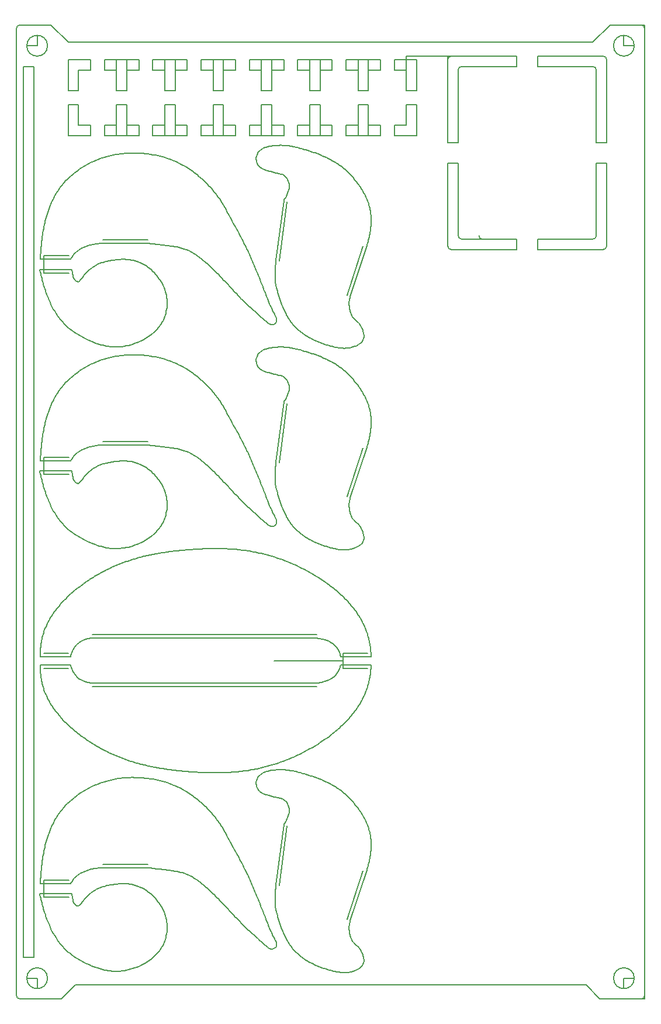
<source format=gbr>
%TF.GenerationSoftware,KiCad,Pcbnew,(5.1.12)-1*%
%TF.CreationDate,2021-12-19T22:08:53+09:00*%
%TF.ProjectId,2022_NYG_Card,32303232-5f4e-4594-975f-436172642e6b,rev?*%
%TF.SameCoordinates,Original*%
%TF.FileFunction,Profile,NP*%
%FSLAX46Y46*%
G04 Gerber Fmt 4.6, Leading zero omitted, Abs format (unit mm)*
G04 Created by KiCad (PCBNEW (5.1.12)-1) date 2021-12-19 22:08:53*
%MOMM*%
%LPD*%
G01*
G04 APERTURE LIST*
%TA.AperFunction,Profile*%
%ADD10C,0.200000*%
%TD*%
G04 APERTURE END LIST*
D10*
X74941000Y-164578500D02*
X74941000Y-35578500D01*
X73441000Y-164578500D02*
X74941000Y-164578500D01*
X73441000Y-35578500D02*
X73441000Y-164578500D01*
X74941000Y-35578500D02*
X73441000Y-35578500D01*
X86941000Y-36078500D02*
X86941000Y-39078500D01*
X85191000Y-36078500D02*
X86941000Y-36078500D01*
X85191000Y-34578500D02*
X85191000Y-36078500D01*
X88441000Y-34578500D02*
X85191000Y-34578500D01*
X88441000Y-39078500D02*
X88441000Y-34578500D01*
X86941000Y-39078500D02*
X88441000Y-39078500D01*
X88441000Y-45578500D02*
X85191000Y-45578500D01*
X88441000Y-41078500D02*
X88441000Y-45578500D01*
X86941000Y-41078500D02*
X88441000Y-41078500D01*
X86941000Y-44078500D02*
X86941000Y-41078500D01*
X85191000Y-44078500D02*
X86941000Y-44078500D01*
X85191000Y-45578500D02*
X85191000Y-44078500D01*
X79941000Y-45578500D02*
X79941000Y-41078500D01*
X83191000Y-45578500D02*
X79941000Y-45578500D01*
X83191000Y-44078500D02*
X83191000Y-45578500D01*
X81441000Y-44078500D02*
X83191000Y-44078500D01*
X81441000Y-41078500D02*
X81441000Y-44078500D01*
X79941000Y-41078500D02*
X81441000Y-41078500D01*
X81441000Y-39078500D02*
X79941000Y-39078500D01*
X81441000Y-36078500D02*
X81441000Y-39078500D01*
X83191000Y-36078500D02*
X81441000Y-36078500D01*
X83191000Y-34578500D02*
X83191000Y-36078500D01*
X79941000Y-34578500D02*
X83191000Y-34578500D01*
X79941000Y-39078500D02*
X79941000Y-34578500D01*
X93941000Y-36078500D02*
X93941000Y-39078500D01*
X92191000Y-36078500D02*
X93941000Y-36078500D01*
X92191000Y-34578500D02*
X92191000Y-36078500D01*
X95441000Y-34578500D02*
X92191000Y-34578500D01*
X95441000Y-39078500D02*
X95441000Y-34578500D01*
X93941000Y-39078500D02*
X95441000Y-39078500D01*
X95441000Y-45578500D02*
X92191000Y-45578500D01*
X95441000Y-41078500D02*
X95441000Y-45578500D01*
X93941000Y-41078500D02*
X95441000Y-41078500D01*
X93941000Y-44078500D02*
X93941000Y-41078500D01*
X92191000Y-44078500D02*
X93941000Y-44078500D01*
X92191000Y-45578500D02*
X92191000Y-44078500D01*
X86941000Y-45578500D02*
X86941000Y-41078500D01*
X90191000Y-45578500D02*
X86941000Y-45578500D01*
X90191000Y-44078500D02*
X90191000Y-45578500D01*
X88441000Y-44078500D02*
X90191000Y-44078500D01*
X88441000Y-41078500D02*
X88441000Y-44078500D01*
X86941000Y-41078500D02*
X88441000Y-41078500D01*
X88441000Y-39078500D02*
X86941000Y-39078500D01*
X88441000Y-36078500D02*
X88441000Y-39078500D01*
X90191000Y-36078500D02*
X88441000Y-36078500D01*
X90191000Y-34578500D02*
X90191000Y-36078500D01*
X86941000Y-34578500D02*
X90191000Y-34578500D01*
X86941000Y-39078500D02*
X86941000Y-34578500D01*
X100941000Y-36078500D02*
X100941000Y-39078500D01*
X99191000Y-36078500D02*
X100941000Y-36078500D01*
X99191000Y-34578500D02*
X99191000Y-36078500D01*
X102441000Y-34578500D02*
X99191000Y-34578500D01*
X102441000Y-39078500D02*
X102441000Y-34578500D01*
X100941000Y-39078500D02*
X102441000Y-39078500D01*
X102441000Y-45578500D02*
X99191000Y-45578500D01*
X102441000Y-41078500D02*
X102441000Y-45578500D01*
X100941000Y-41078500D02*
X102441000Y-41078500D01*
X100941000Y-44078500D02*
X100941000Y-41078500D01*
X99191000Y-44078500D02*
X100941000Y-44078500D01*
X99191000Y-45578500D02*
X99191000Y-44078500D01*
X93941000Y-45578500D02*
X93941000Y-41078500D01*
X97191000Y-45578500D02*
X93941000Y-45578500D01*
X97191000Y-44078500D02*
X97191000Y-45578500D01*
X95441000Y-44078500D02*
X97191000Y-44078500D01*
X95441000Y-41078500D02*
X95441000Y-44078500D01*
X93941000Y-41078500D02*
X95441000Y-41078500D01*
X95441000Y-39078500D02*
X93941000Y-39078500D01*
X95441000Y-36078500D02*
X95441000Y-39078500D01*
X97191000Y-36078500D02*
X95441000Y-36078500D01*
X97191000Y-34578500D02*
X97191000Y-36078500D01*
X93941000Y-34578500D02*
X97191000Y-34578500D01*
X93941000Y-39078500D02*
X93941000Y-34578500D01*
X107941000Y-36078500D02*
X107941000Y-39078500D01*
X106191000Y-36078500D02*
X107941000Y-36078500D01*
X106191000Y-34578500D02*
X106191000Y-36078500D01*
X109441000Y-34578500D02*
X106191000Y-34578500D01*
X109441000Y-39078500D02*
X109441000Y-34578500D01*
X107941000Y-39078500D02*
X109441000Y-39078500D01*
X109441000Y-45578500D02*
X106191000Y-45578500D01*
X109441000Y-41078500D02*
X109441000Y-45578500D01*
X107941000Y-41078500D02*
X109441000Y-41078500D01*
X107941000Y-44078500D02*
X107941000Y-41078500D01*
X106191000Y-44078500D02*
X107941000Y-44078500D01*
X106191000Y-45578500D02*
X106191000Y-44078500D01*
X100941000Y-45578500D02*
X100941000Y-41078500D01*
X104191000Y-45578500D02*
X100941000Y-45578500D01*
X104191000Y-44078500D02*
X104191000Y-45578500D01*
X102441000Y-44078500D02*
X104191000Y-44078500D01*
X102441000Y-41078500D02*
X102441000Y-44078500D01*
X100941000Y-41078500D02*
X102441000Y-41078500D01*
X102441000Y-39078500D02*
X100941000Y-39078500D01*
X102441000Y-36078500D02*
X102441000Y-39078500D01*
X104191000Y-36078500D02*
X102441000Y-36078500D01*
X104191000Y-34578500D02*
X104191000Y-36078500D01*
X100941000Y-34578500D02*
X104191000Y-34578500D01*
X100941000Y-39078500D02*
X100941000Y-34578500D01*
X114941000Y-36078500D02*
X114941000Y-39078500D01*
X113191000Y-36078500D02*
X114941000Y-36078500D01*
X113191000Y-34578500D02*
X113191000Y-36078500D01*
X116441000Y-34578500D02*
X113191000Y-34578500D01*
X116441000Y-39078500D02*
X116441000Y-34578500D01*
X114941000Y-39078500D02*
X116441000Y-39078500D01*
X116441000Y-45578500D02*
X113191000Y-45578500D01*
X116441000Y-41078500D02*
X116441000Y-45578500D01*
X114941000Y-41078500D02*
X116441000Y-41078500D01*
X114941000Y-44078500D02*
X114941000Y-41078500D01*
X113191000Y-44078500D02*
X114941000Y-44078500D01*
X113191000Y-45578500D02*
X113191000Y-44078500D01*
X107941000Y-45578500D02*
X107941000Y-41078500D01*
X111191000Y-45578500D02*
X107941000Y-45578500D01*
X111191000Y-44078500D02*
X111191000Y-45578500D01*
X109441000Y-44078500D02*
X111191000Y-44078500D01*
X109441000Y-41078500D02*
X109441000Y-44078500D01*
X107941000Y-41078500D02*
X109441000Y-41078500D01*
X109441000Y-39078500D02*
X107941000Y-39078500D01*
X109441000Y-36078500D02*
X109441000Y-39078500D01*
X111191000Y-36078500D02*
X109441000Y-36078500D01*
X111191000Y-34578500D02*
X111191000Y-36078500D01*
X107941000Y-34578500D02*
X111191000Y-34578500D01*
X107941000Y-39078500D02*
X107941000Y-34578500D01*
X121941000Y-36078500D02*
X121941000Y-39078500D01*
X120191000Y-36078500D02*
X121941000Y-36078500D01*
X120191000Y-34578500D02*
X120191000Y-36078500D01*
X123441000Y-34578500D02*
X120191000Y-34578500D01*
X123441000Y-39078500D02*
X123441000Y-34578500D01*
X121941000Y-39078500D02*
X123441000Y-39078500D01*
X123441000Y-45578500D02*
X120191000Y-45578500D01*
X123441000Y-41078500D02*
X123441000Y-45578500D01*
X121941000Y-41078500D02*
X123441000Y-41078500D01*
X121941000Y-44078500D02*
X121941000Y-41078500D01*
X120191000Y-44078500D02*
X121941000Y-44078500D01*
X120191000Y-45578500D02*
X120191000Y-44078500D01*
X114941000Y-45578500D02*
X114941000Y-41078500D01*
X118191000Y-45578500D02*
X114941000Y-45578500D01*
X118191000Y-44078500D02*
X118191000Y-45578500D01*
X116441000Y-44078500D02*
X118191000Y-44078500D01*
X116441000Y-41078500D02*
X116441000Y-44078500D01*
X114941000Y-41078500D02*
X116441000Y-41078500D01*
X116441000Y-39078500D02*
X114941000Y-39078500D01*
X116441000Y-36078500D02*
X116441000Y-39078500D01*
X118191000Y-36078500D02*
X116441000Y-36078500D01*
X118191000Y-34578500D02*
X118191000Y-36078500D01*
X114941000Y-34578500D02*
X118191000Y-34578500D01*
X114941000Y-39078500D02*
X114941000Y-34578500D01*
X130441000Y-39078500D02*
X130441000Y-34578500D01*
X128941000Y-39078500D02*
X128941000Y-36078500D01*
X128941000Y-36078500D02*
X127191000Y-36078500D01*
X130441000Y-34578500D02*
X127191000Y-34578500D01*
X127191000Y-36078500D02*
X127191000Y-34578500D01*
X128941000Y-44078500D02*
X128941000Y-41078500D01*
X127191000Y-44078500D02*
X128941000Y-44078500D01*
X127191000Y-45578500D02*
X127191000Y-44078500D01*
X130441000Y-45578500D02*
X127191000Y-45578500D01*
X130441000Y-41078500D02*
X130441000Y-45578500D01*
X128941000Y-41078500D02*
X130441000Y-41078500D01*
X130441000Y-39078500D02*
X128941000Y-39078500D01*
X127191000Y-36078500D02*
X127191000Y-34578500D01*
X121941000Y-45578500D02*
X121941000Y-41078500D01*
X125191000Y-45578500D02*
X121941000Y-45578500D01*
X125191000Y-44078500D02*
X125191000Y-45578500D01*
X123441000Y-44078500D02*
X125191000Y-44078500D01*
X123441000Y-41078500D02*
X123441000Y-44078500D01*
X121941000Y-41078500D02*
X123441000Y-41078500D01*
X121941000Y-34578500D02*
X121941000Y-39078500D01*
X125191000Y-34578500D02*
X121941000Y-34578500D01*
X125191000Y-36078500D02*
X125191000Y-34578500D01*
X123441000Y-36078500D02*
X125191000Y-36078500D01*
X123441000Y-39078500D02*
X123441000Y-36078500D01*
X121941000Y-39078500D02*
X123441000Y-39078500D01*
X128941000Y-34078500D02*
X128941000Y-36078500D01*
X134941000Y-34078500D02*
X128941000Y-34078500D01*
X134941000Y-34078500D02*
X134941000Y-34578500D01*
X135441001Y-34078500D02*
X134941000Y-34078500D01*
X147941000Y-34078500D02*
X149441000Y-34078500D01*
X143441000Y-34078500D02*
X144941000Y-34078500D01*
X144941000Y-35578500D02*
X143441000Y-35578500D01*
X149441000Y-35578500D02*
X147941000Y-35578500D01*
X157941000Y-49578500D02*
X157941000Y-51078500D01*
X157941000Y-45078500D02*
X157941000Y-46578500D01*
X156441000Y-46578500D02*
X156441000Y-45078500D01*
X156441000Y-51078500D02*
X156441000Y-49578500D01*
X136441000Y-49578500D02*
X136441000Y-51078500D01*
X136441000Y-45078500D02*
X136441000Y-46578500D01*
X134941000Y-46578500D02*
X134941000Y-45078500D01*
X134941000Y-51078500D02*
X134941000Y-49578500D01*
X147941000Y-62078500D02*
X149441000Y-62078500D01*
X143441000Y-62078500D02*
X144941000Y-62078500D01*
X144941000Y-60578500D02*
X143441000Y-60578500D01*
X149441000Y-60578500D02*
X147941000Y-60578500D01*
X144941000Y-60578500D02*
X144941000Y-62078500D01*
X147941000Y-60578500D02*
X147941000Y-62078500D01*
X157941000Y-49578500D02*
X156441000Y-49578500D01*
X157941000Y-46578500D02*
X156441000Y-46578500D01*
X136441000Y-49578500D02*
X134941000Y-49578500D01*
X136441000Y-46578500D02*
X134941000Y-46578500D01*
X144941000Y-34078500D02*
X144941000Y-35578500D01*
X147941000Y-34078500D02*
X147941000Y-35578500D01*
X136941000Y-60578500D02*
X143441000Y-60578500D01*
X143441000Y-62078500D02*
X135441000Y-62078500D01*
X136441000Y-60078500D02*
X136441000Y-51078500D01*
X136941000Y-35578500D02*
X143441000Y-35578500D01*
X136441000Y-36078500D02*
G75*
G02*
X136941000Y-35578500I500000J0D01*
G01*
X134941001Y-34578500D02*
G75*
G02*
X135441001Y-34078500I500000J0D01*
G01*
X136441000Y-57078500D02*
X136441000Y-51078500D01*
X134941000Y-58578500D02*
X134941000Y-51078500D01*
X136941000Y-60578500D02*
G75*
G02*
X136441000Y-60078500I0J500000D01*
G01*
X135441001Y-34078500D02*
X143441000Y-34078500D01*
X134941000Y-45078500D02*
X134941000Y-34578500D01*
X136441000Y-45078500D02*
X136441000Y-36078500D01*
X135441000Y-62078500D02*
G75*
G02*
X134941000Y-61578500I0J500000D01*
G01*
X134941000Y-61578500D02*
X134941000Y-51078500D01*
X157941000Y-51078500D02*
X157941000Y-61578500D01*
X157941000Y-61578500D02*
G75*
G02*
X157441000Y-62078500I-500000J0D01*
G01*
X139941000Y-60578500D02*
X143441000Y-60578500D01*
X149441000Y-60578500D02*
X155941000Y-60578500D01*
X156441000Y-60078500D02*
X156441000Y-51078500D01*
X143441000Y-62078500D02*
X138441000Y-62078500D01*
X155941000Y-60578500D02*
X149441000Y-60578500D01*
X157441000Y-62078500D02*
X149441000Y-62078500D01*
X156441000Y-60078500D02*
G75*
G02*
X155941000Y-60578500I-500000J0D01*
G01*
X139941000Y-60578500D02*
G75*
G02*
X139441000Y-60078500I0J500000D01*
G01*
X156441000Y-51078500D02*
X156441000Y-60078500D01*
X149441000Y-34078500D02*
X157441000Y-34078500D01*
X138441000Y-34078500D02*
X143441000Y-34078500D01*
X149441000Y-35578500D02*
X155941000Y-35578500D01*
X139941000Y-35578500D02*
X143441000Y-35578500D01*
X156441000Y-51078500D02*
X156441000Y-57078500D01*
X156441000Y-36078500D02*
X156441000Y-45078500D01*
X157941000Y-51078500D02*
X157941000Y-58578500D01*
X157941000Y-34578500D02*
X157941000Y-45078500D01*
X157441000Y-34078500D02*
G75*
G02*
X157941000Y-34578500I0J-500000D01*
G01*
X155941000Y-35578500D02*
G75*
G02*
X156441000Y-36078500I0J-500000D01*
G01*
X120808827Y-68854950D02*
X120812853Y-68844275D01*
X120735879Y-69081679D02*
X120796138Y-68889396D01*
X120796138Y-68889396D02*
X120808827Y-68854950D01*
X120728527Y-70774315D02*
X120689655Y-70553556D01*
X120689655Y-70553556D02*
X120661678Y-70330991D01*
X120661678Y-70330991D02*
X120644832Y-70108835D01*
X120644832Y-70108835D02*
X120639355Y-69889301D01*
X120639355Y-69889301D02*
X120645484Y-69674604D01*
X120645484Y-69674604D02*
X120663456Y-69466958D01*
X120663456Y-69466958D02*
X120693508Y-69268578D01*
X120693508Y-69268578D02*
X120735879Y-69081679D01*
X121136671Y-71830988D02*
X121025298Y-71651529D01*
X121025298Y-71651529D02*
X120925780Y-71442093D01*
X120925780Y-71442093D02*
X120850371Y-71239629D01*
X120850371Y-71239629D02*
X120784493Y-71016783D01*
X120784493Y-71016783D02*
X120737150Y-70816056D01*
X120737150Y-70816056D02*
X120728527Y-70774315D01*
X121868319Y-72575964D02*
X121721443Y-72429468D01*
X121721443Y-72429468D02*
X121560916Y-72276256D01*
X121560916Y-72276256D02*
X121395540Y-72119346D01*
X121395540Y-72119346D02*
X121254029Y-71974819D01*
X121254029Y-71974819D02*
X121136671Y-71830988D01*
X122735348Y-74165558D02*
X122678462Y-73934954D01*
X122678462Y-73934954D02*
X122600402Y-73708808D01*
X122600402Y-73708808D02*
X122504399Y-73489447D01*
X122504399Y-73489447D02*
X122393683Y-73279202D01*
X122393683Y-73279202D02*
X122271486Y-73080402D01*
X122271486Y-73080402D02*
X122141039Y-72895376D01*
X122141039Y-72895376D02*
X122005572Y-72726453D01*
X122005572Y-72726453D02*
X121868319Y-72575964D01*
X122555157Y-75377229D02*
X122662940Y-75177132D01*
X122662940Y-75177132D02*
X122733460Y-74958216D01*
X122733460Y-74958216D02*
X122769516Y-74726165D01*
X122769516Y-74726165D02*
X122773908Y-74486662D01*
X122773908Y-74486662D02*
X122755400Y-74285485D01*
X122755400Y-74285485D02*
X122735348Y-74165558D01*
X121792420Y-75960107D02*
X121996002Y-75859665D01*
X121996002Y-75859665D02*
X122172140Y-75754365D01*
X122172140Y-75754365D02*
X122340307Y-75623938D01*
X122340307Y-75623938D02*
X122494671Y-75459911D01*
X122494671Y-75459911D02*
X122555157Y-75377229D01*
X120347438Y-76364739D02*
X120568922Y-76338023D01*
X120568922Y-76338023D02*
X120776865Y-76301992D01*
X120776865Y-76301992D02*
X120972200Y-76257893D01*
X120972200Y-76257893D02*
X121200061Y-76193328D01*
X121200061Y-76193328D02*
X121411503Y-76120549D01*
X121411503Y-76120549D02*
X121608348Y-76041995D01*
X121608348Y-76041995D02*
X121792420Y-75960107D01*
X117342195Y-75872723D02*
X117551303Y-75939707D01*
X117551303Y-75939707D02*
X117758734Y-76002654D01*
X117758734Y-76002654D02*
X117964238Y-76061392D01*
X117964238Y-76061392D02*
X118167568Y-76115751D01*
X118167568Y-76115751D02*
X118368475Y-76165563D01*
X118368475Y-76165563D02*
X118566710Y-76210657D01*
X118566710Y-76210657D02*
X118858510Y-76269080D01*
X118858510Y-76269080D02*
X119142900Y-76315933D01*
X119142900Y-76315933D02*
X119419042Y-76350641D01*
X119419042Y-76350641D02*
X119686097Y-76372631D01*
X119686097Y-76372631D02*
X119943225Y-76381331D01*
X119943225Y-76381331D02*
X120189589Y-76376167D01*
X120189589Y-76376167D02*
X120347438Y-76364739D01*
X113971016Y-74292192D02*
X114170676Y-74426838D01*
X114170676Y-74426838D02*
X114372982Y-74555623D01*
X114372982Y-74555623D02*
X114577681Y-74678777D01*
X114577681Y-74678777D02*
X114784522Y-74796533D01*
X114784522Y-74796533D02*
X114993254Y-74909121D01*
X114993254Y-74909121D02*
X115203625Y-75016773D01*
X115203625Y-75016773D02*
X115415384Y-75119720D01*
X115415384Y-75119720D02*
X115628280Y-75218195D01*
X115628280Y-75218195D02*
X115842061Y-75312427D01*
X115842061Y-75312427D02*
X116056475Y-75402649D01*
X116056475Y-75402649D02*
X116271272Y-75489092D01*
X116271272Y-75489092D02*
X116486200Y-75571987D01*
X116486200Y-75571987D02*
X116701008Y-75651567D01*
X116701008Y-75651567D02*
X116915444Y-75728061D01*
X116915444Y-75728061D02*
X117129256Y-75801703D01*
X117129256Y-75801703D02*
X117342195Y-75872723D01*
X111584443Y-71571885D02*
X111704764Y-71785314D01*
X111704764Y-71785314D02*
X111829495Y-71993206D01*
X111829495Y-71993206D02*
X111958516Y-72195507D01*
X111958516Y-72195507D02*
X112091705Y-72392164D01*
X112091705Y-72392164D02*
X112228941Y-72583123D01*
X112228941Y-72583123D02*
X112370103Y-72768329D01*
X112370103Y-72768329D02*
X112515070Y-72947730D01*
X112515070Y-72947730D02*
X112663720Y-73121271D01*
X112663720Y-73121271D02*
X112815934Y-73288898D01*
X112815934Y-73288898D02*
X112971589Y-73450558D01*
X112971589Y-73450558D02*
X113130565Y-73606196D01*
X113130565Y-73606196D02*
X113292741Y-73755760D01*
X113292741Y-73755760D02*
X113457994Y-73899196D01*
X113457994Y-73899196D02*
X113626205Y-74036448D01*
X113626205Y-74036448D02*
X113797253Y-74167465D01*
X113797253Y-74167465D02*
X113971016Y-74292192D01*
X110110310Y-67576643D02*
X110184439Y-67870539D01*
X110184439Y-67870539D02*
X110241292Y-68083734D01*
X110241292Y-68083734D02*
X110304079Y-68309081D01*
X110304079Y-68309081D02*
X110372787Y-68545161D01*
X110372787Y-68545161D02*
X110447403Y-68790553D01*
X110447403Y-68790553D02*
X110527915Y-69043835D01*
X110527915Y-69043835D02*
X110614309Y-69303586D01*
X110614309Y-69303586D02*
X110706575Y-69568386D01*
X110706575Y-69568386D02*
X110804699Y-69836814D01*
X110804699Y-69836814D02*
X110908669Y-70107448D01*
X110908669Y-70107448D02*
X111018472Y-70378868D01*
X111018472Y-70378868D02*
X111134097Y-70649653D01*
X111134097Y-70649653D02*
X111255530Y-70918382D01*
X111255530Y-70918382D02*
X111382759Y-71183634D01*
X111382759Y-71183634D02*
X111515771Y-71443988D01*
X111515771Y-71443988D02*
X111584443Y-71571885D01*
X109942728Y-66720026D02*
X109970078Y-66931487D01*
X109970078Y-66931487D02*
X110008249Y-67132759D01*
X110008249Y-67132759D02*
X110053638Y-67338404D01*
X110053638Y-67338404D02*
X110101520Y-67540431D01*
X110101520Y-67540431D02*
X110110310Y-67576643D01*
X120812853Y-68844275D02*
X123122185Y-61758323D01*
X111234872Y-54864560D02*
X111166558Y-54964081D01*
X111950950Y-53030412D02*
X111930386Y-53238643D01*
X111930386Y-53238643D02*
X111891101Y-53453202D01*
X111891101Y-53453202D02*
X111832606Y-53673929D01*
X111832606Y-53673929D02*
X111754411Y-53900667D01*
X111754411Y-53900667D02*
X111656029Y-54133257D01*
X111656029Y-54133257D02*
X111536971Y-54371542D01*
X111536971Y-54371542D02*
X111433814Y-54553897D01*
X111433814Y-54553897D02*
X111318547Y-54739298D01*
X111318547Y-54739298D02*
X111234872Y-54864560D01*
X111470554Y-51583372D02*
X111608493Y-51757673D01*
X111608493Y-51757673D02*
X111727076Y-51955929D01*
X111727076Y-51955929D02*
X111823621Y-52174886D01*
X111823621Y-52174886D02*
X111895449Y-52411293D01*
X111895449Y-52411293D02*
X111933314Y-52610798D01*
X111933314Y-52610798D02*
X111952271Y-52817726D01*
X111952271Y-52817726D02*
X111950950Y-53030412D01*
X110497699Y-51097919D02*
X110726975Y-51152389D01*
X110726975Y-51152389D02*
X110927801Y-51215928D01*
X110927801Y-51215928D02*
X111134327Y-51310886D01*
X111134327Y-51310886D02*
X111320231Y-51438894D01*
X111320231Y-51438894D02*
X111470554Y-51583372D01*
X109036485Y-50728735D02*
X109273768Y-50796702D01*
X109273768Y-50796702D02*
X109512668Y-50861698D01*
X109512668Y-50861698D02*
X109749818Y-50923150D01*
X109749818Y-50923150D02*
X109981851Y-50980490D01*
X109981851Y-50980490D02*
X110205398Y-51033148D01*
X110205398Y-51033148D02*
X110417093Y-51080554D01*
X110417093Y-51080554D02*
X110497699Y-51097919D01*
X107768451Y-50196927D02*
X107958524Y-50326971D01*
X107958524Y-50326971D02*
X108154736Y-50431983D01*
X108154736Y-50431983D02*
X108354936Y-50517173D01*
X108354936Y-50517173D02*
X108556974Y-50587754D01*
X108556974Y-50587754D02*
X108758696Y-50648938D01*
X108758696Y-50648938D02*
X108957954Y-50705939D01*
X108957954Y-50705939D02*
X109036485Y-50728735D01*
X107199256Y-49223282D02*
X107244567Y-49418948D01*
X107244567Y-49418948D02*
X107319423Y-49616765D01*
X107319423Y-49616765D02*
X107422743Y-49809353D01*
X107422743Y-49809353D02*
X107553448Y-49989331D01*
X107553448Y-49989331D02*
X107710456Y-50149316D01*
X107710456Y-50149316D02*
X107768451Y-50196927D01*
X107385565Y-48164236D02*
X107290011Y-48366093D01*
X107290011Y-48366093D02*
X107220723Y-48582559D01*
X107220723Y-48582559D02*
X107186150Y-48781572D01*
X107186150Y-48781572D02*
X107177911Y-48994636D01*
X107177911Y-48994636D02*
X107199256Y-49223282D01*
X108472731Y-47322554D02*
X108274130Y-47402460D01*
X108274130Y-47402460D02*
X108093694Y-47492745D01*
X108093694Y-47492745D02*
X107893504Y-47617795D01*
X107893504Y-47617795D02*
X107721258Y-47753528D01*
X107721258Y-47753528D02*
X107576714Y-47896867D01*
X107576714Y-47896867D02*
X107439484Y-48074587D01*
X107439484Y-48074587D02*
X107385565Y-48164236D01*
X111298159Y-47016701D02*
X111012438Y-47002141D01*
X111012438Y-47002141D02*
X110725214Y-46996919D01*
X110725214Y-46996919D02*
X110438500Y-47000899D01*
X110438500Y-47000899D02*
X110154308Y-47013944D01*
X110154308Y-47013944D02*
X109874651Y-47035918D01*
X109874651Y-47035918D02*
X109601541Y-47066687D01*
X109601541Y-47066687D02*
X109336991Y-47106113D01*
X109336991Y-47106113D02*
X109083013Y-47154061D01*
X109083013Y-47154061D02*
X108841620Y-47210396D01*
X108841620Y-47210396D02*
X108614824Y-47274981D01*
X108614824Y-47274981D02*
X108472731Y-47322554D01*
X114595384Y-47733314D02*
X114380731Y-47666392D01*
X114380731Y-47666392D02*
X114168748Y-47601612D01*
X114168748Y-47601612D02*
X113959107Y-47539146D01*
X113959107Y-47539146D02*
X113751482Y-47479169D01*
X113751482Y-47479169D02*
X113545545Y-47421853D01*
X113545545Y-47421853D02*
X113340969Y-47367373D01*
X113340969Y-47367373D02*
X113137428Y-47315901D01*
X113137428Y-47315901D02*
X112934594Y-47267613D01*
X112934594Y-47267613D02*
X112732141Y-47222680D01*
X112732141Y-47222680D02*
X112529741Y-47181277D01*
X112529741Y-47181277D02*
X112327068Y-47143577D01*
X112327068Y-47143577D02*
X112123795Y-47109754D01*
X112123795Y-47109754D02*
X111919594Y-47079981D01*
X111919594Y-47079981D02*
X111714139Y-47054432D01*
X111714139Y-47054432D02*
X111507103Y-47033281D01*
X111507103Y-47033281D02*
X111298159Y-47016701D01*
X118189220Y-49199282D02*
X117965118Y-49077558D01*
X117965118Y-49077558D02*
X117739209Y-48960616D01*
X117739209Y-48960616D02*
X117511863Y-48848291D01*
X117511863Y-48848291D02*
X117283456Y-48740417D01*
X117283456Y-48740417D02*
X117054358Y-48636831D01*
X117054358Y-48636831D02*
X116824943Y-48537368D01*
X116824943Y-48537368D02*
X116595584Y-48441863D01*
X116595584Y-48441863D02*
X116366653Y-48350153D01*
X116366653Y-48350153D02*
X116138524Y-48262071D01*
X116138524Y-48262071D02*
X115911570Y-48177455D01*
X115911570Y-48177455D02*
X115686163Y-48096140D01*
X115686163Y-48096140D02*
X115462675Y-48017960D01*
X115462675Y-48017960D02*
X115241481Y-47942752D01*
X115241481Y-47942752D02*
X115022952Y-47870352D01*
X115022952Y-47870352D02*
X114807462Y-47800594D01*
X114807462Y-47800594D02*
X114595384Y-47733314D01*
X121248289Y-51732962D02*
X121094117Y-51554613D01*
X121094117Y-51554613D02*
X120934468Y-51377622D01*
X120934468Y-51377622D02*
X120769455Y-51202269D01*
X120769455Y-51202269D02*
X120599197Y-51028834D01*
X120599197Y-51028834D02*
X120423808Y-50857598D01*
X120423808Y-50857598D02*
X120243406Y-50688840D01*
X120243406Y-50688840D02*
X120058107Y-50522841D01*
X120058107Y-50522841D02*
X119868027Y-50359883D01*
X119868027Y-50359883D02*
X119673281Y-50200244D01*
X119673281Y-50200244D02*
X119473988Y-50044205D01*
X119473988Y-50044205D02*
X119270262Y-49892047D01*
X119270262Y-49892047D02*
X119062220Y-49744050D01*
X119062220Y-49744050D02*
X118849979Y-49600495D01*
X118849979Y-49600495D02*
X118633654Y-49461662D01*
X118633654Y-49461662D02*
X118413362Y-49327830D01*
X118413362Y-49327830D02*
X118189220Y-49199282D01*
X123241834Y-54861681D02*
X123154467Y-54662568D01*
X123154467Y-54662568D02*
X123062131Y-54464210D01*
X123062131Y-54464210D02*
X122964825Y-54266548D01*
X122964825Y-54266548D02*
X122862553Y-54069521D01*
X122862553Y-54069521D02*
X122755313Y-53873071D01*
X122755313Y-53873071D02*
X122643109Y-53677135D01*
X122643109Y-53677135D02*
X122525942Y-53481656D01*
X122525942Y-53481656D02*
X122403812Y-53286572D01*
X122403812Y-53286572D02*
X122276721Y-53091825D01*
X122276721Y-53091825D02*
X122144670Y-52897353D01*
X122144670Y-52897353D02*
X122007661Y-52703097D01*
X122007661Y-52703097D02*
X121865695Y-52508998D01*
X121865695Y-52508998D02*
X121718774Y-52314994D01*
X121718774Y-52314994D02*
X121566898Y-52121027D01*
X121566898Y-52121027D02*
X121410069Y-51927036D01*
X121410069Y-51927036D02*
X121248289Y-51732962D01*
X123813443Y-58156009D02*
X123819137Y-57948519D01*
X123819137Y-57948519D02*
X123819762Y-57740395D01*
X123819762Y-57740395D02*
X123815218Y-57531817D01*
X123815218Y-57531817D02*
X123805411Y-57322967D01*
X123805411Y-57322967D02*
X123790242Y-57114027D01*
X123790242Y-57114027D02*
X123769615Y-56905179D01*
X123769615Y-56905179D02*
X123743433Y-56696603D01*
X123743433Y-56696603D02*
X123711599Y-56488482D01*
X123711599Y-56488482D02*
X123674016Y-56280997D01*
X123674016Y-56280997D02*
X123630588Y-56074331D01*
X123630588Y-56074331D02*
X123581217Y-55868664D01*
X123581217Y-55868664D02*
X123525806Y-55664178D01*
X123525806Y-55664178D02*
X123464260Y-55461055D01*
X123464260Y-55461055D02*
X123396480Y-55259477D01*
X123396480Y-55259477D02*
X123322370Y-55059625D01*
X123322370Y-55059625D02*
X123241834Y-54861681D01*
X123122185Y-61758323D02*
X123190046Y-61559192D01*
X123190046Y-61559192D02*
X123255443Y-61356088D01*
X123255443Y-61356088D02*
X123318200Y-61149117D01*
X123318200Y-61149117D02*
X123378141Y-60938389D01*
X123378141Y-60938389D02*
X123435088Y-60724011D01*
X123435088Y-60724011D02*
X123488866Y-60506093D01*
X123488866Y-60506093D02*
X123539297Y-60284742D01*
X123539297Y-60284742D02*
X123586204Y-60060067D01*
X123586204Y-60060067D02*
X123629412Y-59832176D01*
X123629412Y-59832176D02*
X123668744Y-59601178D01*
X123668744Y-59601178D02*
X123704023Y-59367181D01*
X123704023Y-59367181D02*
X123735072Y-59130294D01*
X123735072Y-59130294D02*
X123761715Y-58890625D01*
X123761715Y-58890625D02*
X123783776Y-58648282D01*
X123783776Y-58648282D02*
X123801077Y-58403374D01*
X123801077Y-58403374D02*
X123813443Y-58156009D01*
X111166558Y-54964081D02*
X110051750Y-63641169D01*
X109942728Y-66720026D02*
X109923772Y-66457620D01*
X109923772Y-66457620D02*
X109910632Y-66193613D01*
X109910632Y-66193613D02*
X109903384Y-65926679D01*
X109903384Y-65926679D02*
X109902105Y-65655493D01*
X109902105Y-65655493D02*
X109906871Y-65378733D01*
X109906871Y-65378733D02*
X109917759Y-65095072D01*
X109917759Y-65095072D02*
X109934844Y-64803187D01*
X109934844Y-64803187D02*
X109949715Y-64603373D01*
X109949715Y-64603373D02*
X109967397Y-64398923D01*
X109967397Y-64398923D02*
X109987913Y-64189444D01*
X109987913Y-64189444D02*
X110011286Y-63974543D01*
X110011286Y-63974543D02*
X110037537Y-63753829D01*
X110037537Y-63753829D02*
X110051750Y-63641169D01*
X75904621Y-63455572D02*
X80330956Y-63455572D01*
X75933543Y-62928193D02*
X75921793Y-63142440D01*
X75921793Y-63142440D02*
X75910043Y-63356688D01*
X75910043Y-63356688D02*
X75904621Y-63455572D01*
X76276758Y-59635793D02*
X76231811Y-59923552D01*
X76231811Y-59923552D02*
X76189525Y-60215624D01*
X76189525Y-60215624D02*
X76149893Y-60512014D01*
X76149893Y-60512014D02*
X76124944Y-60712007D01*
X76124944Y-60712007D02*
X76101169Y-60913922D01*
X76101169Y-60913922D02*
X76078567Y-61117760D01*
X76078567Y-61117760D02*
X76057137Y-61323522D01*
X76057137Y-61323522D02*
X76036875Y-61531210D01*
X76036875Y-61531210D02*
X76017781Y-61740824D01*
X76017781Y-61740824D02*
X75999852Y-61952366D01*
X75999852Y-61952366D02*
X75983087Y-62165836D01*
X75983087Y-62165836D02*
X75967483Y-62381237D01*
X75967483Y-62381237D02*
X75953039Y-62598570D01*
X75953039Y-62598570D02*
X75939752Y-62817835D01*
X75939752Y-62817835D02*
X75933543Y-62928193D01*
X79366184Y-52389553D02*
X79221039Y-52555513D01*
X79221039Y-52555513D02*
X79079131Y-52724919D01*
X79079131Y-52724919D02*
X78940448Y-52897817D01*
X78940448Y-52897817D02*
X78804980Y-53074251D01*
X78804980Y-53074251D02*
X78672719Y-53254268D01*
X78672719Y-53254268D02*
X78543652Y-53437913D01*
X78543652Y-53437913D02*
X78417772Y-53625233D01*
X78417772Y-53625233D02*
X78295067Y-53816271D01*
X78295067Y-53816271D02*
X78175527Y-54011075D01*
X78175527Y-54011075D02*
X78059143Y-54209690D01*
X78059143Y-54209690D02*
X77945904Y-54412161D01*
X77945904Y-54412161D02*
X77835801Y-54618535D01*
X77835801Y-54618535D02*
X77728823Y-54828856D01*
X77728823Y-54828856D02*
X77624961Y-55043171D01*
X77624961Y-55043171D02*
X77524204Y-55261525D01*
X77524204Y-55261525D02*
X77426543Y-55483965D01*
X77426543Y-55483965D02*
X77331966Y-55710534D01*
X77331966Y-55710534D02*
X77240466Y-55941280D01*
X77240466Y-55941280D02*
X77152030Y-56176247D01*
X77152030Y-56176247D02*
X77066650Y-56415483D01*
X77066650Y-56415483D02*
X76984315Y-56659031D01*
X76984315Y-56659031D02*
X76905016Y-56906938D01*
X76905016Y-56906938D02*
X76828741Y-57159250D01*
X76828741Y-57159250D02*
X76755482Y-57416012D01*
X76755482Y-57416012D02*
X76685229Y-57677269D01*
X76685229Y-57677269D02*
X76617970Y-57943069D01*
X76617970Y-57943069D02*
X76553697Y-58213455D01*
X76553697Y-58213455D02*
X76492399Y-58488474D01*
X76492399Y-58488474D02*
X76434066Y-58768172D01*
X76434066Y-58768172D02*
X76378688Y-59052594D01*
X76378688Y-59052594D02*
X76326255Y-59341785D01*
X76326255Y-59341785D02*
X76276758Y-59635793D01*
X83661001Y-49306197D02*
X83343961Y-49452509D01*
X83343961Y-49452509D02*
X83033259Y-49605149D01*
X83033259Y-49605149D02*
X82728924Y-49764088D01*
X82728924Y-49764088D02*
X82430987Y-49929293D01*
X82430987Y-49929293D02*
X82139481Y-50100736D01*
X82139481Y-50100736D02*
X81854435Y-50278385D01*
X81854435Y-50278385D02*
X81575882Y-50462211D01*
X81575882Y-50462211D02*
X81303852Y-50652182D01*
X81303852Y-50652182D02*
X81038376Y-50848269D01*
X81038376Y-50848269D02*
X80779485Y-51050441D01*
X80779485Y-51050441D02*
X80527212Y-51258667D01*
X80527212Y-51258667D02*
X80281586Y-51472917D01*
X80281586Y-51472917D02*
X80042639Y-51693161D01*
X80042639Y-51693161D02*
X79810402Y-51919369D01*
X79810402Y-51919369D02*
X79584907Y-52151509D01*
X79584907Y-52151509D02*
X79366184Y-52389553D01*
X88837392Y-48130300D02*
X88498671Y-48146148D01*
X88498671Y-48146148D02*
X88160363Y-48170123D01*
X88160363Y-48170123D02*
X87822813Y-48202132D01*
X87822813Y-48202132D02*
X87486367Y-48242080D01*
X87486367Y-48242080D02*
X87151371Y-48289871D01*
X87151371Y-48289871D02*
X86818171Y-48345411D01*
X86818171Y-48345411D02*
X86487112Y-48408606D01*
X86487112Y-48408606D02*
X86158541Y-48479360D01*
X86158541Y-48479360D02*
X85832802Y-48557580D01*
X85832802Y-48557580D02*
X85510242Y-48643171D01*
X85510242Y-48643171D02*
X85191207Y-48736037D01*
X85191207Y-48736037D02*
X84876042Y-48836085D01*
X84876042Y-48836085D02*
X84565093Y-48943219D01*
X84565093Y-48943219D02*
X84258706Y-49057346D01*
X84258706Y-49057346D02*
X83957226Y-49178370D01*
X83957226Y-49178370D02*
X83661001Y-49306197D01*
X94574579Y-48981149D02*
X94258074Y-48874669D01*
X94258074Y-48874669D02*
X93934018Y-48774161D01*
X93934018Y-48774161D02*
X93602825Y-48679866D01*
X93602825Y-48679866D02*
X93264912Y-48592028D01*
X93264912Y-48592028D02*
X92920696Y-48510892D01*
X92920696Y-48510892D02*
X92570592Y-48436700D01*
X92570592Y-48436700D02*
X92215019Y-48369696D01*
X92215019Y-48369696D02*
X91854391Y-48310123D01*
X91854391Y-48310123D02*
X91489125Y-48258225D01*
X91489125Y-48258225D02*
X91119639Y-48214247D01*
X91119639Y-48214247D02*
X90746347Y-48178430D01*
X90746347Y-48178430D02*
X90369667Y-48151018D01*
X90369667Y-48151018D02*
X89990015Y-48132256D01*
X89990015Y-48132256D02*
X89607807Y-48122387D01*
X89607807Y-48122387D02*
X89223461Y-48121653D01*
X89223461Y-48121653D02*
X88837392Y-48130300D01*
X98864464Y-51486426D02*
X98651437Y-51309198D01*
X98651437Y-51309198D02*
X98431298Y-51132451D01*
X98431298Y-51132451D02*
X98203995Y-50956673D01*
X98203995Y-50956673D02*
X97969478Y-50782348D01*
X97969478Y-50782348D02*
X97727699Y-50609966D01*
X97727699Y-50609966D02*
X97478608Y-50440011D01*
X97478608Y-50440011D02*
X97222154Y-50272972D01*
X97222154Y-50272972D02*
X96958288Y-50109336D01*
X96958288Y-50109336D02*
X96686961Y-49949588D01*
X96686961Y-49949588D02*
X96408123Y-49794217D01*
X96408123Y-49794217D02*
X96121724Y-49643708D01*
X96121724Y-49643708D02*
X95827715Y-49498549D01*
X95827715Y-49498549D02*
X95526045Y-49359227D01*
X95526045Y-49359227D02*
X95216666Y-49226228D01*
X95216666Y-49226228D02*
X94899527Y-49100039D01*
X94899527Y-49100039D02*
X94574579Y-48981149D01*
X101074370Y-53690090D02*
X100891528Y-53472229D01*
X100891528Y-53472229D02*
X100705749Y-53259136D01*
X100705749Y-53259136D02*
X100516308Y-53049966D01*
X100516308Y-53049966D02*
X100322478Y-52843876D01*
X100322478Y-52843876D02*
X100123532Y-52640024D01*
X100123532Y-52640024D02*
X99918743Y-52437566D01*
X99918743Y-52437566D02*
X99707385Y-52235660D01*
X99707385Y-52235660D02*
X99488732Y-52033461D01*
X99488732Y-52033461D02*
X99338551Y-51898083D01*
X99338551Y-51898083D02*
X99184590Y-51761951D01*
X99184590Y-51761951D02*
X99026632Y-51624815D01*
X99026632Y-51624815D02*
X98864464Y-51486426D01*
X103380863Y-57439845D02*
X103233792Y-57143423D01*
X103233792Y-57143423D02*
X103087722Y-56856381D01*
X103087722Y-56856381D02*
X102942522Y-56578484D01*
X102942522Y-56578484D02*
X102798061Y-56309493D01*
X102798061Y-56309493D02*
X102654207Y-56049171D01*
X102654207Y-56049171D02*
X102510829Y-55797283D01*
X102510829Y-55797283D02*
X102367796Y-55553590D01*
X102367796Y-55553590D02*
X102224976Y-55317857D01*
X102224976Y-55317857D02*
X102082239Y-55089846D01*
X102082239Y-55089846D02*
X101939453Y-54869320D01*
X101939453Y-54869320D02*
X101796488Y-54656042D01*
X101796488Y-54656042D02*
X101653211Y-54449776D01*
X101653211Y-54449776D02*
X101509492Y-54250285D01*
X101509492Y-54250285D02*
X101365200Y-54057331D01*
X101365200Y-54057331D02*
X101220202Y-53870678D01*
X101220202Y-53870678D02*
X101074370Y-53690090D01*
X105831438Y-62006435D02*
X105691705Y-61716166D01*
X105691705Y-61716166D02*
X105550105Y-61426421D01*
X105550105Y-61426421D02*
X105406656Y-61137225D01*
X105406656Y-61137225D02*
X105261372Y-60848605D01*
X105261372Y-60848605D02*
X105114270Y-60560589D01*
X105114270Y-60560589D02*
X104965368Y-60273203D01*
X104965368Y-60273203D02*
X104814680Y-59986473D01*
X104814680Y-59986473D02*
X104662223Y-59700426D01*
X104662223Y-59700426D02*
X104508015Y-59415089D01*
X104508015Y-59415089D02*
X104352070Y-59130488D01*
X104352070Y-59130488D02*
X104194406Y-58846651D01*
X104194406Y-58846651D02*
X104035038Y-58563603D01*
X104035038Y-58563603D02*
X103873984Y-58281372D01*
X103873984Y-58281372D02*
X103711259Y-57999984D01*
X103711259Y-57999984D02*
X103546880Y-57719466D01*
X103546880Y-57719466D02*
X103380863Y-57439845D01*
X108407790Y-68169988D02*
X108277809Y-67832524D01*
X108277809Y-67832524D02*
X108143561Y-67484945D01*
X108143561Y-67484945D02*
X108005073Y-67128054D01*
X108005073Y-67128054D02*
X107862372Y-66762653D01*
X107862372Y-66762653D02*
X107715486Y-66389547D01*
X107715486Y-66389547D02*
X107640483Y-66200355D01*
X107640483Y-66200355D02*
X107564443Y-66009537D01*
X107564443Y-66009537D02*
X107487371Y-65817195D01*
X107487371Y-65817195D02*
X107409270Y-65623428D01*
X107409270Y-65623428D02*
X107330144Y-65428336D01*
X107330144Y-65428336D02*
X107249995Y-65232021D01*
X107249995Y-65232021D02*
X107168828Y-65034582D01*
X107168828Y-65034582D02*
X107086646Y-64836120D01*
X107086646Y-64836120D02*
X107003452Y-64636735D01*
X107003452Y-64636735D02*
X106919250Y-64436528D01*
X106919250Y-64436528D02*
X106834043Y-64235599D01*
X106834043Y-64235599D02*
X106747835Y-64034048D01*
X106747835Y-64034048D02*
X106660628Y-63831976D01*
X106660628Y-63831976D02*
X106572428Y-63629483D01*
X106572428Y-63629483D02*
X106483236Y-63426670D01*
X106483236Y-63426670D02*
X106393057Y-63223637D01*
X106393057Y-63223637D02*
X106301894Y-63020483D01*
X106301894Y-63020483D02*
X106209750Y-62817311D01*
X106209750Y-62817311D02*
X106116629Y-62614219D01*
X106116629Y-62614219D02*
X106022534Y-62411309D01*
X106022534Y-62411309D02*
X105927469Y-62208681D01*
X105927469Y-62208681D02*
X105831438Y-62006435D01*
X109860352Y-71506194D02*
X109737222Y-71295704D01*
X109737222Y-71295704D02*
X109633011Y-71095613D01*
X109633011Y-71095613D02*
X109518940Y-70860530D01*
X109518940Y-70860530D02*
X109395291Y-70591534D01*
X109395291Y-70591534D02*
X109307675Y-70393896D01*
X109307675Y-70393896D02*
X109216008Y-70181985D01*
X109216008Y-70181985D02*
X109120375Y-69956121D01*
X109120375Y-69956121D02*
X109020858Y-69716623D01*
X109020858Y-69716623D02*
X108917539Y-69463813D01*
X108917539Y-69463813D02*
X108810503Y-69198009D01*
X108810503Y-69198009D02*
X108699830Y-68919531D01*
X108699830Y-68919531D02*
X108585606Y-68628699D01*
X108585606Y-68628699D02*
X108467912Y-68325833D01*
X108467912Y-68325833D02*
X108407790Y-68169988D01*
X109976591Y-71699708D02*
X109872300Y-71524538D01*
X109872300Y-71524538D02*
X109860352Y-71506194D01*
X110119105Y-72442604D02*
X110144732Y-72232584D01*
X110144732Y-72232584D02*
X110113493Y-72018694D01*
X110113493Y-72018694D02*
X110039309Y-71822958D01*
X110039309Y-71822958D02*
X109976591Y-71699708D01*
X109645033Y-72929446D02*
X109833621Y-72838100D01*
X109833621Y-72838100D02*
X109982536Y-72701908D01*
X109982536Y-72701908D02*
X110090064Y-72528305D01*
X110090064Y-72528305D02*
X110119105Y-72442604D01*
X108952907Y-72787157D02*
X109132557Y-72889237D01*
X109132557Y-72889237D02*
X109325040Y-72947243D01*
X109325040Y-72947243D02*
X109541967Y-72950891D01*
X109541967Y-72950891D02*
X109645033Y-72929446D01*
X108932711Y-72772920D02*
X108952907Y-72787157D01*
X108914018Y-72756761D02*
X108932711Y-72772920D01*
X106281241Y-70441109D02*
X106444992Y-70589615D01*
X106444992Y-70589615D02*
X106609686Y-70738075D01*
X106609686Y-70738075D02*
X106775142Y-70886389D01*
X106775142Y-70886389D02*
X106941181Y-71034461D01*
X106941181Y-71034461D02*
X107107626Y-71182191D01*
X107107626Y-71182191D02*
X107274295Y-71329483D01*
X107274295Y-71329483D02*
X107441012Y-71476239D01*
X107441012Y-71476239D02*
X107607595Y-71622361D01*
X107607595Y-71622361D02*
X107773868Y-71767750D01*
X107773868Y-71767750D02*
X107939650Y-71912310D01*
X107939650Y-71912310D02*
X108104762Y-72055942D01*
X108104762Y-72055942D02*
X108269026Y-72198548D01*
X108269026Y-72198548D02*
X108432263Y-72340031D01*
X108432263Y-72340031D02*
X108594293Y-72480292D01*
X108594293Y-72480292D02*
X108754937Y-72619235D01*
X108754937Y-72619235D02*
X108914018Y-72756761D01*
X103743492Y-67886566D02*
X103942281Y-68100907D01*
X103942281Y-68100907D02*
X104132031Y-68304143D01*
X104132031Y-68304143D02*
X104313531Y-68497091D01*
X104313531Y-68497091D02*
X104487570Y-68680570D01*
X104487570Y-68680570D02*
X104654936Y-68855395D01*
X104654936Y-68855395D02*
X104816418Y-69022384D01*
X104816418Y-69022384D02*
X104972806Y-69182355D01*
X104972806Y-69182355D02*
X105124889Y-69336124D01*
X105124889Y-69336124D02*
X105273455Y-69484509D01*
X105273455Y-69484509D02*
X105419294Y-69628328D01*
X105419294Y-69628328D02*
X105563195Y-69768398D01*
X105563195Y-69768398D02*
X105777138Y-69973259D01*
X105777138Y-69973259D02*
X105991158Y-70174282D01*
X105991158Y-70174282D02*
X106207918Y-70374224D01*
X106207918Y-70374224D02*
X106281241Y-70441109D01*
X100908136Y-64924271D02*
X101107386Y-65118943D01*
X101107386Y-65118943D02*
X101304941Y-65314711D01*
X101304941Y-65314711D02*
X101500534Y-65511066D01*
X101500534Y-65511066D02*
X101693898Y-65707503D01*
X101693898Y-65707503D02*
X101884768Y-65903514D01*
X101884768Y-65903514D02*
X102072877Y-66098592D01*
X102072877Y-66098592D02*
X102257958Y-66292230D01*
X102257958Y-66292230D02*
X102439745Y-66483923D01*
X102439745Y-66483923D02*
X102617972Y-66673162D01*
X102617972Y-66673162D02*
X102792372Y-66859441D01*
X102792372Y-66859441D02*
X102962678Y-67042253D01*
X102962678Y-67042253D02*
X103128626Y-67221090D01*
X103128626Y-67221090D02*
X103289947Y-67395448D01*
X103289947Y-67395448D02*
X103446376Y-67564817D01*
X103446376Y-67564817D02*
X103597646Y-67728692D01*
X103597646Y-67728692D02*
X103743492Y-67886566D01*
X98073575Y-62618276D02*
X98317901Y-62771424D01*
X98317901Y-62771424D02*
X98484489Y-62882472D01*
X98484489Y-62882472D02*
X98653783Y-63000326D01*
X98653783Y-63000326D02*
X98825561Y-63124682D01*
X98825561Y-63124682D02*
X98999603Y-63255239D01*
X98999603Y-63255239D02*
X99175687Y-63391694D01*
X99175687Y-63391694D02*
X99353593Y-63533743D01*
X99353593Y-63533743D02*
X99533100Y-63681084D01*
X99533100Y-63681084D02*
X99713987Y-63833415D01*
X99713987Y-63833415D02*
X99896033Y-63990432D01*
X99896033Y-63990432D02*
X100079018Y-64151833D01*
X100079018Y-64151833D02*
X100262719Y-64317315D01*
X100262719Y-64317315D02*
X100446918Y-64486576D01*
X100446918Y-64486576D02*
X100631391Y-64659312D01*
X100631391Y-64659312D02*
X100815920Y-64835221D01*
X100815920Y-64835221D02*
X100908136Y-64924271D01*
X95108016Y-61633488D02*
X95395142Y-61677425D01*
X95395142Y-61677425D02*
X95675416Y-61725788D01*
X95675416Y-61725788D02*
X95950556Y-61780510D01*
X95950556Y-61780510D02*
X96222284Y-61843525D01*
X96222284Y-61843525D02*
X96492319Y-61916765D01*
X96492319Y-61916765D02*
X96762381Y-62002165D01*
X96762381Y-62002165D02*
X97034190Y-62101658D01*
X97034190Y-62101658D02*
X97309468Y-62217176D01*
X97309468Y-62217176D02*
X97495762Y-62304046D01*
X97495762Y-62304046D02*
X97684871Y-62399471D01*
X97684871Y-62399471D02*
X97877305Y-62504023D01*
X97877305Y-62504023D02*
X98073575Y-62618276D01*
X91409349Y-61178501D02*
X91668864Y-61211083D01*
X91668864Y-61211083D02*
X91924545Y-61242494D01*
X91924545Y-61242494D02*
X92176403Y-61272868D01*
X92176403Y-61272868D02*
X92424451Y-61302336D01*
X92424451Y-61302336D02*
X92668700Y-61331030D01*
X92668700Y-61331030D02*
X92909161Y-61359084D01*
X92909161Y-61359084D02*
X93145846Y-61386629D01*
X93145846Y-61386629D02*
X93378767Y-61413798D01*
X93378767Y-61413798D02*
X93607935Y-61440723D01*
X93607935Y-61440723D02*
X93833362Y-61467536D01*
X93833362Y-61467536D02*
X94055060Y-61494370D01*
X94055060Y-61494370D02*
X94273040Y-61521358D01*
X94273040Y-61521358D02*
X94487314Y-61548631D01*
X94487314Y-61548631D02*
X94697894Y-61576322D01*
X94697894Y-61576322D02*
X94904790Y-61604563D01*
X94904790Y-61604563D02*
X95108016Y-61633488D01*
X84945285Y-61178501D02*
X91409349Y-61178501D01*
X84421809Y-61210004D02*
X84624575Y-61192770D01*
X84624575Y-61192770D02*
X84835525Y-61181474D01*
X84835525Y-61181474D02*
X84945285Y-61178501D01*
X82176752Y-61764699D02*
X82386008Y-61680920D01*
X82386008Y-61680920D02*
X82599276Y-61604037D01*
X82599276Y-61604037D02*
X82815252Y-61533939D01*
X82815252Y-61533939D02*
X83032638Y-61470513D01*
X83032638Y-61470513D02*
X83250130Y-61413649D01*
X83250130Y-61413649D02*
X83466429Y-61363236D01*
X83466429Y-61363236D02*
X83680233Y-61319163D01*
X83680233Y-61319163D02*
X83890240Y-61281318D01*
X83890240Y-61281318D02*
X84095151Y-61249590D01*
X84095151Y-61249590D02*
X84293664Y-61223869D01*
X84293664Y-61223869D02*
X84421809Y-61210004D01*
X80472690Y-63193250D02*
X80609130Y-62968127D01*
X80609130Y-62968127D02*
X80767767Y-62756477D01*
X80767767Y-62756477D02*
X80901215Y-62606530D01*
X80901215Y-62606530D02*
X81046990Y-62464077D01*
X81046990Y-62464077D02*
X81205026Y-62329081D01*
X81205026Y-62329081D02*
X81375254Y-62201507D01*
X81375254Y-62201507D02*
X81557609Y-62081318D01*
X81557609Y-62081318D02*
X81752021Y-61968477D01*
X81752021Y-61968477D02*
X81958425Y-61862950D01*
X81958425Y-61862950D02*
X82176752Y-61764699D01*
X80330956Y-63455572D02*
X80428398Y-63275225D01*
X80428398Y-63275225D02*
X80472690Y-63193250D01*
X75804090Y-64955572D02*
X80477258Y-64955572D01*
X75945628Y-65568136D02*
X75896974Y-65357567D01*
X75896974Y-65357567D02*
X75848320Y-65146998D01*
X75848320Y-65146998D02*
X75804090Y-64955572D01*
X78349788Y-71598785D02*
X78162488Y-71317147D01*
X78162488Y-71317147D02*
X77980174Y-71023098D01*
X77980174Y-71023098D02*
X77802835Y-70716575D01*
X77802835Y-70716575D02*
X77630462Y-70397516D01*
X77630462Y-70397516D02*
X77463044Y-70065857D01*
X77463044Y-70065857D02*
X77300571Y-69721537D01*
X77300571Y-69721537D02*
X77143033Y-69364492D01*
X77143033Y-69364492D02*
X76990421Y-68994660D01*
X76990421Y-68994660D02*
X76915958Y-68804929D01*
X76915958Y-68804929D02*
X76842723Y-68611977D01*
X76842723Y-68611977D02*
X76770715Y-68415798D01*
X76770715Y-68415798D02*
X76699931Y-68216382D01*
X76699931Y-68216382D02*
X76630372Y-68013723D01*
X76630372Y-68013723D02*
X76562034Y-67807812D01*
X76562034Y-67807812D02*
X76494919Y-67598641D01*
X76494919Y-67598641D02*
X76429023Y-67386203D01*
X76429023Y-67386203D02*
X76364346Y-67170490D01*
X76364346Y-67170490D02*
X76300886Y-66951494D01*
X76300886Y-66951494D02*
X76238643Y-66729207D01*
X76238643Y-66729207D02*
X76177615Y-66503622D01*
X76177615Y-66503622D02*
X76117800Y-66274730D01*
X76117800Y-66274730D02*
X76059199Y-66042523D01*
X76059199Y-66042523D02*
X76001808Y-65806994D01*
X76001808Y-65806994D02*
X75945628Y-65568136D01*
X82893247Y-75207458D02*
X82585734Y-75063922D01*
X82585734Y-75063922D02*
X82279389Y-74913902D01*
X82279389Y-74913902D02*
X81974635Y-74756443D01*
X81974635Y-74756443D02*
X81671895Y-74590593D01*
X81671895Y-74590593D02*
X81371590Y-74415397D01*
X81371590Y-74415397D02*
X81074143Y-74229902D01*
X81074143Y-74229902D02*
X80779976Y-74033156D01*
X80779976Y-74033156D02*
X80489513Y-73824204D01*
X80489513Y-73824204D02*
X80203174Y-73602093D01*
X80203174Y-73602093D02*
X79921383Y-73365870D01*
X79921383Y-73365870D02*
X79644561Y-73114581D01*
X79644561Y-73114581D02*
X79373132Y-72847273D01*
X79373132Y-72847273D02*
X79107518Y-72562993D01*
X79107518Y-72562993D02*
X78848141Y-72260787D01*
X78848141Y-72260787D02*
X78720923Y-72102664D01*
X78720923Y-72102664D02*
X78595423Y-71939702D01*
X78595423Y-71939702D02*
X78471694Y-71771782D01*
X78471694Y-71771782D02*
X78349788Y-71598785D01*
X87141420Y-76183483D02*
X86859988Y-76189504D01*
X86859988Y-76189504D02*
X86580491Y-76184284D01*
X86580491Y-76184284D02*
X86302969Y-76168318D01*
X86302969Y-76168318D02*
X86027462Y-76142098D01*
X86027462Y-76142098D02*
X85754010Y-76106119D01*
X85754010Y-76106119D02*
X85482655Y-76060874D01*
X85482655Y-76060874D02*
X85213435Y-76006857D01*
X85213435Y-76006857D02*
X84946393Y-75944563D01*
X84946393Y-75944563D02*
X84681567Y-75874484D01*
X84681567Y-75874484D02*
X84418998Y-75797115D01*
X84418998Y-75797115D02*
X84158727Y-75712949D01*
X84158727Y-75712949D02*
X83900794Y-75622481D01*
X83900794Y-75622481D02*
X83645239Y-75526204D01*
X83645239Y-75526204D02*
X83392103Y-75424612D01*
X83392103Y-75424612D02*
X83141425Y-75318198D01*
X83141425Y-75318198D02*
X82893247Y-75207458D01*
X91770792Y-74559905D02*
X91519545Y-74732675D01*
X91519545Y-74732675D02*
X91260487Y-74897410D01*
X91260487Y-74897410D02*
X90994203Y-75053794D01*
X90994203Y-75053794D02*
X90721278Y-75201513D01*
X90721278Y-75201513D02*
X90442298Y-75340251D01*
X90442298Y-75340251D02*
X90157848Y-75469692D01*
X90157848Y-75469692D02*
X89868516Y-75589523D01*
X89868516Y-75589523D02*
X89574886Y-75699427D01*
X89574886Y-75699427D02*
X89277544Y-75799089D01*
X89277544Y-75799089D02*
X88977076Y-75888195D01*
X88977076Y-75888195D02*
X88674067Y-75966428D01*
X88674067Y-75966428D02*
X88369104Y-76033475D01*
X88369104Y-76033475D02*
X88062772Y-76089018D01*
X88062772Y-76089018D02*
X87755657Y-76132744D01*
X87755657Y-76132744D02*
X87448344Y-76164337D01*
X87448344Y-76164337D02*
X87141420Y-76183483D01*
X94006640Y-71584989D02*
X93933735Y-71803156D01*
X93933735Y-71803156D02*
X93850774Y-72017925D01*
X93850774Y-72017925D02*
X93758002Y-72229101D01*
X93758002Y-72229101D02*
X93655663Y-72436492D01*
X93655663Y-72436492D02*
X93544003Y-72639907D01*
X93544003Y-72639907D02*
X93423268Y-72839151D01*
X93423268Y-72839151D02*
X93293704Y-73034033D01*
X93293704Y-73034033D02*
X93155555Y-73224361D01*
X93155555Y-73224361D02*
X93009068Y-73409941D01*
X93009068Y-73409941D02*
X92854487Y-73590581D01*
X92854487Y-73590581D02*
X92692059Y-73766089D01*
X92692059Y-73766089D02*
X92522028Y-73936272D01*
X92522028Y-73936272D02*
X92344640Y-74100937D01*
X92344640Y-74100937D02*
X92160142Y-74259893D01*
X92160142Y-74259893D02*
X91968777Y-74412946D01*
X91968777Y-74412946D02*
X91770792Y-74559905D01*
X93559461Y-67025903D02*
X93697989Y-67307164D01*
X93697989Y-67307164D02*
X93821029Y-67590987D01*
X93821029Y-67590987D02*
X93928740Y-67876928D01*
X93928740Y-67876928D02*
X94021281Y-68164544D01*
X94021281Y-68164544D02*
X94098812Y-68453390D01*
X94098812Y-68453390D02*
X94161493Y-68743023D01*
X94161493Y-68743023D02*
X94209483Y-69032999D01*
X94209483Y-69032999D02*
X94242943Y-69322874D01*
X94242943Y-69322874D02*
X94262030Y-69612205D01*
X94262030Y-69612205D02*
X94266905Y-69900547D01*
X94266905Y-69900547D02*
X94257728Y-70187457D01*
X94257728Y-70187457D02*
X94234658Y-70472490D01*
X94234658Y-70472490D02*
X94197854Y-70755204D01*
X94197854Y-70755204D02*
X94147477Y-71035154D01*
X94147477Y-71035154D02*
X94083686Y-71311897D01*
X94083686Y-71311897D02*
X94006640Y-71584989D01*
X90308185Y-63960038D02*
X90555525Y-64076266D01*
X90555525Y-64076266D02*
X90800306Y-64205810D01*
X90800306Y-64205810D02*
X91041816Y-64347969D01*
X91041816Y-64347969D02*
X91279341Y-64502045D01*
X91279341Y-64502045D02*
X91512170Y-64667338D01*
X91512170Y-64667338D02*
X91739589Y-64843149D01*
X91739589Y-64843149D02*
X91960885Y-65028778D01*
X91960885Y-65028778D02*
X92175347Y-65223527D01*
X92175347Y-65223527D02*
X92382261Y-65426696D01*
X92382261Y-65426696D02*
X92580915Y-65637586D01*
X92580915Y-65637586D02*
X92770595Y-65855497D01*
X92770595Y-65855497D02*
X92950590Y-66079731D01*
X92950590Y-66079731D02*
X93120187Y-66309587D01*
X93120187Y-66309587D02*
X93278673Y-66544368D01*
X93278673Y-66544368D02*
X93425335Y-66783372D01*
X93425335Y-66783372D02*
X93559461Y-67025903D01*
X87654524Y-63506291D02*
X87886837Y-63498633D01*
X87886837Y-63498633D02*
X88124149Y-63498769D01*
X88124149Y-63498769D02*
X88365909Y-63507597D01*
X88365909Y-63507597D02*
X88611565Y-63526012D01*
X88611565Y-63526012D02*
X88860567Y-63554912D01*
X88860567Y-63554912D02*
X89112364Y-63595195D01*
X89112364Y-63595195D02*
X89366405Y-63647757D01*
X89366405Y-63647757D02*
X89622139Y-63713495D01*
X89622139Y-63713495D02*
X89879015Y-63793307D01*
X89879015Y-63793307D02*
X90136483Y-63888089D01*
X90136483Y-63888089D02*
X90308185Y-63960038D01*
X85338989Y-63835398D02*
X85555007Y-63784142D01*
X85555007Y-63784142D02*
X85769770Y-63737575D01*
X85769770Y-63737575D02*
X85983790Y-63695536D01*
X85983790Y-63695536D02*
X86197575Y-63657863D01*
X86197575Y-63657863D02*
X86411638Y-63624392D01*
X86411638Y-63624392D02*
X86626487Y-63594962D01*
X86626487Y-63594962D02*
X86842634Y-63569411D01*
X86842634Y-63569411D02*
X87060589Y-63547577D01*
X87060589Y-63547577D02*
X87280863Y-63529298D01*
X87280863Y-63529298D02*
X87503965Y-63514411D01*
X87503965Y-63514411D02*
X87654524Y-63506291D01*
X83197562Y-64878387D02*
X83377062Y-64739922D01*
X83377062Y-64739922D02*
X83563309Y-64609730D01*
X83563309Y-64609730D02*
X83755490Y-64487862D01*
X83755490Y-64487862D02*
X83952791Y-64374367D01*
X83952791Y-64374367D02*
X84154400Y-64269295D01*
X84154400Y-64269295D02*
X84359504Y-64172696D01*
X84359504Y-64172696D02*
X84567290Y-64084620D01*
X84567290Y-64084620D02*
X84776946Y-64005116D01*
X84776946Y-64005116D02*
X84987659Y-63934235D01*
X84987659Y-63934235D02*
X85198616Y-63872027D01*
X85198616Y-63872027D02*
X85338989Y-63835398D01*
X81674644Y-66518233D02*
X81832520Y-66335380D01*
X81832520Y-66335380D02*
X81980461Y-66155252D01*
X81980461Y-66155252D02*
X82147495Y-65952211D01*
X82147495Y-65952211D02*
X82285219Y-65788880D01*
X82285219Y-65788880D02*
X82433553Y-65619180D01*
X82433553Y-65619180D02*
X82592440Y-65445906D01*
X82592440Y-65445906D02*
X82761824Y-65271851D01*
X82761824Y-65271851D02*
X82941649Y-65099811D01*
X82941649Y-65099811D02*
X83131860Y-64932579D01*
X83131860Y-64932579D02*
X83197562Y-64878387D01*
X81379193Y-66740799D02*
X81552497Y-66640184D01*
X81552497Y-66640184D02*
X81674644Y-66518233D01*
X81003731Y-66568902D02*
X81172693Y-66687894D01*
X81172693Y-66687894D02*
X81365755Y-66742016D01*
X81365755Y-66742016D02*
X81379193Y-66740799D01*
X80529347Y-65396974D02*
X80561759Y-65615018D01*
X80561759Y-65615018D02*
X80604093Y-65810841D01*
X80604093Y-65810841D02*
X80669258Y-66025726D01*
X80669258Y-66025726D02*
X80762529Y-66242033D01*
X80762529Y-66242033D02*
X80868672Y-66415840D01*
X80868672Y-66415840D02*
X81003731Y-66568902D01*
X80477258Y-64955572D02*
X80501674Y-65162479D01*
X80501674Y-65162479D02*
X80526091Y-65369386D01*
X80526091Y-65369386D02*
X80529347Y-65396974D01*
X120808827Y-98054950D02*
X120812853Y-98044275D01*
X120735879Y-98281679D02*
X120796138Y-98089396D01*
X120796138Y-98089396D02*
X120808827Y-98054950D01*
X120728527Y-99974315D02*
X120689655Y-99753556D01*
X120689655Y-99753556D02*
X120661678Y-99530991D01*
X120661678Y-99530991D02*
X120644832Y-99308835D01*
X120644832Y-99308835D02*
X120639355Y-99089301D01*
X120639355Y-99089301D02*
X120645484Y-98874604D01*
X120645484Y-98874604D02*
X120663456Y-98666958D01*
X120663456Y-98666958D02*
X120693508Y-98468578D01*
X120693508Y-98468578D02*
X120735879Y-98281679D01*
X121136671Y-101030988D02*
X121025298Y-100851529D01*
X121025298Y-100851529D02*
X120925780Y-100642093D01*
X120925780Y-100642093D02*
X120850371Y-100439629D01*
X120850371Y-100439629D02*
X120784493Y-100216783D01*
X120784493Y-100216783D02*
X120737150Y-100016056D01*
X120737150Y-100016056D02*
X120728527Y-99974315D01*
X121868319Y-101775964D02*
X121721443Y-101629468D01*
X121721443Y-101629468D02*
X121560916Y-101476256D01*
X121560916Y-101476256D02*
X121395540Y-101319346D01*
X121395540Y-101319346D02*
X121254029Y-101174819D01*
X121254029Y-101174819D02*
X121136671Y-101030988D01*
X122735348Y-103365558D02*
X122678462Y-103134954D01*
X122678462Y-103134954D02*
X122600402Y-102908808D01*
X122600402Y-102908808D02*
X122504399Y-102689447D01*
X122504399Y-102689447D02*
X122393683Y-102479202D01*
X122393683Y-102479202D02*
X122271486Y-102280402D01*
X122271486Y-102280402D02*
X122141039Y-102095376D01*
X122141039Y-102095376D02*
X122005572Y-101926453D01*
X122005572Y-101926453D02*
X121868319Y-101775964D01*
X122555157Y-104577229D02*
X122662940Y-104377132D01*
X122662940Y-104377132D02*
X122733460Y-104158216D01*
X122733460Y-104158216D02*
X122769516Y-103926165D01*
X122769516Y-103926165D02*
X122773908Y-103686662D01*
X122773908Y-103686662D02*
X122755400Y-103485485D01*
X122755400Y-103485485D02*
X122735348Y-103365558D01*
X121792420Y-105160107D02*
X121996002Y-105059665D01*
X121996002Y-105059665D02*
X122172140Y-104954365D01*
X122172140Y-104954365D02*
X122340307Y-104823938D01*
X122340307Y-104823938D02*
X122494671Y-104659911D01*
X122494671Y-104659911D02*
X122555157Y-104577229D01*
X120347438Y-105564739D02*
X120568922Y-105538023D01*
X120568922Y-105538023D02*
X120776865Y-105501992D01*
X120776865Y-105501992D02*
X120972200Y-105457893D01*
X120972200Y-105457893D02*
X121200061Y-105393328D01*
X121200061Y-105393328D02*
X121411503Y-105320549D01*
X121411503Y-105320549D02*
X121608348Y-105241995D01*
X121608348Y-105241995D02*
X121792420Y-105160107D01*
X117342195Y-105072723D02*
X117551303Y-105139707D01*
X117551303Y-105139707D02*
X117758734Y-105202654D01*
X117758734Y-105202654D02*
X117964238Y-105261392D01*
X117964238Y-105261392D02*
X118167568Y-105315751D01*
X118167568Y-105315751D02*
X118368475Y-105365563D01*
X118368475Y-105365563D02*
X118566710Y-105410657D01*
X118566710Y-105410657D02*
X118858510Y-105469080D01*
X118858510Y-105469080D02*
X119142900Y-105515933D01*
X119142900Y-105515933D02*
X119419042Y-105550641D01*
X119419042Y-105550641D02*
X119686097Y-105572631D01*
X119686097Y-105572631D02*
X119943225Y-105581331D01*
X119943225Y-105581331D02*
X120189589Y-105576167D01*
X120189589Y-105576167D02*
X120347438Y-105564739D01*
X113971016Y-103492192D02*
X114170676Y-103626838D01*
X114170676Y-103626838D02*
X114372982Y-103755623D01*
X114372982Y-103755623D02*
X114577681Y-103878777D01*
X114577681Y-103878777D02*
X114784522Y-103996533D01*
X114784522Y-103996533D02*
X114993254Y-104109121D01*
X114993254Y-104109121D02*
X115203625Y-104216773D01*
X115203625Y-104216773D02*
X115415384Y-104319720D01*
X115415384Y-104319720D02*
X115628280Y-104418195D01*
X115628280Y-104418195D02*
X115842061Y-104512427D01*
X115842061Y-104512427D02*
X116056475Y-104602649D01*
X116056475Y-104602649D02*
X116271272Y-104689092D01*
X116271272Y-104689092D02*
X116486200Y-104771987D01*
X116486200Y-104771987D02*
X116701008Y-104851567D01*
X116701008Y-104851567D02*
X116915444Y-104928061D01*
X116915444Y-104928061D02*
X117129256Y-105001703D01*
X117129256Y-105001703D02*
X117342195Y-105072723D01*
X111584443Y-100771885D02*
X111704764Y-100985314D01*
X111704764Y-100985314D02*
X111829495Y-101193206D01*
X111829495Y-101193206D02*
X111958516Y-101395507D01*
X111958516Y-101395507D02*
X112091705Y-101592164D01*
X112091705Y-101592164D02*
X112228941Y-101783123D01*
X112228941Y-101783123D02*
X112370103Y-101968329D01*
X112370103Y-101968329D02*
X112515070Y-102147730D01*
X112515070Y-102147730D02*
X112663720Y-102321271D01*
X112663720Y-102321271D02*
X112815934Y-102488898D01*
X112815934Y-102488898D02*
X112971589Y-102650558D01*
X112971589Y-102650558D02*
X113130565Y-102806196D01*
X113130565Y-102806196D02*
X113292741Y-102955760D01*
X113292741Y-102955760D02*
X113457994Y-103099196D01*
X113457994Y-103099196D02*
X113626205Y-103236448D01*
X113626205Y-103236448D02*
X113797253Y-103367465D01*
X113797253Y-103367465D02*
X113971016Y-103492192D01*
X110110310Y-96776643D02*
X110184439Y-97070539D01*
X110184439Y-97070539D02*
X110241292Y-97283734D01*
X110241292Y-97283734D02*
X110304079Y-97509081D01*
X110304079Y-97509081D02*
X110372787Y-97745161D01*
X110372787Y-97745161D02*
X110447403Y-97990553D01*
X110447403Y-97990553D02*
X110527915Y-98243835D01*
X110527915Y-98243835D02*
X110614309Y-98503586D01*
X110614309Y-98503586D02*
X110706575Y-98768386D01*
X110706575Y-98768386D02*
X110804699Y-99036814D01*
X110804699Y-99036814D02*
X110908669Y-99307448D01*
X110908669Y-99307448D02*
X111018472Y-99578868D01*
X111018472Y-99578868D02*
X111134097Y-99849653D01*
X111134097Y-99849653D02*
X111255530Y-100118382D01*
X111255530Y-100118382D02*
X111382759Y-100383634D01*
X111382759Y-100383634D02*
X111515771Y-100643988D01*
X111515771Y-100643988D02*
X111584443Y-100771885D01*
X109942728Y-95920026D02*
X109970078Y-96131487D01*
X109970078Y-96131487D02*
X110008249Y-96332759D01*
X110008249Y-96332759D02*
X110053638Y-96538404D01*
X110053638Y-96538404D02*
X110101520Y-96740431D01*
X110101520Y-96740431D02*
X110110310Y-96776643D01*
X120812853Y-98044275D02*
X123122185Y-90958323D01*
X111234872Y-84064560D02*
X111166558Y-84164081D01*
X111950950Y-82230412D02*
X111930386Y-82438643D01*
X111930386Y-82438643D02*
X111891101Y-82653202D01*
X111891101Y-82653202D02*
X111832606Y-82873929D01*
X111832606Y-82873929D02*
X111754411Y-83100667D01*
X111754411Y-83100667D02*
X111656029Y-83333257D01*
X111656029Y-83333257D02*
X111536971Y-83571542D01*
X111536971Y-83571542D02*
X111433814Y-83753897D01*
X111433814Y-83753897D02*
X111318547Y-83939298D01*
X111318547Y-83939298D02*
X111234872Y-84064560D01*
X111470554Y-80783372D02*
X111608493Y-80957673D01*
X111608493Y-80957673D02*
X111727076Y-81155929D01*
X111727076Y-81155929D02*
X111823621Y-81374886D01*
X111823621Y-81374886D02*
X111895449Y-81611293D01*
X111895449Y-81611293D02*
X111933314Y-81810798D01*
X111933314Y-81810798D02*
X111952271Y-82017726D01*
X111952271Y-82017726D02*
X111950950Y-82230412D01*
X110497699Y-80297919D02*
X110726975Y-80352389D01*
X110726975Y-80352389D02*
X110927801Y-80415928D01*
X110927801Y-80415928D02*
X111134327Y-80510886D01*
X111134327Y-80510886D02*
X111320231Y-80638894D01*
X111320231Y-80638894D02*
X111470554Y-80783372D01*
X109036485Y-79928735D02*
X109273768Y-79996702D01*
X109273768Y-79996702D02*
X109512668Y-80061698D01*
X109512668Y-80061698D02*
X109749818Y-80123150D01*
X109749818Y-80123150D02*
X109981851Y-80180490D01*
X109981851Y-80180490D02*
X110205398Y-80233148D01*
X110205398Y-80233148D02*
X110417093Y-80280554D01*
X110417093Y-80280554D02*
X110497699Y-80297919D01*
X107768451Y-79396927D02*
X107958524Y-79526971D01*
X107958524Y-79526971D02*
X108154736Y-79631983D01*
X108154736Y-79631983D02*
X108354936Y-79717173D01*
X108354936Y-79717173D02*
X108556974Y-79787754D01*
X108556974Y-79787754D02*
X108758696Y-79848938D01*
X108758696Y-79848938D02*
X108957954Y-79905939D01*
X108957954Y-79905939D02*
X109036485Y-79928735D01*
X107199256Y-78423282D02*
X107244567Y-78618948D01*
X107244567Y-78618948D02*
X107319423Y-78816765D01*
X107319423Y-78816765D02*
X107422743Y-79009353D01*
X107422743Y-79009353D02*
X107553448Y-79189331D01*
X107553448Y-79189331D02*
X107710456Y-79349316D01*
X107710456Y-79349316D02*
X107768451Y-79396927D01*
X107385565Y-77364236D02*
X107290011Y-77566093D01*
X107290011Y-77566093D02*
X107220723Y-77782559D01*
X107220723Y-77782559D02*
X107186150Y-77981572D01*
X107186150Y-77981572D02*
X107177911Y-78194636D01*
X107177911Y-78194636D02*
X107199256Y-78423282D01*
X108472731Y-76522554D02*
X108274130Y-76602460D01*
X108274130Y-76602460D02*
X108093694Y-76692745D01*
X108093694Y-76692745D02*
X107893504Y-76817795D01*
X107893504Y-76817795D02*
X107721258Y-76953528D01*
X107721258Y-76953528D02*
X107576714Y-77096867D01*
X107576714Y-77096867D02*
X107439484Y-77274587D01*
X107439484Y-77274587D02*
X107385565Y-77364236D01*
X111298159Y-76216701D02*
X111012438Y-76202141D01*
X111012438Y-76202141D02*
X110725214Y-76196919D01*
X110725214Y-76196919D02*
X110438500Y-76200899D01*
X110438500Y-76200899D02*
X110154308Y-76213944D01*
X110154308Y-76213944D02*
X109874651Y-76235918D01*
X109874651Y-76235918D02*
X109601541Y-76266687D01*
X109601541Y-76266687D02*
X109336991Y-76306113D01*
X109336991Y-76306113D02*
X109083013Y-76354061D01*
X109083013Y-76354061D02*
X108841620Y-76410396D01*
X108841620Y-76410396D02*
X108614824Y-76474981D01*
X108614824Y-76474981D02*
X108472731Y-76522554D01*
X114595384Y-76933314D02*
X114380731Y-76866392D01*
X114380731Y-76866392D02*
X114168748Y-76801612D01*
X114168748Y-76801612D02*
X113959107Y-76739146D01*
X113959107Y-76739146D02*
X113751482Y-76679169D01*
X113751482Y-76679169D02*
X113545545Y-76621853D01*
X113545545Y-76621853D02*
X113340969Y-76567373D01*
X113340969Y-76567373D02*
X113137428Y-76515901D01*
X113137428Y-76515901D02*
X112934594Y-76467613D01*
X112934594Y-76467613D02*
X112732141Y-76422680D01*
X112732141Y-76422680D02*
X112529741Y-76381277D01*
X112529741Y-76381277D02*
X112327068Y-76343577D01*
X112327068Y-76343577D02*
X112123795Y-76309754D01*
X112123795Y-76309754D02*
X111919594Y-76279981D01*
X111919594Y-76279981D02*
X111714139Y-76254432D01*
X111714139Y-76254432D02*
X111507103Y-76233281D01*
X111507103Y-76233281D02*
X111298159Y-76216701D01*
X118189220Y-78399282D02*
X117965118Y-78277558D01*
X117965118Y-78277558D02*
X117739209Y-78160616D01*
X117739209Y-78160616D02*
X117511863Y-78048291D01*
X117511863Y-78048291D02*
X117283456Y-77940417D01*
X117283456Y-77940417D02*
X117054358Y-77836831D01*
X117054358Y-77836831D02*
X116824943Y-77737368D01*
X116824943Y-77737368D02*
X116595584Y-77641863D01*
X116595584Y-77641863D02*
X116366653Y-77550153D01*
X116366653Y-77550153D02*
X116138524Y-77462071D01*
X116138524Y-77462071D02*
X115911570Y-77377455D01*
X115911570Y-77377455D02*
X115686163Y-77296140D01*
X115686163Y-77296140D02*
X115462675Y-77217960D01*
X115462675Y-77217960D02*
X115241481Y-77142752D01*
X115241481Y-77142752D02*
X115022952Y-77070352D01*
X115022952Y-77070352D02*
X114807462Y-77000594D01*
X114807462Y-77000594D02*
X114595384Y-76933314D01*
X121248289Y-80932962D02*
X121094117Y-80754613D01*
X121094117Y-80754613D02*
X120934468Y-80577622D01*
X120934468Y-80577622D02*
X120769455Y-80402269D01*
X120769455Y-80402269D02*
X120599197Y-80228834D01*
X120599197Y-80228834D02*
X120423808Y-80057598D01*
X120423808Y-80057598D02*
X120243406Y-79888840D01*
X120243406Y-79888840D02*
X120058107Y-79722841D01*
X120058107Y-79722841D02*
X119868027Y-79559883D01*
X119868027Y-79559883D02*
X119673281Y-79400244D01*
X119673281Y-79400244D02*
X119473988Y-79244205D01*
X119473988Y-79244205D02*
X119270262Y-79092047D01*
X119270262Y-79092047D02*
X119062220Y-78944050D01*
X119062220Y-78944050D02*
X118849979Y-78800495D01*
X118849979Y-78800495D02*
X118633654Y-78661662D01*
X118633654Y-78661662D02*
X118413362Y-78527830D01*
X118413362Y-78527830D02*
X118189220Y-78399282D01*
X123241834Y-84061681D02*
X123154467Y-83862568D01*
X123154467Y-83862568D02*
X123062131Y-83664210D01*
X123062131Y-83664210D02*
X122964825Y-83466548D01*
X122964825Y-83466548D02*
X122862553Y-83269521D01*
X122862553Y-83269521D02*
X122755313Y-83073071D01*
X122755313Y-83073071D02*
X122643109Y-82877135D01*
X122643109Y-82877135D02*
X122525942Y-82681656D01*
X122525942Y-82681656D02*
X122403812Y-82486572D01*
X122403812Y-82486572D02*
X122276721Y-82291825D01*
X122276721Y-82291825D02*
X122144670Y-82097353D01*
X122144670Y-82097353D02*
X122007661Y-81903097D01*
X122007661Y-81903097D02*
X121865695Y-81708998D01*
X121865695Y-81708998D02*
X121718774Y-81514994D01*
X121718774Y-81514994D02*
X121566898Y-81321027D01*
X121566898Y-81321027D02*
X121410069Y-81127036D01*
X121410069Y-81127036D02*
X121248289Y-80932962D01*
X123813443Y-87356009D02*
X123819137Y-87148519D01*
X123819137Y-87148519D02*
X123819762Y-86940395D01*
X123819762Y-86940395D02*
X123815218Y-86731817D01*
X123815218Y-86731817D02*
X123805411Y-86522967D01*
X123805411Y-86522967D02*
X123790242Y-86314027D01*
X123790242Y-86314027D02*
X123769615Y-86105179D01*
X123769615Y-86105179D02*
X123743433Y-85896603D01*
X123743433Y-85896603D02*
X123711599Y-85688482D01*
X123711599Y-85688482D02*
X123674016Y-85480997D01*
X123674016Y-85480997D02*
X123630588Y-85274331D01*
X123630588Y-85274331D02*
X123581217Y-85068664D01*
X123581217Y-85068664D02*
X123525806Y-84864178D01*
X123525806Y-84864178D02*
X123464260Y-84661055D01*
X123464260Y-84661055D02*
X123396480Y-84459477D01*
X123396480Y-84459477D02*
X123322370Y-84259625D01*
X123322370Y-84259625D02*
X123241834Y-84061681D01*
X123122185Y-90958323D02*
X123190046Y-90759192D01*
X123190046Y-90759192D02*
X123255443Y-90556088D01*
X123255443Y-90556088D02*
X123318200Y-90349117D01*
X123318200Y-90349117D02*
X123378141Y-90138389D01*
X123378141Y-90138389D02*
X123435088Y-89924011D01*
X123435088Y-89924011D02*
X123488866Y-89706093D01*
X123488866Y-89706093D02*
X123539297Y-89484742D01*
X123539297Y-89484742D02*
X123586204Y-89260067D01*
X123586204Y-89260067D02*
X123629412Y-89032176D01*
X123629412Y-89032176D02*
X123668744Y-88801178D01*
X123668744Y-88801178D02*
X123704023Y-88567181D01*
X123704023Y-88567181D02*
X123735072Y-88330294D01*
X123735072Y-88330294D02*
X123761715Y-88090625D01*
X123761715Y-88090625D02*
X123783776Y-87848282D01*
X123783776Y-87848282D02*
X123801077Y-87603374D01*
X123801077Y-87603374D02*
X123813443Y-87356009D01*
X111166558Y-84164081D02*
X110051750Y-92841169D01*
X109942728Y-95920026D02*
X109923772Y-95657620D01*
X109923772Y-95657620D02*
X109910632Y-95393613D01*
X109910632Y-95393613D02*
X109903384Y-95126679D01*
X109903384Y-95126679D02*
X109902105Y-94855493D01*
X109902105Y-94855493D02*
X109906871Y-94578733D01*
X109906871Y-94578733D02*
X109917759Y-94295072D01*
X109917759Y-94295072D02*
X109934844Y-94003187D01*
X109934844Y-94003187D02*
X109949715Y-93803373D01*
X109949715Y-93803373D02*
X109967397Y-93598923D01*
X109967397Y-93598923D02*
X109987913Y-93389444D01*
X109987913Y-93389444D02*
X110011286Y-93174543D01*
X110011286Y-93174543D02*
X110037537Y-92953829D01*
X110037537Y-92953829D02*
X110051750Y-92841169D01*
X75904621Y-92655572D02*
X80330956Y-92655572D01*
X75933543Y-92128193D02*
X75921793Y-92342440D01*
X75921793Y-92342440D02*
X75910043Y-92556688D01*
X75910043Y-92556688D02*
X75904621Y-92655572D01*
X76276758Y-88835793D02*
X76231811Y-89123552D01*
X76231811Y-89123552D02*
X76189525Y-89415624D01*
X76189525Y-89415624D02*
X76149893Y-89712014D01*
X76149893Y-89712014D02*
X76124944Y-89912007D01*
X76124944Y-89912007D02*
X76101169Y-90113922D01*
X76101169Y-90113922D02*
X76078567Y-90317760D01*
X76078567Y-90317760D02*
X76057137Y-90523522D01*
X76057137Y-90523522D02*
X76036875Y-90731210D01*
X76036875Y-90731210D02*
X76017781Y-90940824D01*
X76017781Y-90940824D02*
X75999852Y-91152366D01*
X75999852Y-91152366D02*
X75983087Y-91365836D01*
X75983087Y-91365836D02*
X75967483Y-91581237D01*
X75967483Y-91581237D02*
X75953039Y-91798570D01*
X75953039Y-91798570D02*
X75939752Y-92017835D01*
X75939752Y-92017835D02*
X75933543Y-92128193D01*
X79366184Y-81589553D02*
X79221039Y-81755513D01*
X79221039Y-81755513D02*
X79079131Y-81924919D01*
X79079131Y-81924919D02*
X78940448Y-82097817D01*
X78940448Y-82097817D02*
X78804980Y-82274251D01*
X78804980Y-82274251D02*
X78672719Y-82454268D01*
X78672719Y-82454268D02*
X78543652Y-82637913D01*
X78543652Y-82637913D02*
X78417772Y-82825233D01*
X78417772Y-82825233D02*
X78295067Y-83016271D01*
X78295067Y-83016271D02*
X78175527Y-83211075D01*
X78175527Y-83211075D02*
X78059143Y-83409690D01*
X78059143Y-83409690D02*
X77945904Y-83612161D01*
X77945904Y-83612161D02*
X77835801Y-83818535D01*
X77835801Y-83818535D02*
X77728823Y-84028856D01*
X77728823Y-84028856D02*
X77624961Y-84243171D01*
X77624961Y-84243171D02*
X77524204Y-84461525D01*
X77524204Y-84461525D02*
X77426543Y-84683965D01*
X77426543Y-84683965D02*
X77331966Y-84910534D01*
X77331966Y-84910534D02*
X77240466Y-85141280D01*
X77240466Y-85141280D02*
X77152030Y-85376247D01*
X77152030Y-85376247D02*
X77066650Y-85615483D01*
X77066650Y-85615483D02*
X76984315Y-85859031D01*
X76984315Y-85859031D02*
X76905016Y-86106938D01*
X76905016Y-86106938D02*
X76828741Y-86359250D01*
X76828741Y-86359250D02*
X76755482Y-86616012D01*
X76755482Y-86616012D02*
X76685229Y-86877269D01*
X76685229Y-86877269D02*
X76617970Y-87143069D01*
X76617970Y-87143069D02*
X76553697Y-87413455D01*
X76553697Y-87413455D02*
X76492399Y-87688474D01*
X76492399Y-87688474D02*
X76434066Y-87968172D01*
X76434066Y-87968172D02*
X76378688Y-88252594D01*
X76378688Y-88252594D02*
X76326255Y-88541785D01*
X76326255Y-88541785D02*
X76276758Y-88835793D01*
X83661001Y-78506197D02*
X83343961Y-78652509D01*
X83343961Y-78652509D02*
X83033259Y-78805149D01*
X83033259Y-78805149D02*
X82728924Y-78964088D01*
X82728924Y-78964088D02*
X82430987Y-79129293D01*
X82430987Y-79129293D02*
X82139481Y-79300736D01*
X82139481Y-79300736D02*
X81854435Y-79478385D01*
X81854435Y-79478385D02*
X81575882Y-79662211D01*
X81575882Y-79662211D02*
X81303852Y-79852182D01*
X81303852Y-79852182D02*
X81038376Y-80048269D01*
X81038376Y-80048269D02*
X80779485Y-80250441D01*
X80779485Y-80250441D02*
X80527212Y-80458667D01*
X80527212Y-80458667D02*
X80281586Y-80672917D01*
X80281586Y-80672917D02*
X80042639Y-80893161D01*
X80042639Y-80893161D02*
X79810402Y-81119369D01*
X79810402Y-81119369D02*
X79584907Y-81351509D01*
X79584907Y-81351509D02*
X79366184Y-81589553D01*
X88837392Y-77330300D02*
X88498671Y-77346148D01*
X88498671Y-77346148D02*
X88160363Y-77370123D01*
X88160363Y-77370123D02*
X87822813Y-77402132D01*
X87822813Y-77402132D02*
X87486367Y-77442080D01*
X87486367Y-77442080D02*
X87151371Y-77489871D01*
X87151371Y-77489871D02*
X86818171Y-77545411D01*
X86818171Y-77545411D02*
X86487112Y-77608606D01*
X86487112Y-77608606D02*
X86158541Y-77679360D01*
X86158541Y-77679360D02*
X85832802Y-77757580D01*
X85832802Y-77757580D02*
X85510242Y-77843171D01*
X85510242Y-77843171D02*
X85191207Y-77936037D01*
X85191207Y-77936037D02*
X84876042Y-78036085D01*
X84876042Y-78036085D02*
X84565093Y-78143219D01*
X84565093Y-78143219D02*
X84258706Y-78257346D01*
X84258706Y-78257346D02*
X83957226Y-78378370D01*
X83957226Y-78378370D02*
X83661001Y-78506197D01*
X94574579Y-78181149D02*
X94258074Y-78074669D01*
X94258074Y-78074669D02*
X93934018Y-77974161D01*
X93934018Y-77974161D02*
X93602825Y-77879866D01*
X93602825Y-77879866D02*
X93264912Y-77792028D01*
X93264912Y-77792028D02*
X92920696Y-77710892D01*
X92920696Y-77710892D02*
X92570592Y-77636700D01*
X92570592Y-77636700D02*
X92215019Y-77569696D01*
X92215019Y-77569696D02*
X91854391Y-77510123D01*
X91854391Y-77510123D02*
X91489125Y-77458225D01*
X91489125Y-77458225D02*
X91119639Y-77414247D01*
X91119639Y-77414247D02*
X90746347Y-77378430D01*
X90746347Y-77378430D02*
X90369667Y-77351018D01*
X90369667Y-77351018D02*
X89990015Y-77332256D01*
X89990015Y-77332256D02*
X89607807Y-77322387D01*
X89607807Y-77322387D02*
X89223461Y-77321653D01*
X89223461Y-77321653D02*
X88837392Y-77330300D01*
X98864464Y-80686426D02*
X98651437Y-80509198D01*
X98651437Y-80509198D02*
X98431298Y-80332451D01*
X98431298Y-80332451D02*
X98203995Y-80156673D01*
X98203995Y-80156673D02*
X97969478Y-79982348D01*
X97969478Y-79982348D02*
X97727699Y-79809966D01*
X97727699Y-79809966D02*
X97478608Y-79640011D01*
X97478608Y-79640011D02*
X97222154Y-79472972D01*
X97222154Y-79472972D02*
X96958288Y-79309336D01*
X96958288Y-79309336D02*
X96686961Y-79149588D01*
X96686961Y-79149588D02*
X96408123Y-78994217D01*
X96408123Y-78994217D02*
X96121724Y-78843708D01*
X96121724Y-78843708D02*
X95827715Y-78698549D01*
X95827715Y-78698549D02*
X95526045Y-78559227D01*
X95526045Y-78559227D02*
X95216666Y-78426228D01*
X95216666Y-78426228D02*
X94899527Y-78300039D01*
X94899527Y-78300039D02*
X94574579Y-78181149D01*
X101074370Y-82890090D02*
X100891528Y-82672229D01*
X100891528Y-82672229D02*
X100705749Y-82459136D01*
X100705749Y-82459136D02*
X100516308Y-82249966D01*
X100516308Y-82249966D02*
X100322478Y-82043876D01*
X100322478Y-82043876D02*
X100123532Y-81840024D01*
X100123532Y-81840024D02*
X99918743Y-81637566D01*
X99918743Y-81637566D02*
X99707385Y-81435660D01*
X99707385Y-81435660D02*
X99488732Y-81233461D01*
X99488732Y-81233461D02*
X99338551Y-81098083D01*
X99338551Y-81098083D02*
X99184590Y-80961951D01*
X99184590Y-80961951D02*
X99026632Y-80824815D01*
X99026632Y-80824815D02*
X98864464Y-80686426D01*
X103380863Y-86639845D02*
X103233792Y-86343423D01*
X103233792Y-86343423D02*
X103087722Y-86056381D01*
X103087722Y-86056381D02*
X102942522Y-85778484D01*
X102942522Y-85778484D02*
X102798061Y-85509493D01*
X102798061Y-85509493D02*
X102654207Y-85249171D01*
X102654207Y-85249171D02*
X102510829Y-84997283D01*
X102510829Y-84997283D02*
X102367796Y-84753590D01*
X102367796Y-84753590D02*
X102224976Y-84517857D01*
X102224976Y-84517857D02*
X102082239Y-84289846D01*
X102082239Y-84289846D02*
X101939453Y-84069320D01*
X101939453Y-84069320D02*
X101796488Y-83856042D01*
X101796488Y-83856042D02*
X101653211Y-83649776D01*
X101653211Y-83649776D02*
X101509492Y-83450285D01*
X101509492Y-83450285D02*
X101365200Y-83257331D01*
X101365200Y-83257331D02*
X101220202Y-83070678D01*
X101220202Y-83070678D02*
X101074370Y-82890090D01*
X105831438Y-91206435D02*
X105691705Y-90916166D01*
X105691705Y-90916166D02*
X105550105Y-90626421D01*
X105550105Y-90626421D02*
X105406656Y-90337225D01*
X105406656Y-90337225D02*
X105261372Y-90048605D01*
X105261372Y-90048605D02*
X105114270Y-89760589D01*
X105114270Y-89760589D02*
X104965368Y-89473203D01*
X104965368Y-89473203D02*
X104814680Y-89186473D01*
X104814680Y-89186473D02*
X104662223Y-88900426D01*
X104662223Y-88900426D02*
X104508015Y-88615089D01*
X104508015Y-88615089D02*
X104352070Y-88330488D01*
X104352070Y-88330488D02*
X104194406Y-88046651D01*
X104194406Y-88046651D02*
X104035038Y-87763603D01*
X104035038Y-87763603D02*
X103873984Y-87481372D01*
X103873984Y-87481372D02*
X103711259Y-87199984D01*
X103711259Y-87199984D02*
X103546880Y-86919466D01*
X103546880Y-86919466D02*
X103380863Y-86639845D01*
X108407790Y-97369988D02*
X108277809Y-97032524D01*
X108277809Y-97032524D02*
X108143561Y-96684945D01*
X108143561Y-96684945D02*
X108005073Y-96328054D01*
X108005073Y-96328054D02*
X107862372Y-95962653D01*
X107862372Y-95962653D02*
X107715486Y-95589547D01*
X107715486Y-95589547D02*
X107640483Y-95400355D01*
X107640483Y-95400355D02*
X107564443Y-95209537D01*
X107564443Y-95209537D02*
X107487371Y-95017195D01*
X107487371Y-95017195D02*
X107409270Y-94823428D01*
X107409270Y-94823428D02*
X107330144Y-94628336D01*
X107330144Y-94628336D02*
X107249995Y-94432021D01*
X107249995Y-94432021D02*
X107168828Y-94234582D01*
X107168828Y-94234582D02*
X107086646Y-94036120D01*
X107086646Y-94036120D02*
X107003452Y-93836735D01*
X107003452Y-93836735D02*
X106919250Y-93636528D01*
X106919250Y-93636528D02*
X106834043Y-93435599D01*
X106834043Y-93435599D02*
X106747835Y-93234048D01*
X106747835Y-93234048D02*
X106660628Y-93031976D01*
X106660628Y-93031976D02*
X106572428Y-92829483D01*
X106572428Y-92829483D02*
X106483236Y-92626670D01*
X106483236Y-92626670D02*
X106393057Y-92423637D01*
X106393057Y-92423637D02*
X106301894Y-92220483D01*
X106301894Y-92220483D02*
X106209750Y-92017311D01*
X106209750Y-92017311D02*
X106116629Y-91814219D01*
X106116629Y-91814219D02*
X106022534Y-91611309D01*
X106022534Y-91611309D02*
X105927469Y-91408681D01*
X105927469Y-91408681D02*
X105831438Y-91206435D01*
X109860352Y-100706194D02*
X109737222Y-100495704D01*
X109737222Y-100495704D02*
X109633011Y-100295613D01*
X109633011Y-100295613D02*
X109518940Y-100060530D01*
X109518940Y-100060530D02*
X109395291Y-99791534D01*
X109395291Y-99791534D02*
X109307675Y-99593896D01*
X109307675Y-99593896D02*
X109216008Y-99381985D01*
X109216008Y-99381985D02*
X109120375Y-99156121D01*
X109120375Y-99156121D02*
X109020858Y-98916623D01*
X109020858Y-98916623D02*
X108917539Y-98663813D01*
X108917539Y-98663813D02*
X108810503Y-98398009D01*
X108810503Y-98398009D02*
X108699830Y-98119531D01*
X108699830Y-98119531D02*
X108585606Y-97828699D01*
X108585606Y-97828699D02*
X108467912Y-97525833D01*
X108467912Y-97525833D02*
X108407790Y-97369988D01*
X109976591Y-100899708D02*
X109872300Y-100724538D01*
X109872300Y-100724538D02*
X109860352Y-100706194D01*
X110119105Y-101642604D02*
X110144732Y-101432584D01*
X110144732Y-101432584D02*
X110113493Y-101218694D01*
X110113493Y-101218694D02*
X110039309Y-101022958D01*
X110039309Y-101022958D02*
X109976591Y-100899708D01*
X109645033Y-102129446D02*
X109833621Y-102038100D01*
X109833621Y-102038100D02*
X109982536Y-101901908D01*
X109982536Y-101901908D02*
X110090064Y-101728305D01*
X110090064Y-101728305D02*
X110119105Y-101642604D01*
X108952907Y-101987157D02*
X109132557Y-102089237D01*
X109132557Y-102089237D02*
X109325040Y-102147243D01*
X109325040Y-102147243D02*
X109541967Y-102150891D01*
X109541967Y-102150891D02*
X109645033Y-102129446D01*
X108932711Y-101972920D02*
X108952907Y-101987157D01*
X108914018Y-101956761D02*
X108932711Y-101972920D01*
X106281241Y-99641109D02*
X106444992Y-99789615D01*
X106444992Y-99789615D02*
X106609686Y-99938075D01*
X106609686Y-99938075D02*
X106775142Y-100086389D01*
X106775142Y-100086389D02*
X106941181Y-100234461D01*
X106941181Y-100234461D02*
X107107626Y-100382191D01*
X107107626Y-100382191D02*
X107274295Y-100529483D01*
X107274295Y-100529483D02*
X107441012Y-100676239D01*
X107441012Y-100676239D02*
X107607595Y-100822361D01*
X107607595Y-100822361D02*
X107773868Y-100967750D01*
X107773868Y-100967750D02*
X107939650Y-101112310D01*
X107939650Y-101112310D02*
X108104762Y-101255942D01*
X108104762Y-101255942D02*
X108269026Y-101398548D01*
X108269026Y-101398548D02*
X108432263Y-101540031D01*
X108432263Y-101540031D02*
X108594293Y-101680292D01*
X108594293Y-101680292D02*
X108754937Y-101819235D01*
X108754937Y-101819235D02*
X108914018Y-101956761D01*
X103743492Y-97086566D02*
X103942281Y-97300907D01*
X103942281Y-97300907D02*
X104132031Y-97504143D01*
X104132031Y-97504143D02*
X104313531Y-97697091D01*
X104313531Y-97697091D02*
X104487570Y-97880570D01*
X104487570Y-97880570D02*
X104654936Y-98055395D01*
X104654936Y-98055395D02*
X104816418Y-98222384D01*
X104816418Y-98222384D02*
X104972806Y-98382355D01*
X104972806Y-98382355D02*
X105124889Y-98536124D01*
X105124889Y-98536124D02*
X105273455Y-98684509D01*
X105273455Y-98684509D02*
X105419294Y-98828328D01*
X105419294Y-98828328D02*
X105563195Y-98968398D01*
X105563195Y-98968398D02*
X105777138Y-99173259D01*
X105777138Y-99173259D02*
X105991158Y-99374282D01*
X105991158Y-99374282D02*
X106207918Y-99574224D01*
X106207918Y-99574224D02*
X106281241Y-99641109D01*
X100908136Y-94124271D02*
X101107386Y-94318943D01*
X101107386Y-94318943D02*
X101304941Y-94514711D01*
X101304941Y-94514711D02*
X101500534Y-94711066D01*
X101500534Y-94711066D02*
X101693898Y-94907503D01*
X101693898Y-94907503D02*
X101884768Y-95103514D01*
X101884768Y-95103514D02*
X102072877Y-95298592D01*
X102072877Y-95298592D02*
X102257958Y-95492230D01*
X102257958Y-95492230D02*
X102439745Y-95683923D01*
X102439745Y-95683923D02*
X102617972Y-95873162D01*
X102617972Y-95873162D02*
X102792372Y-96059441D01*
X102792372Y-96059441D02*
X102962678Y-96242253D01*
X102962678Y-96242253D02*
X103128626Y-96421090D01*
X103128626Y-96421090D02*
X103289947Y-96595448D01*
X103289947Y-96595448D02*
X103446376Y-96764817D01*
X103446376Y-96764817D02*
X103597646Y-96928692D01*
X103597646Y-96928692D02*
X103743492Y-97086566D01*
X98073575Y-91818276D02*
X98317901Y-91971424D01*
X98317901Y-91971424D02*
X98484489Y-92082472D01*
X98484489Y-92082472D02*
X98653783Y-92200326D01*
X98653783Y-92200326D02*
X98825561Y-92324682D01*
X98825561Y-92324682D02*
X98999603Y-92455239D01*
X98999603Y-92455239D02*
X99175687Y-92591694D01*
X99175687Y-92591694D02*
X99353593Y-92733743D01*
X99353593Y-92733743D02*
X99533100Y-92881084D01*
X99533100Y-92881084D02*
X99713987Y-93033415D01*
X99713987Y-93033415D02*
X99896033Y-93190432D01*
X99896033Y-93190432D02*
X100079018Y-93351833D01*
X100079018Y-93351833D02*
X100262719Y-93517315D01*
X100262719Y-93517315D02*
X100446918Y-93686576D01*
X100446918Y-93686576D02*
X100631391Y-93859312D01*
X100631391Y-93859312D02*
X100815920Y-94035221D01*
X100815920Y-94035221D02*
X100908136Y-94124271D01*
X95108016Y-90833488D02*
X95395142Y-90877425D01*
X95395142Y-90877425D02*
X95675416Y-90925788D01*
X95675416Y-90925788D02*
X95950556Y-90980510D01*
X95950556Y-90980510D02*
X96222284Y-91043525D01*
X96222284Y-91043525D02*
X96492319Y-91116765D01*
X96492319Y-91116765D02*
X96762381Y-91202165D01*
X96762381Y-91202165D02*
X97034190Y-91301658D01*
X97034190Y-91301658D02*
X97309468Y-91417176D01*
X97309468Y-91417176D02*
X97495762Y-91504046D01*
X97495762Y-91504046D02*
X97684871Y-91599471D01*
X97684871Y-91599471D02*
X97877305Y-91704023D01*
X97877305Y-91704023D02*
X98073575Y-91818276D01*
X91409349Y-90378501D02*
X91668864Y-90411083D01*
X91668864Y-90411083D02*
X91924545Y-90442494D01*
X91924545Y-90442494D02*
X92176403Y-90472868D01*
X92176403Y-90472868D02*
X92424451Y-90502336D01*
X92424451Y-90502336D02*
X92668700Y-90531030D01*
X92668700Y-90531030D02*
X92909161Y-90559084D01*
X92909161Y-90559084D02*
X93145846Y-90586629D01*
X93145846Y-90586629D02*
X93378767Y-90613798D01*
X93378767Y-90613798D02*
X93607935Y-90640723D01*
X93607935Y-90640723D02*
X93833362Y-90667536D01*
X93833362Y-90667536D02*
X94055060Y-90694370D01*
X94055060Y-90694370D02*
X94273040Y-90721358D01*
X94273040Y-90721358D02*
X94487314Y-90748631D01*
X94487314Y-90748631D02*
X94697894Y-90776322D01*
X94697894Y-90776322D02*
X94904790Y-90804563D01*
X94904790Y-90804563D02*
X95108016Y-90833488D01*
X84945285Y-90378501D02*
X91409349Y-90378501D01*
X84421809Y-90410004D02*
X84624575Y-90392770D01*
X84624575Y-90392770D02*
X84835525Y-90381474D01*
X84835525Y-90381474D02*
X84945285Y-90378501D01*
X82176752Y-90964699D02*
X82386008Y-90880920D01*
X82386008Y-90880920D02*
X82599276Y-90804037D01*
X82599276Y-90804037D02*
X82815252Y-90733939D01*
X82815252Y-90733939D02*
X83032638Y-90670513D01*
X83032638Y-90670513D02*
X83250130Y-90613649D01*
X83250130Y-90613649D02*
X83466429Y-90563236D01*
X83466429Y-90563236D02*
X83680233Y-90519163D01*
X83680233Y-90519163D02*
X83890240Y-90481318D01*
X83890240Y-90481318D02*
X84095151Y-90449590D01*
X84095151Y-90449590D02*
X84293664Y-90423869D01*
X84293664Y-90423869D02*
X84421809Y-90410004D01*
X80472690Y-92393250D02*
X80609130Y-92168127D01*
X80609130Y-92168127D02*
X80767767Y-91956477D01*
X80767767Y-91956477D02*
X80901215Y-91806530D01*
X80901215Y-91806530D02*
X81046990Y-91664077D01*
X81046990Y-91664077D02*
X81205026Y-91529081D01*
X81205026Y-91529081D02*
X81375254Y-91401507D01*
X81375254Y-91401507D02*
X81557609Y-91281318D01*
X81557609Y-91281318D02*
X81752021Y-91168477D01*
X81752021Y-91168477D02*
X81958425Y-91062950D01*
X81958425Y-91062950D02*
X82176752Y-90964699D01*
X80330956Y-92655572D02*
X80428398Y-92475225D01*
X80428398Y-92475225D02*
X80472690Y-92393250D01*
X75804090Y-94155572D02*
X80477258Y-94155572D01*
X75945628Y-94768136D02*
X75896974Y-94557567D01*
X75896974Y-94557567D02*
X75848320Y-94346998D01*
X75848320Y-94346998D02*
X75804090Y-94155572D01*
X78349788Y-100798785D02*
X78162488Y-100517147D01*
X78162488Y-100517147D02*
X77980174Y-100223098D01*
X77980174Y-100223098D02*
X77802835Y-99916575D01*
X77802835Y-99916575D02*
X77630462Y-99597516D01*
X77630462Y-99597516D02*
X77463044Y-99265857D01*
X77463044Y-99265857D02*
X77300571Y-98921537D01*
X77300571Y-98921537D02*
X77143033Y-98564492D01*
X77143033Y-98564492D02*
X76990421Y-98194660D01*
X76990421Y-98194660D02*
X76915958Y-98004929D01*
X76915958Y-98004929D02*
X76842723Y-97811977D01*
X76842723Y-97811977D02*
X76770715Y-97615798D01*
X76770715Y-97615798D02*
X76699931Y-97416382D01*
X76699931Y-97416382D02*
X76630372Y-97213723D01*
X76630372Y-97213723D02*
X76562034Y-97007812D01*
X76562034Y-97007812D02*
X76494919Y-96798641D01*
X76494919Y-96798641D02*
X76429023Y-96586203D01*
X76429023Y-96586203D02*
X76364346Y-96370490D01*
X76364346Y-96370490D02*
X76300886Y-96151494D01*
X76300886Y-96151494D02*
X76238643Y-95929207D01*
X76238643Y-95929207D02*
X76177615Y-95703622D01*
X76177615Y-95703622D02*
X76117800Y-95474730D01*
X76117800Y-95474730D02*
X76059199Y-95242523D01*
X76059199Y-95242523D02*
X76001808Y-95006994D01*
X76001808Y-95006994D02*
X75945628Y-94768136D01*
X82893247Y-104407458D02*
X82585734Y-104263922D01*
X82585734Y-104263922D02*
X82279389Y-104113902D01*
X82279389Y-104113902D02*
X81974635Y-103956443D01*
X81974635Y-103956443D02*
X81671895Y-103790593D01*
X81671895Y-103790593D02*
X81371590Y-103615397D01*
X81371590Y-103615397D02*
X81074143Y-103429902D01*
X81074143Y-103429902D02*
X80779976Y-103233156D01*
X80779976Y-103233156D02*
X80489513Y-103024204D01*
X80489513Y-103024204D02*
X80203174Y-102802093D01*
X80203174Y-102802093D02*
X79921383Y-102565870D01*
X79921383Y-102565870D02*
X79644561Y-102314581D01*
X79644561Y-102314581D02*
X79373132Y-102047273D01*
X79373132Y-102047273D02*
X79107518Y-101762993D01*
X79107518Y-101762993D02*
X78848141Y-101460787D01*
X78848141Y-101460787D02*
X78720923Y-101302664D01*
X78720923Y-101302664D02*
X78595423Y-101139702D01*
X78595423Y-101139702D02*
X78471694Y-100971782D01*
X78471694Y-100971782D02*
X78349788Y-100798785D01*
X87141420Y-105383483D02*
X86859988Y-105389504D01*
X86859988Y-105389504D02*
X86580491Y-105384284D01*
X86580491Y-105384284D02*
X86302969Y-105368318D01*
X86302969Y-105368318D02*
X86027462Y-105342098D01*
X86027462Y-105342098D02*
X85754010Y-105306119D01*
X85754010Y-105306119D02*
X85482655Y-105260874D01*
X85482655Y-105260874D02*
X85213435Y-105206857D01*
X85213435Y-105206857D02*
X84946393Y-105144563D01*
X84946393Y-105144563D02*
X84681567Y-105074484D01*
X84681567Y-105074484D02*
X84418998Y-104997115D01*
X84418998Y-104997115D02*
X84158727Y-104912949D01*
X84158727Y-104912949D02*
X83900794Y-104822481D01*
X83900794Y-104822481D02*
X83645239Y-104726204D01*
X83645239Y-104726204D02*
X83392103Y-104624612D01*
X83392103Y-104624612D02*
X83141425Y-104518198D01*
X83141425Y-104518198D02*
X82893247Y-104407458D01*
X91770792Y-103759905D02*
X91519545Y-103932675D01*
X91519545Y-103932675D02*
X91260487Y-104097410D01*
X91260487Y-104097410D02*
X90994203Y-104253794D01*
X90994203Y-104253794D02*
X90721278Y-104401513D01*
X90721278Y-104401513D02*
X90442298Y-104540251D01*
X90442298Y-104540251D02*
X90157848Y-104669692D01*
X90157848Y-104669692D02*
X89868516Y-104789523D01*
X89868516Y-104789523D02*
X89574886Y-104899427D01*
X89574886Y-104899427D02*
X89277544Y-104999089D01*
X89277544Y-104999089D02*
X88977076Y-105088195D01*
X88977076Y-105088195D02*
X88674067Y-105166428D01*
X88674067Y-105166428D02*
X88369104Y-105233475D01*
X88369104Y-105233475D02*
X88062772Y-105289018D01*
X88062772Y-105289018D02*
X87755657Y-105332744D01*
X87755657Y-105332744D02*
X87448344Y-105364337D01*
X87448344Y-105364337D02*
X87141420Y-105383483D01*
X94006640Y-100784989D02*
X93933735Y-101003156D01*
X93933735Y-101003156D02*
X93850774Y-101217925D01*
X93850774Y-101217925D02*
X93758002Y-101429101D01*
X93758002Y-101429101D02*
X93655663Y-101636492D01*
X93655663Y-101636492D02*
X93544003Y-101839907D01*
X93544003Y-101839907D02*
X93423268Y-102039151D01*
X93423268Y-102039151D02*
X93293704Y-102234033D01*
X93293704Y-102234033D02*
X93155555Y-102424361D01*
X93155555Y-102424361D02*
X93009068Y-102609941D01*
X93009068Y-102609941D02*
X92854487Y-102790581D01*
X92854487Y-102790581D02*
X92692059Y-102966089D01*
X92692059Y-102966089D02*
X92522028Y-103136272D01*
X92522028Y-103136272D02*
X92344640Y-103300937D01*
X92344640Y-103300937D02*
X92160142Y-103459893D01*
X92160142Y-103459893D02*
X91968777Y-103612946D01*
X91968777Y-103612946D02*
X91770792Y-103759905D01*
X93559461Y-96225903D02*
X93697989Y-96507164D01*
X93697989Y-96507164D02*
X93821029Y-96790987D01*
X93821029Y-96790987D02*
X93928740Y-97076928D01*
X93928740Y-97076928D02*
X94021281Y-97364544D01*
X94021281Y-97364544D02*
X94098812Y-97653390D01*
X94098812Y-97653390D02*
X94161493Y-97943023D01*
X94161493Y-97943023D02*
X94209483Y-98232999D01*
X94209483Y-98232999D02*
X94242943Y-98522874D01*
X94242943Y-98522874D02*
X94262030Y-98812205D01*
X94262030Y-98812205D02*
X94266905Y-99100547D01*
X94266905Y-99100547D02*
X94257728Y-99387457D01*
X94257728Y-99387457D02*
X94234658Y-99672490D01*
X94234658Y-99672490D02*
X94197854Y-99955204D01*
X94197854Y-99955204D02*
X94147477Y-100235154D01*
X94147477Y-100235154D02*
X94083686Y-100511897D01*
X94083686Y-100511897D02*
X94006640Y-100784989D01*
X90308185Y-93160038D02*
X90555525Y-93276266D01*
X90555525Y-93276266D02*
X90800306Y-93405810D01*
X90800306Y-93405810D02*
X91041816Y-93547969D01*
X91041816Y-93547969D02*
X91279341Y-93702045D01*
X91279341Y-93702045D02*
X91512170Y-93867338D01*
X91512170Y-93867338D02*
X91739589Y-94043149D01*
X91739589Y-94043149D02*
X91960885Y-94228778D01*
X91960885Y-94228778D02*
X92175347Y-94423527D01*
X92175347Y-94423527D02*
X92382261Y-94626696D01*
X92382261Y-94626696D02*
X92580915Y-94837586D01*
X92580915Y-94837586D02*
X92770595Y-95055497D01*
X92770595Y-95055497D02*
X92950590Y-95279731D01*
X92950590Y-95279731D02*
X93120187Y-95509587D01*
X93120187Y-95509587D02*
X93278673Y-95744368D01*
X93278673Y-95744368D02*
X93425335Y-95983372D01*
X93425335Y-95983372D02*
X93559461Y-96225903D01*
X87654524Y-92706291D02*
X87886837Y-92698633D01*
X87886837Y-92698633D02*
X88124149Y-92698769D01*
X88124149Y-92698769D02*
X88365909Y-92707597D01*
X88365909Y-92707597D02*
X88611565Y-92726012D01*
X88611565Y-92726012D02*
X88860567Y-92754912D01*
X88860567Y-92754912D02*
X89112364Y-92795195D01*
X89112364Y-92795195D02*
X89366405Y-92847757D01*
X89366405Y-92847757D02*
X89622139Y-92913495D01*
X89622139Y-92913495D02*
X89879015Y-92993307D01*
X89879015Y-92993307D02*
X90136483Y-93088089D01*
X90136483Y-93088089D02*
X90308185Y-93160038D01*
X85338989Y-93035398D02*
X85555007Y-92984142D01*
X85555007Y-92984142D02*
X85769770Y-92937575D01*
X85769770Y-92937575D02*
X85983790Y-92895536D01*
X85983790Y-92895536D02*
X86197575Y-92857863D01*
X86197575Y-92857863D02*
X86411638Y-92824392D01*
X86411638Y-92824392D02*
X86626487Y-92794962D01*
X86626487Y-92794962D02*
X86842634Y-92769411D01*
X86842634Y-92769411D02*
X87060589Y-92747577D01*
X87060589Y-92747577D02*
X87280863Y-92729298D01*
X87280863Y-92729298D02*
X87503965Y-92714411D01*
X87503965Y-92714411D02*
X87654524Y-92706291D01*
X83197562Y-94078387D02*
X83377062Y-93939922D01*
X83377062Y-93939922D02*
X83563309Y-93809730D01*
X83563309Y-93809730D02*
X83755490Y-93687862D01*
X83755490Y-93687862D02*
X83952791Y-93574367D01*
X83952791Y-93574367D02*
X84154400Y-93469295D01*
X84154400Y-93469295D02*
X84359504Y-93372696D01*
X84359504Y-93372696D02*
X84567290Y-93284620D01*
X84567290Y-93284620D02*
X84776946Y-93205116D01*
X84776946Y-93205116D02*
X84987659Y-93134235D01*
X84987659Y-93134235D02*
X85198616Y-93072027D01*
X85198616Y-93072027D02*
X85338989Y-93035398D01*
X81674644Y-95718233D02*
X81832520Y-95535380D01*
X81832520Y-95535380D02*
X81980461Y-95355252D01*
X81980461Y-95355252D02*
X82147495Y-95152211D01*
X82147495Y-95152211D02*
X82285219Y-94988880D01*
X82285219Y-94988880D02*
X82433553Y-94819180D01*
X82433553Y-94819180D02*
X82592440Y-94645906D01*
X82592440Y-94645906D02*
X82761824Y-94471851D01*
X82761824Y-94471851D02*
X82941649Y-94299811D01*
X82941649Y-94299811D02*
X83131860Y-94132579D01*
X83131860Y-94132579D02*
X83197562Y-94078387D01*
X81379193Y-95940799D02*
X81552497Y-95840184D01*
X81552497Y-95840184D02*
X81674644Y-95718233D01*
X81003731Y-95768902D02*
X81172693Y-95887894D01*
X81172693Y-95887894D02*
X81365755Y-95942016D01*
X81365755Y-95942016D02*
X81379193Y-95940799D01*
X80529347Y-94596974D02*
X80561759Y-94815018D01*
X80561759Y-94815018D02*
X80604093Y-95010841D01*
X80604093Y-95010841D02*
X80669258Y-95225726D01*
X80669258Y-95225726D02*
X80762529Y-95442033D01*
X80762529Y-95442033D02*
X80868672Y-95615840D01*
X80868672Y-95615840D02*
X81003731Y-95768902D01*
X80477258Y-94155572D02*
X80501674Y-94362479D01*
X80501674Y-94362479D02*
X80526091Y-94569386D01*
X80526091Y-94569386D02*
X80529347Y-94596974D01*
X123784468Y-120476464D02*
X123796805Y-120691238D01*
X123796805Y-120691238D02*
X123809142Y-120906011D01*
X123809142Y-120906011D02*
X123814836Y-121005138D01*
X123078959Y-117162190D02*
X123152699Y-117361005D01*
X123152699Y-117361005D02*
X123222498Y-117560987D01*
X123222498Y-117560987D02*
X123288352Y-117762125D01*
X123288352Y-117762125D02*
X123350259Y-117964406D01*
X123350259Y-117964406D02*
X123408217Y-118167817D01*
X123408217Y-118167817D02*
X123462224Y-118372347D01*
X123462224Y-118372347D02*
X123512277Y-118577983D01*
X123512277Y-118577983D02*
X123558374Y-118784713D01*
X123558374Y-118784713D02*
X123600513Y-118992525D01*
X123600513Y-118992525D02*
X123638692Y-119201406D01*
X123638692Y-119201406D02*
X123672908Y-119411344D01*
X123672908Y-119411344D02*
X123703159Y-119622327D01*
X123703159Y-119622327D02*
X123729442Y-119834343D01*
X123729442Y-119834343D02*
X123751757Y-120047379D01*
X123751757Y-120047379D02*
X123770099Y-120261423D01*
X123770099Y-120261423D02*
X123784468Y-120476464D01*
X117694291Y-110607119D02*
X117926470Y-110780914D01*
X117926470Y-110780914D02*
X118155301Y-110956869D01*
X118155301Y-110956869D02*
X118380706Y-111134967D01*
X118380706Y-111134967D02*
X118602607Y-111315192D01*
X118602607Y-111315192D02*
X118820927Y-111497530D01*
X118820927Y-111497530D02*
X119035588Y-111681964D01*
X119035588Y-111681964D02*
X119246513Y-111868479D01*
X119246513Y-111868479D02*
X119453625Y-112057060D01*
X119453625Y-112057060D02*
X119656846Y-112247690D01*
X119656846Y-112247690D02*
X119856098Y-112440355D01*
X119856098Y-112440355D02*
X120051305Y-112635038D01*
X120051305Y-112635038D02*
X120242388Y-112831725D01*
X120242388Y-112831725D02*
X120429271Y-113030400D01*
X120429271Y-113030400D02*
X120611876Y-113231046D01*
X120611876Y-113231046D02*
X120790126Y-113433649D01*
X120790126Y-113433649D02*
X120963943Y-113638194D01*
X120963943Y-113638194D02*
X121133249Y-113844663D01*
X121133249Y-113844663D02*
X121297968Y-114053043D01*
X121297968Y-114053043D02*
X121458021Y-114263317D01*
X121458021Y-114263317D02*
X121613332Y-114475469D01*
X121613332Y-114475469D02*
X121763823Y-114689485D01*
X121763823Y-114689485D02*
X121909416Y-114905349D01*
X121909416Y-114905349D02*
X122050035Y-115123045D01*
X122050035Y-115123045D02*
X122185601Y-115342558D01*
X122185601Y-115342558D02*
X122316038Y-115563871D01*
X122316038Y-115563871D02*
X122441268Y-115786970D01*
X122441268Y-115786970D02*
X122561212Y-116011839D01*
X122561212Y-116011839D02*
X122675795Y-116238463D01*
X122675795Y-116238463D02*
X122784939Y-116466825D01*
X122784939Y-116466825D02*
X122888565Y-116696911D01*
X122888565Y-116696911D02*
X122986598Y-116928704D01*
X122986598Y-116928704D02*
X123078959Y-117162190D01*
X108157295Y-106139769D02*
X108477895Y-106220734D01*
X108477895Y-106220734D02*
X108798013Y-106306033D01*
X108798013Y-106306033D02*
X109117553Y-106395612D01*
X109117553Y-106395612D02*
X109436416Y-106489415D01*
X109436416Y-106489415D02*
X109754505Y-106587386D01*
X109754505Y-106587386D02*
X110071723Y-106689472D01*
X110071723Y-106689472D02*
X110387972Y-106795616D01*
X110387972Y-106795616D02*
X110703155Y-106905764D01*
X110703155Y-106905764D02*
X111017174Y-107019861D01*
X111017174Y-107019861D02*
X111329933Y-107137851D01*
X111329933Y-107137851D02*
X111641332Y-107259679D01*
X111641332Y-107259679D02*
X111951276Y-107385290D01*
X111951276Y-107385290D02*
X112259666Y-107514630D01*
X112259666Y-107514630D02*
X112566405Y-107647642D01*
X112566405Y-107647642D02*
X112871395Y-107784273D01*
X112871395Y-107784273D02*
X113174540Y-107924466D01*
X113174540Y-107924466D02*
X113475741Y-108068166D01*
X113475741Y-108068166D02*
X113774902Y-108215320D01*
X113774902Y-108215320D02*
X114071924Y-108365870D01*
X114071924Y-108365870D02*
X114366711Y-108519763D01*
X114366711Y-108519763D02*
X114659164Y-108676944D01*
X114659164Y-108676944D02*
X114949187Y-108837356D01*
X114949187Y-108837356D02*
X115236681Y-109000945D01*
X115236681Y-109000945D02*
X115521551Y-109167656D01*
X115521551Y-109167656D02*
X115803697Y-109337434D01*
X115803697Y-109337434D02*
X116083023Y-109510224D01*
X116083023Y-109510224D02*
X116359431Y-109685970D01*
X116359431Y-109685970D02*
X116632823Y-109864617D01*
X116632823Y-109864617D02*
X116903103Y-110046111D01*
X116903103Y-110046111D02*
X117170172Y-110230396D01*
X117170172Y-110230396D02*
X117433934Y-110417417D01*
X117433934Y-110417417D02*
X117694291Y-110607119D01*
X99244828Y-105425206D02*
X99519395Y-105412924D01*
X99519395Y-105412924D02*
X99794504Y-105402260D01*
X99794504Y-105402260D02*
X100070127Y-105393275D01*
X100070127Y-105393275D02*
X100346234Y-105386032D01*
X100346234Y-105386032D02*
X100622796Y-105380590D01*
X100622796Y-105380590D02*
X100899786Y-105377013D01*
X100899786Y-105377013D02*
X101177173Y-105375362D01*
X101177173Y-105375362D02*
X101454930Y-105375697D01*
X101454930Y-105375697D02*
X101733028Y-105378081D01*
X101733028Y-105378081D02*
X102011438Y-105382575D01*
X102011438Y-105382575D02*
X102290132Y-105389240D01*
X102290132Y-105389240D02*
X102569080Y-105398138D01*
X102569080Y-105398138D02*
X102848254Y-105409331D01*
X102848254Y-105409331D02*
X103127625Y-105422880D01*
X103127625Y-105422880D02*
X103407165Y-105438847D01*
X103407165Y-105438847D02*
X103686844Y-105457292D01*
X103686844Y-105457292D02*
X103966635Y-105478278D01*
X103966635Y-105478278D02*
X104246507Y-105501867D01*
X104246507Y-105501867D02*
X104526434Y-105528119D01*
X104526434Y-105528119D02*
X104806385Y-105557096D01*
X104806385Y-105557096D02*
X105086333Y-105588859D01*
X105086333Y-105588859D02*
X105366248Y-105623471D01*
X105366248Y-105623471D02*
X105646102Y-105660992D01*
X105646102Y-105660992D02*
X105925866Y-105701485D01*
X105925866Y-105701485D02*
X106205511Y-105745010D01*
X106205511Y-105745010D02*
X106485009Y-105791630D01*
X106485009Y-105791630D02*
X106764331Y-105841405D01*
X106764331Y-105841405D02*
X107043448Y-105894397D01*
X107043448Y-105894397D02*
X107322332Y-105950668D01*
X107322332Y-105950668D02*
X107600953Y-106010279D01*
X107600953Y-106010279D02*
X107879284Y-106073292D01*
X107879284Y-106073292D02*
X108157295Y-106139769D01*
X92131472Y-106239566D02*
X92354695Y-106196138D01*
X92354695Y-106196138D02*
X92577669Y-106154101D01*
X92577669Y-106154101D02*
X92800412Y-106113431D01*
X92800412Y-106113431D02*
X93022943Y-106074105D01*
X93022943Y-106074105D02*
X93245281Y-106036100D01*
X93245281Y-106036100D02*
X93467445Y-105999394D01*
X93467445Y-105999394D02*
X93689454Y-105963962D01*
X93689454Y-105963962D02*
X93911326Y-105929782D01*
X93911326Y-105929782D02*
X94133082Y-105896831D01*
X94133082Y-105896831D02*
X94354740Y-105865086D01*
X94354740Y-105865086D02*
X94576318Y-105834524D01*
X94576318Y-105834524D02*
X94797837Y-105805122D01*
X94797837Y-105805122D02*
X95019314Y-105776857D01*
X95019314Y-105776857D02*
X95240770Y-105749705D01*
X95240770Y-105749705D02*
X95462222Y-105723645D01*
X95462222Y-105723645D02*
X95683690Y-105698652D01*
X95683690Y-105698652D02*
X95905192Y-105674704D01*
X95905192Y-105674704D02*
X96126749Y-105651778D01*
X96126749Y-105651778D02*
X96348379Y-105629850D01*
X96348379Y-105629850D02*
X96570100Y-105608899D01*
X96570100Y-105608899D02*
X96791932Y-105588900D01*
X96791932Y-105588900D02*
X97013894Y-105569830D01*
X97013894Y-105569830D02*
X97236004Y-105551668D01*
X97236004Y-105551668D02*
X97458283Y-105534389D01*
X97458283Y-105534389D02*
X97680748Y-105517970D01*
X97680748Y-105517970D02*
X97903419Y-105502390D01*
X97903419Y-105502390D02*
X98126314Y-105487623D01*
X98126314Y-105487623D02*
X98349454Y-105473649D01*
X98349454Y-105473649D02*
X98572856Y-105460443D01*
X98572856Y-105460443D02*
X98796539Y-105447982D01*
X98796539Y-105447982D02*
X99020524Y-105436244D01*
X99020524Y-105436244D02*
X99244828Y-105425206D01*
X85353034Y-108529665D02*
X85563381Y-108424722D01*
X85563381Y-108424722D02*
X85774071Y-108322189D01*
X85774071Y-108322189D02*
X85985078Y-108222040D01*
X85985078Y-108222040D02*
X86196379Y-108124250D01*
X86196379Y-108124250D02*
X86407947Y-108028791D01*
X86407947Y-108028791D02*
X86619759Y-107935640D01*
X86619759Y-107935640D02*
X86831790Y-107844771D01*
X86831790Y-107844771D02*
X87044015Y-107756157D01*
X87044015Y-107756157D02*
X87256409Y-107669773D01*
X87256409Y-107669773D02*
X87468949Y-107585594D01*
X87468949Y-107585594D02*
X87681608Y-107503594D01*
X87681608Y-107503594D02*
X87894363Y-107423748D01*
X87894363Y-107423748D02*
X88107188Y-107346029D01*
X88107188Y-107346029D02*
X88320059Y-107270412D01*
X88320059Y-107270412D02*
X88532952Y-107196871D01*
X88532952Y-107196871D02*
X88745841Y-107125382D01*
X88745841Y-107125382D02*
X88958703Y-107055917D01*
X88958703Y-107055917D02*
X89171511Y-106988453D01*
X89171511Y-106988453D02*
X89384242Y-106922962D01*
X89384242Y-106922962D02*
X89596871Y-106859420D01*
X89596871Y-106859420D02*
X89809374Y-106797800D01*
X89809374Y-106797800D02*
X90021725Y-106738078D01*
X90021725Y-106738078D02*
X90233899Y-106680228D01*
X90233899Y-106680228D02*
X90445873Y-106624223D01*
X90445873Y-106624223D02*
X90657621Y-106570039D01*
X90657621Y-106570039D02*
X90869120Y-106517649D01*
X90869120Y-106517649D02*
X91080343Y-106467028D01*
X91080343Y-106467028D02*
X91291266Y-106418151D01*
X91291266Y-106418151D02*
X91501866Y-106370992D01*
X91501866Y-106370992D02*
X91712116Y-106325525D01*
X91712116Y-106325525D02*
X91921993Y-106281725D01*
X91921993Y-106281725D02*
X92131472Y-106239566D01*
X78745208Y-113521624D02*
X78907025Y-113337979D01*
X78907025Y-113337979D02*
X79072761Y-113155604D01*
X79072761Y-113155604D02*
X79242312Y-112974549D01*
X79242312Y-112974549D02*
X79415573Y-112794865D01*
X79415573Y-112794865D02*
X79592441Y-112616604D01*
X79592441Y-112616604D02*
X79772813Y-112439817D01*
X79772813Y-112439817D02*
X79956585Y-112264557D01*
X79956585Y-112264557D02*
X80143653Y-112090875D01*
X80143653Y-112090875D02*
X80333915Y-111918821D01*
X80333915Y-111918821D02*
X80527266Y-111748448D01*
X80527266Y-111748448D02*
X80723603Y-111579807D01*
X80723603Y-111579807D02*
X80922822Y-111412949D01*
X80922822Y-111412949D02*
X81124820Y-111247927D01*
X81124820Y-111247927D02*
X81329494Y-111084791D01*
X81329494Y-111084791D02*
X81536739Y-110923593D01*
X81536739Y-110923593D02*
X81746452Y-110764385D01*
X81746452Y-110764385D02*
X81958530Y-110607218D01*
X81958530Y-110607218D02*
X82172869Y-110452144D01*
X82172869Y-110452144D02*
X82389365Y-110299213D01*
X82389365Y-110299213D02*
X82607915Y-110148479D01*
X82607915Y-110148479D02*
X82828416Y-109999991D01*
X82828416Y-109999991D02*
X83050764Y-109853802D01*
X83050764Y-109853802D02*
X83274854Y-109709963D01*
X83274854Y-109709963D02*
X83500585Y-109568525D01*
X83500585Y-109568525D02*
X83727852Y-109429541D01*
X83727852Y-109429541D02*
X83956551Y-109293061D01*
X83956551Y-109293061D02*
X84186580Y-109159138D01*
X84186580Y-109159138D02*
X84417834Y-109027822D01*
X84417834Y-109027822D02*
X84650209Y-108899165D01*
X84650209Y-108899165D02*
X84883604Y-108773219D01*
X84883604Y-108773219D02*
X85117913Y-108650035D01*
X85117913Y-108650035D02*
X85353034Y-108529665D01*
X75932938Y-120517174D02*
X75930504Y-120286538D01*
X75930504Y-120286538D02*
X75934294Y-120056378D01*
X75934294Y-120056378D02*
X75944269Y-119826724D01*
X75944269Y-119826724D02*
X75960388Y-119597605D01*
X75960388Y-119597605D02*
X75982612Y-119369052D01*
X75982612Y-119369052D02*
X76010901Y-119141095D01*
X76010901Y-119141095D02*
X76045216Y-118913764D01*
X76045216Y-118913764D02*
X76085516Y-118687088D01*
X76085516Y-118687088D02*
X76131763Y-118461098D01*
X76131763Y-118461098D02*
X76183916Y-118235824D01*
X76183916Y-118235824D02*
X76241935Y-118011296D01*
X76241935Y-118011296D02*
X76305781Y-117787543D01*
X76305781Y-117787543D02*
X76375415Y-117564596D01*
X76375415Y-117564596D02*
X76450796Y-117342486D01*
X76450796Y-117342486D02*
X76531885Y-117121240D01*
X76531885Y-117121240D02*
X76618642Y-116900891D01*
X76618642Y-116900891D02*
X76711027Y-116681467D01*
X76711027Y-116681467D02*
X76809001Y-116463000D01*
X76809001Y-116463000D02*
X76912524Y-116245518D01*
X76912524Y-116245518D02*
X77021556Y-116029052D01*
X77021556Y-116029052D02*
X77136058Y-115813632D01*
X77136058Y-115813632D02*
X77255989Y-115599288D01*
X77255989Y-115599288D02*
X77381311Y-115386050D01*
X77381311Y-115386050D02*
X77511983Y-115173947D01*
X77511983Y-115173947D02*
X77647966Y-114963011D01*
X77647966Y-114963011D02*
X77789219Y-114753271D01*
X77789219Y-114753271D02*
X77935704Y-114544756D01*
X77935704Y-114544756D02*
X78087381Y-114337498D01*
X78087381Y-114337498D02*
X78244209Y-114131525D01*
X78244209Y-114131525D02*
X78406149Y-113926869D01*
X78406149Y-113926869D02*
X78573162Y-113723558D01*
X78573162Y-113723558D02*
X78745208Y-113521624D01*
X75944688Y-121005138D02*
X75939547Y-120791654D01*
X75939547Y-120791654D02*
X75934406Y-120578169D01*
X75934406Y-120578169D02*
X75932938Y-120517174D01*
X123814836Y-121005138D02*
X119416445Y-121005138D01*
X117052211Y-118580593D02*
X116853328Y-118524474D01*
X116853328Y-118524474D02*
X116646624Y-118472723D01*
X116646624Y-118472723D02*
X116432347Y-118425341D01*
X116432347Y-118425341D02*
X116210745Y-118382329D01*
X116210745Y-118382329D02*
X115982066Y-118343687D01*
X115982066Y-118343687D02*
X115904310Y-118331779D01*
X119307570Y-120652727D02*
X119243532Y-120462768D01*
X119243532Y-120462768D02*
X119131932Y-120194401D01*
X119131932Y-120194401D02*
X119000366Y-119945401D01*
X119000366Y-119945401D02*
X118847362Y-119715183D01*
X118847362Y-119715183D02*
X118671445Y-119503166D01*
X118671445Y-119503166D02*
X118471141Y-119308765D01*
X118471141Y-119308765D02*
X118244975Y-119131397D01*
X118244975Y-119131397D02*
X117991473Y-118970479D01*
X117991473Y-118970479D02*
X117806558Y-118872051D01*
X117806558Y-118872051D02*
X117608401Y-118780503D01*
X117608401Y-118780503D02*
X117396565Y-118695660D01*
X117396565Y-118695660D02*
X117170615Y-118617351D01*
X117170615Y-118617351D02*
X117052211Y-118580593D01*
X119416445Y-121005138D02*
X119355202Y-120806906D01*
X119355202Y-120806906D02*
X119307570Y-120652727D01*
X115904310Y-118331779D02*
X83467529Y-118331779D01*
X80409207Y-120656893D02*
X80346809Y-120852781D01*
X80346809Y-120852781D02*
X80298278Y-121005138D01*
X81306257Y-119145314D02*
X81162026Y-119287200D01*
X81162026Y-119287200D02*
X81027291Y-119442772D01*
X81027291Y-119442772D02*
X80901890Y-119611911D01*
X80901890Y-119611911D02*
X80785660Y-119794495D01*
X80785660Y-119794495D02*
X80678439Y-119990406D01*
X80678439Y-119990406D02*
X80580065Y-120199522D01*
X80580065Y-120199522D02*
X80490375Y-120421725D01*
X80490375Y-120421725D02*
X80409207Y-120656893D01*
X83467529Y-118331779D02*
X83209285Y-118364586D01*
X83209285Y-118364586D02*
X82962326Y-118405963D01*
X82962326Y-118405963D02*
X82726730Y-118456055D01*
X82726730Y-118456055D02*
X82502574Y-118515009D01*
X82502574Y-118515009D02*
X82289935Y-118582972D01*
X82289935Y-118582972D02*
X82088891Y-118660089D01*
X82088891Y-118660089D02*
X81899518Y-118746507D01*
X81899518Y-118746507D02*
X81721894Y-118842373D01*
X81721894Y-118842373D02*
X81503471Y-118985142D01*
X81503471Y-118985142D02*
X81306257Y-119145314D01*
X75944688Y-121005138D02*
X80298278Y-121005138D01*
X123814836Y-122205138D02*
X119416445Y-122205138D01*
X123784468Y-122733812D02*
X123796805Y-122519038D01*
X123796805Y-122519038D02*
X123809142Y-122304264D01*
X123809142Y-122304264D02*
X123814836Y-122205138D01*
X123078959Y-126048086D02*
X123152699Y-125849270D01*
X123152699Y-125849270D02*
X123222498Y-125649288D01*
X123222498Y-125649288D02*
X123288352Y-125448150D01*
X123288352Y-125448150D02*
X123350259Y-125245869D01*
X123350259Y-125245869D02*
X123408217Y-125042458D01*
X123408217Y-125042458D02*
X123462224Y-124837928D01*
X123462224Y-124837928D02*
X123512277Y-124632292D01*
X123512277Y-124632292D02*
X123558374Y-124425562D01*
X123558374Y-124425562D02*
X123600513Y-124217750D01*
X123600513Y-124217750D02*
X123638692Y-124008869D01*
X123638692Y-124008869D02*
X123672908Y-123798931D01*
X123672908Y-123798931D02*
X123703159Y-123587948D01*
X123703159Y-123587948D02*
X123729442Y-123375932D01*
X123729442Y-123375932D02*
X123751757Y-123162896D01*
X123751757Y-123162896D02*
X123770099Y-122948852D01*
X123770099Y-122948852D02*
X123784468Y-122733812D01*
X117694291Y-132603158D02*
X117926470Y-132429362D01*
X117926470Y-132429362D02*
X118155301Y-132253407D01*
X118155301Y-132253407D02*
X118380706Y-132075309D01*
X118380706Y-132075309D02*
X118602607Y-131895083D01*
X118602607Y-131895083D02*
X118820927Y-131712746D01*
X118820927Y-131712746D02*
X119035588Y-131528312D01*
X119035588Y-131528312D02*
X119246513Y-131341796D01*
X119246513Y-131341796D02*
X119453625Y-131153216D01*
X119453625Y-131153216D02*
X119656846Y-130962585D01*
X119656846Y-130962585D02*
X119856098Y-130769921D01*
X119856098Y-130769921D02*
X120051305Y-130575237D01*
X120051305Y-130575237D02*
X120242388Y-130378550D01*
X120242388Y-130378550D02*
X120429271Y-130179876D01*
X120429271Y-130179876D02*
X120611876Y-129979229D01*
X120611876Y-129979229D02*
X120790126Y-129776626D01*
X120790126Y-129776626D02*
X120963943Y-129572082D01*
X120963943Y-129572082D02*
X121133249Y-129365612D01*
X121133249Y-129365612D02*
X121297968Y-129157232D01*
X121297968Y-129157232D02*
X121458021Y-128946958D01*
X121458021Y-128946958D02*
X121613332Y-128734806D01*
X121613332Y-128734806D02*
X121763823Y-128520790D01*
X121763823Y-128520790D02*
X121909416Y-128304926D01*
X121909416Y-128304926D02*
X122050035Y-128087230D01*
X122050035Y-128087230D02*
X122185601Y-127867717D01*
X122185601Y-127867717D02*
X122316038Y-127646404D01*
X122316038Y-127646404D02*
X122441268Y-127423305D01*
X122441268Y-127423305D02*
X122561212Y-127198436D01*
X122561212Y-127198436D02*
X122675795Y-126971812D01*
X122675795Y-126971812D02*
X122784939Y-126743450D01*
X122784939Y-126743450D02*
X122888565Y-126513364D01*
X122888565Y-126513364D02*
X122986598Y-126281571D01*
X122986598Y-126281571D02*
X123078959Y-126048086D01*
X108157295Y-137070507D02*
X108477895Y-136989541D01*
X108477895Y-136989541D02*
X108798013Y-136904242D01*
X108798013Y-136904242D02*
X109117553Y-136814663D01*
X109117553Y-136814663D02*
X109436416Y-136720860D01*
X109436416Y-136720860D02*
X109754505Y-136622889D01*
X109754505Y-136622889D02*
X110071723Y-136520803D01*
X110071723Y-136520803D02*
X110387972Y-136414659D01*
X110387972Y-136414659D02*
X110703155Y-136304511D01*
X110703155Y-136304511D02*
X111017174Y-136190414D01*
X111017174Y-136190414D02*
X111329933Y-136072424D01*
X111329933Y-136072424D02*
X111641332Y-135950596D01*
X111641332Y-135950596D02*
X111951276Y-135824985D01*
X111951276Y-135824985D02*
X112259666Y-135695645D01*
X112259666Y-135695645D02*
X112566405Y-135562633D01*
X112566405Y-135562633D02*
X112871395Y-135426002D01*
X112871395Y-135426002D02*
X113174540Y-135285809D01*
X113174540Y-135285809D02*
X113475741Y-135142109D01*
X113475741Y-135142109D02*
X113774902Y-134994955D01*
X113774902Y-134994955D02*
X114071924Y-134844405D01*
X114071924Y-134844405D02*
X114366711Y-134690512D01*
X114366711Y-134690512D02*
X114659164Y-134533332D01*
X114659164Y-134533332D02*
X114949187Y-134372919D01*
X114949187Y-134372919D02*
X115236681Y-134209330D01*
X115236681Y-134209330D02*
X115521551Y-134042619D01*
X115521551Y-134042619D02*
X115803697Y-133872841D01*
X115803697Y-133872841D02*
X116083023Y-133700052D01*
X116083023Y-133700052D02*
X116359431Y-133524306D01*
X116359431Y-133524306D02*
X116632823Y-133345659D01*
X116632823Y-133345659D02*
X116903103Y-133164165D01*
X116903103Y-133164165D02*
X117170172Y-132979880D01*
X117170172Y-132979880D02*
X117433934Y-132792859D01*
X117433934Y-132792859D02*
X117694291Y-132603158D01*
X99244828Y-137785070D02*
X99519395Y-137797351D01*
X99519395Y-137797351D02*
X99794504Y-137808016D01*
X99794504Y-137808016D02*
X100070127Y-137817000D01*
X100070127Y-137817000D02*
X100346234Y-137824244D01*
X100346234Y-137824244D02*
X100622796Y-137829685D01*
X100622796Y-137829685D02*
X100899786Y-137833262D01*
X100899786Y-137833262D02*
X101177173Y-137834914D01*
X101177173Y-137834914D02*
X101454930Y-137834579D01*
X101454930Y-137834579D02*
X101733028Y-137832195D01*
X101733028Y-137832195D02*
X102011438Y-137827701D01*
X102011438Y-137827701D02*
X102290132Y-137821036D01*
X102290132Y-137821036D02*
X102569080Y-137812137D01*
X102569080Y-137812137D02*
X102848254Y-137800945D01*
X102848254Y-137800945D02*
X103127625Y-137787396D01*
X103127625Y-137787396D02*
X103407165Y-137771429D01*
X103407165Y-137771429D02*
X103686844Y-137752984D01*
X103686844Y-137752984D02*
X103966635Y-137731997D01*
X103966635Y-137731997D02*
X104246507Y-137708409D01*
X104246507Y-137708409D02*
X104526434Y-137682157D01*
X104526434Y-137682157D02*
X104806385Y-137653180D01*
X104806385Y-137653180D02*
X105086333Y-137621416D01*
X105086333Y-137621416D02*
X105366248Y-137586805D01*
X105366248Y-137586805D02*
X105646102Y-137549283D01*
X105646102Y-137549283D02*
X105925866Y-137508791D01*
X105925866Y-137508791D02*
X106205511Y-137465265D01*
X106205511Y-137465265D02*
X106485009Y-137418646D01*
X106485009Y-137418646D02*
X106764331Y-137368871D01*
X106764331Y-137368871D02*
X107043448Y-137315878D01*
X107043448Y-137315878D02*
X107322332Y-137259607D01*
X107322332Y-137259607D02*
X107600953Y-137199996D01*
X107600953Y-137199996D02*
X107879284Y-137136983D01*
X107879284Y-137136983D02*
X108157295Y-137070507D01*
X92131472Y-136970710D02*
X92354695Y-137014137D01*
X92354695Y-137014137D02*
X92577669Y-137056174D01*
X92577669Y-137056174D02*
X92800412Y-137096844D01*
X92800412Y-137096844D02*
X93022943Y-137136170D01*
X93022943Y-137136170D02*
X93245281Y-137174175D01*
X93245281Y-137174175D02*
X93467445Y-137210881D01*
X93467445Y-137210881D02*
X93689454Y-137246313D01*
X93689454Y-137246313D02*
X93911326Y-137280493D01*
X93911326Y-137280493D02*
X94133082Y-137313444D01*
X94133082Y-137313444D02*
X94354740Y-137345189D01*
X94354740Y-137345189D02*
X94576318Y-137375751D01*
X94576318Y-137375751D02*
X94797837Y-137405153D01*
X94797837Y-137405153D02*
X95019314Y-137433418D01*
X95019314Y-137433418D02*
X95240770Y-137460570D01*
X95240770Y-137460570D02*
X95462222Y-137486630D01*
X95462222Y-137486630D02*
X95683690Y-137511623D01*
X95683690Y-137511623D02*
X95905192Y-137535571D01*
X95905192Y-137535571D02*
X96126749Y-137558497D01*
X96126749Y-137558497D02*
X96348379Y-137580425D01*
X96348379Y-137580425D02*
X96570100Y-137601376D01*
X96570100Y-137601376D02*
X96791932Y-137621375D01*
X96791932Y-137621375D02*
X97013894Y-137640445D01*
X97013894Y-137640445D02*
X97236004Y-137658607D01*
X97236004Y-137658607D02*
X97458283Y-137675886D01*
X97458283Y-137675886D02*
X97680748Y-137692305D01*
X97680748Y-137692305D02*
X97903419Y-137707885D01*
X97903419Y-137707885D02*
X98126314Y-137722652D01*
X98126314Y-137722652D02*
X98349454Y-137736626D01*
X98349454Y-137736626D02*
X98572856Y-137749832D01*
X98572856Y-137749832D02*
X98796539Y-137762293D01*
X98796539Y-137762293D02*
X99020524Y-137774031D01*
X99020524Y-137774031D02*
X99244828Y-137785070D01*
X85353034Y-134680611D02*
X85563381Y-134785553D01*
X85563381Y-134785553D02*
X85774071Y-134888086D01*
X85774071Y-134888086D02*
X85985078Y-134988235D01*
X85985078Y-134988235D02*
X86196379Y-135086025D01*
X86196379Y-135086025D02*
X86407947Y-135181484D01*
X86407947Y-135181484D02*
X86619759Y-135274635D01*
X86619759Y-135274635D02*
X86831790Y-135365504D01*
X86831790Y-135365504D02*
X87044015Y-135454118D01*
X87044015Y-135454118D02*
X87256409Y-135540502D01*
X87256409Y-135540502D02*
X87468949Y-135624681D01*
X87468949Y-135624681D02*
X87681608Y-135706681D01*
X87681608Y-135706681D02*
X87894363Y-135786528D01*
X87894363Y-135786528D02*
X88107188Y-135864247D01*
X88107188Y-135864247D02*
X88320059Y-135939864D01*
X88320059Y-135939864D02*
X88532952Y-136013404D01*
X88532952Y-136013404D02*
X88745841Y-136084894D01*
X88745841Y-136084894D02*
X88958703Y-136154358D01*
X88958703Y-136154358D02*
X89171511Y-136221823D01*
X89171511Y-136221823D02*
X89384242Y-136287313D01*
X89384242Y-136287313D02*
X89596871Y-136350856D01*
X89596871Y-136350856D02*
X89809374Y-136412475D01*
X89809374Y-136412475D02*
X90021725Y-136472197D01*
X90021725Y-136472197D02*
X90233899Y-136530048D01*
X90233899Y-136530048D02*
X90445873Y-136586053D01*
X90445873Y-136586053D02*
X90657621Y-136640237D01*
X90657621Y-136640237D02*
X90869120Y-136692627D01*
X90869120Y-136692627D02*
X91080343Y-136743247D01*
X91080343Y-136743247D02*
X91291266Y-136792124D01*
X91291266Y-136792124D02*
X91501866Y-136839283D01*
X91501866Y-136839283D02*
X91712116Y-136884750D01*
X91712116Y-136884750D02*
X91921993Y-136928550D01*
X91921993Y-136928550D02*
X92131472Y-136970710D01*
X78745208Y-129688652D02*
X78907025Y-129872296D01*
X78907025Y-129872296D02*
X79072761Y-130054671D01*
X79072761Y-130054671D02*
X79242312Y-130235727D01*
X79242312Y-130235727D02*
X79415573Y-130415411D01*
X79415573Y-130415411D02*
X79592441Y-130593672D01*
X79592441Y-130593672D02*
X79772813Y-130770458D01*
X79772813Y-130770458D02*
X79956585Y-130945718D01*
X79956585Y-130945718D02*
X80143653Y-131119401D01*
X80143653Y-131119401D02*
X80333915Y-131291455D01*
X80333915Y-131291455D02*
X80527266Y-131461828D01*
X80527266Y-131461828D02*
X80723603Y-131630469D01*
X80723603Y-131630469D02*
X80922822Y-131797326D01*
X80922822Y-131797326D02*
X81124820Y-131962349D01*
X81124820Y-131962349D02*
X81329494Y-132125484D01*
X81329494Y-132125484D02*
X81536739Y-132286682D01*
X81536739Y-132286682D02*
X81746452Y-132445890D01*
X81746452Y-132445890D02*
X81958530Y-132603057D01*
X81958530Y-132603057D02*
X82172869Y-132758132D01*
X82172869Y-132758132D02*
X82389365Y-132911062D01*
X82389365Y-132911062D02*
X82607915Y-133061797D01*
X82607915Y-133061797D02*
X82828416Y-133210284D01*
X82828416Y-133210284D02*
X83050764Y-133356473D01*
X83050764Y-133356473D02*
X83274854Y-133500312D01*
X83274854Y-133500312D02*
X83500585Y-133641750D01*
X83500585Y-133641750D02*
X83727852Y-133780734D01*
X83727852Y-133780734D02*
X83956551Y-133917214D01*
X83956551Y-133917214D02*
X84186580Y-134051137D01*
X84186580Y-134051137D02*
X84417834Y-134182453D01*
X84417834Y-134182453D02*
X84650209Y-134311110D01*
X84650209Y-134311110D02*
X84883604Y-134437056D01*
X84883604Y-134437056D02*
X85117913Y-134560240D01*
X85117913Y-134560240D02*
X85353034Y-134680611D01*
X75932938Y-122693102D02*
X75930504Y-122923737D01*
X75930504Y-122923737D02*
X75934294Y-123153897D01*
X75934294Y-123153897D02*
X75944269Y-123383551D01*
X75944269Y-123383551D02*
X75960388Y-123612670D01*
X75960388Y-123612670D02*
X75982612Y-123841223D01*
X75982612Y-123841223D02*
X76010901Y-124069180D01*
X76010901Y-124069180D02*
X76045216Y-124296512D01*
X76045216Y-124296512D02*
X76085516Y-124523187D01*
X76085516Y-124523187D02*
X76131763Y-124749177D01*
X76131763Y-124749177D02*
X76183916Y-124974451D01*
X76183916Y-124974451D02*
X76241935Y-125198980D01*
X76241935Y-125198980D02*
X76305781Y-125422732D01*
X76305781Y-125422732D02*
X76375415Y-125645679D01*
X76375415Y-125645679D02*
X76450796Y-125867790D01*
X76450796Y-125867790D02*
X76531885Y-126089035D01*
X76531885Y-126089035D02*
X76618642Y-126309385D01*
X76618642Y-126309385D02*
X76711027Y-126528808D01*
X76711027Y-126528808D02*
X76809001Y-126747276D01*
X76809001Y-126747276D02*
X76912524Y-126964758D01*
X76912524Y-126964758D02*
X77021556Y-127181224D01*
X77021556Y-127181224D02*
X77136058Y-127396644D01*
X77136058Y-127396644D02*
X77255989Y-127610988D01*
X77255989Y-127610988D02*
X77381311Y-127824226D01*
X77381311Y-127824226D02*
X77511983Y-128036328D01*
X77511983Y-128036328D02*
X77647966Y-128247264D01*
X77647966Y-128247264D02*
X77789219Y-128457005D01*
X77789219Y-128457005D02*
X77935704Y-128665519D01*
X77935704Y-128665519D02*
X78087381Y-128872778D01*
X78087381Y-128872778D02*
X78244209Y-129078750D01*
X78244209Y-129078750D02*
X78406149Y-129283407D01*
X78406149Y-129283407D02*
X78573162Y-129486717D01*
X78573162Y-129486717D02*
X78745208Y-129688652D01*
X75944688Y-122205138D02*
X75939547Y-122418622D01*
X75939547Y-122418622D02*
X75934406Y-122632106D01*
X75934406Y-122632106D02*
X75932938Y-122693102D01*
X75944688Y-122205138D02*
X80298278Y-122205138D01*
X80409207Y-122553383D02*
X80346809Y-122357495D01*
X80346809Y-122357495D02*
X80298278Y-122205138D01*
X81306257Y-124064962D02*
X81162026Y-123923076D01*
X81162026Y-123923076D02*
X81027291Y-123767503D01*
X81027291Y-123767503D02*
X80901890Y-123598365D01*
X80901890Y-123598365D02*
X80785660Y-123415780D01*
X80785660Y-123415780D02*
X80678439Y-123219869D01*
X80678439Y-123219869D02*
X80580065Y-123010753D01*
X80580065Y-123010753D02*
X80490375Y-122788550D01*
X80490375Y-122788550D02*
X80409207Y-122553383D01*
X83467529Y-124878497D02*
X83209285Y-124845689D01*
X83209285Y-124845689D02*
X82962326Y-124804312D01*
X82962326Y-124804312D02*
X82726730Y-124754220D01*
X82726730Y-124754220D02*
X82502574Y-124695266D01*
X82502574Y-124695266D02*
X82289935Y-124627303D01*
X82289935Y-124627303D02*
X82088891Y-124550186D01*
X82088891Y-124550186D02*
X81899518Y-124463768D01*
X81899518Y-124463768D02*
X81721894Y-124367902D01*
X81721894Y-124367902D02*
X81503471Y-124225133D01*
X81503471Y-124225133D02*
X81306257Y-124064962D01*
X115904310Y-124878497D02*
X83467529Y-124878497D01*
X117052211Y-124629684D02*
X116853328Y-124685802D01*
X116853328Y-124685802D02*
X116646624Y-124737553D01*
X116646624Y-124737553D02*
X116432347Y-124784934D01*
X116432347Y-124784934D02*
X116210745Y-124827946D01*
X116210745Y-124827946D02*
X115982066Y-124866588D01*
X115982066Y-124866588D02*
X115904310Y-124878497D01*
X119307570Y-122557549D02*
X119243532Y-122747507D01*
X119243532Y-122747507D02*
X119131932Y-123015874D01*
X119131932Y-123015874D02*
X119000366Y-123264874D01*
X119000366Y-123264874D02*
X118847362Y-123495092D01*
X118847362Y-123495092D02*
X118671445Y-123707109D01*
X118671445Y-123707109D02*
X118471141Y-123901511D01*
X118471141Y-123901511D02*
X118244975Y-124078878D01*
X118244975Y-124078878D02*
X117991473Y-124239796D01*
X117991473Y-124239796D02*
X117806558Y-124338224D01*
X117806558Y-124338224D02*
X117608401Y-124429773D01*
X117608401Y-124429773D02*
X117396565Y-124514616D01*
X117396565Y-124514616D02*
X117170615Y-124592925D01*
X117170615Y-124592925D02*
X117052211Y-124629684D01*
X119416445Y-122205138D02*
X119355202Y-122403369D01*
X119355202Y-122403369D02*
X119307570Y-122557549D01*
X120808827Y-159254950D02*
X120812853Y-159244275D01*
X120735879Y-159481679D02*
X120796138Y-159289396D01*
X120796138Y-159289396D02*
X120808827Y-159254950D01*
X120728527Y-161174315D02*
X120689655Y-160953556D01*
X120689655Y-160953556D02*
X120661678Y-160730991D01*
X120661678Y-160730991D02*
X120644832Y-160508835D01*
X120644832Y-160508835D02*
X120639355Y-160289301D01*
X120639355Y-160289301D02*
X120645484Y-160074604D01*
X120645484Y-160074604D02*
X120663456Y-159866958D01*
X120663456Y-159866958D02*
X120693508Y-159668578D01*
X120693508Y-159668578D02*
X120735879Y-159481679D01*
X121136671Y-162230988D02*
X121025298Y-162051529D01*
X121025298Y-162051529D02*
X120925780Y-161842093D01*
X120925780Y-161842093D02*
X120850371Y-161639629D01*
X120850371Y-161639629D02*
X120784493Y-161416783D01*
X120784493Y-161416783D02*
X120737150Y-161216056D01*
X120737150Y-161216056D02*
X120728527Y-161174315D01*
X121868319Y-162975964D02*
X121721443Y-162829468D01*
X121721443Y-162829468D02*
X121560916Y-162676256D01*
X121560916Y-162676256D02*
X121395540Y-162519346D01*
X121395540Y-162519346D02*
X121254029Y-162374819D01*
X121254029Y-162374819D02*
X121136671Y-162230988D01*
X122735348Y-164565558D02*
X122678462Y-164334954D01*
X122678462Y-164334954D02*
X122600402Y-164108808D01*
X122600402Y-164108808D02*
X122504399Y-163889447D01*
X122504399Y-163889447D02*
X122393683Y-163679202D01*
X122393683Y-163679202D02*
X122271486Y-163480402D01*
X122271486Y-163480402D02*
X122141039Y-163295376D01*
X122141039Y-163295376D02*
X122005572Y-163126453D01*
X122005572Y-163126453D02*
X121868319Y-162975964D01*
X122555157Y-165777229D02*
X122662940Y-165577132D01*
X122662940Y-165577132D02*
X122733460Y-165358216D01*
X122733460Y-165358216D02*
X122769516Y-165126165D01*
X122769516Y-165126165D02*
X122773908Y-164886662D01*
X122773908Y-164886662D02*
X122755400Y-164685485D01*
X122755400Y-164685485D02*
X122735348Y-164565558D01*
X121792420Y-166360107D02*
X121996002Y-166259665D01*
X121996002Y-166259665D02*
X122172140Y-166154365D01*
X122172140Y-166154365D02*
X122340307Y-166023938D01*
X122340307Y-166023938D02*
X122494671Y-165859911D01*
X122494671Y-165859911D02*
X122555157Y-165777229D01*
X120347438Y-166764739D02*
X120568922Y-166738023D01*
X120568922Y-166738023D02*
X120776865Y-166701992D01*
X120776865Y-166701992D02*
X120972200Y-166657893D01*
X120972200Y-166657893D02*
X121200061Y-166593328D01*
X121200061Y-166593328D02*
X121411503Y-166520549D01*
X121411503Y-166520549D02*
X121608348Y-166441995D01*
X121608348Y-166441995D02*
X121792420Y-166360107D01*
X117342195Y-166272723D02*
X117551303Y-166339707D01*
X117551303Y-166339707D02*
X117758734Y-166402654D01*
X117758734Y-166402654D02*
X117964238Y-166461392D01*
X117964238Y-166461392D02*
X118167568Y-166515751D01*
X118167568Y-166515751D02*
X118368475Y-166565563D01*
X118368475Y-166565563D02*
X118566710Y-166610657D01*
X118566710Y-166610657D02*
X118858510Y-166669080D01*
X118858510Y-166669080D02*
X119142900Y-166715933D01*
X119142900Y-166715933D02*
X119419042Y-166750641D01*
X119419042Y-166750641D02*
X119686097Y-166772631D01*
X119686097Y-166772631D02*
X119943225Y-166781331D01*
X119943225Y-166781331D02*
X120189589Y-166776167D01*
X120189589Y-166776167D02*
X120347438Y-166764739D01*
X113971016Y-164692192D02*
X114170676Y-164826838D01*
X114170676Y-164826838D02*
X114372982Y-164955623D01*
X114372982Y-164955623D02*
X114577681Y-165078777D01*
X114577681Y-165078777D02*
X114784522Y-165196533D01*
X114784522Y-165196533D02*
X114993254Y-165309121D01*
X114993254Y-165309121D02*
X115203625Y-165416773D01*
X115203625Y-165416773D02*
X115415384Y-165519720D01*
X115415384Y-165519720D02*
X115628280Y-165618195D01*
X115628280Y-165618195D02*
X115842061Y-165712427D01*
X115842061Y-165712427D02*
X116056475Y-165802649D01*
X116056475Y-165802649D02*
X116271272Y-165889092D01*
X116271272Y-165889092D02*
X116486200Y-165971987D01*
X116486200Y-165971987D02*
X116701008Y-166051567D01*
X116701008Y-166051567D02*
X116915444Y-166128061D01*
X116915444Y-166128061D02*
X117129256Y-166201703D01*
X117129256Y-166201703D02*
X117342195Y-166272723D01*
X111584443Y-161971885D02*
X111704764Y-162185314D01*
X111704764Y-162185314D02*
X111829495Y-162393206D01*
X111829495Y-162393206D02*
X111958516Y-162595507D01*
X111958516Y-162595507D02*
X112091705Y-162792164D01*
X112091705Y-162792164D02*
X112228941Y-162983123D01*
X112228941Y-162983123D02*
X112370103Y-163168329D01*
X112370103Y-163168329D02*
X112515070Y-163347730D01*
X112515070Y-163347730D02*
X112663720Y-163521271D01*
X112663720Y-163521271D02*
X112815934Y-163688898D01*
X112815934Y-163688898D02*
X112971589Y-163850558D01*
X112971589Y-163850558D02*
X113130565Y-164006196D01*
X113130565Y-164006196D02*
X113292741Y-164155760D01*
X113292741Y-164155760D02*
X113457994Y-164299196D01*
X113457994Y-164299196D02*
X113626205Y-164436448D01*
X113626205Y-164436448D02*
X113797253Y-164567465D01*
X113797253Y-164567465D02*
X113971016Y-164692192D01*
X110110310Y-157976643D02*
X110184439Y-158270539D01*
X110184439Y-158270539D02*
X110241292Y-158483734D01*
X110241292Y-158483734D02*
X110304079Y-158709081D01*
X110304079Y-158709081D02*
X110372787Y-158945161D01*
X110372787Y-158945161D02*
X110447403Y-159190553D01*
X110447403Y-159190553D02*
X110527915Y-159443835D01*
X110527915Y-159443835D02*
X110614309Y-159703586D01*
X110614309Y-159703586D02*
X110706575Y-159968386D01*
X110706575Y-159968386D02*
X110804699Y-160236814D01*
X110804699Y-160236814D02*
X110908669Y-160507448D01*
X110908669Y-160507448D02*
X111018472Y-160778868D01*
X111018472Y-160778868D02*
X111134097Y-161049653D01*
X111134097Y-161049653D02*
X111255530Y-161318382D01*
X111255530Y-161318382D02*
X111382759Y-161583634D01*
X111382759Y-161583634D02*
X111515771Y-161843988D01*
X111515771Y-161843988D02*
X111584443Y-161971885D01*
X109942728Y-157120026D02*
X109970078Y-157331487D01*
X109970078Y-157331487D02*
X110008249Y-157532759D01*
X110008249Y-157532759D02*
X110053638Y-157738404D01*
X110053638Y-157738404D02*
X110101520Y-157940431D01*
X110101520Y-157940431D02*
X110110310Y-157976643D01*
X120812853Y-159244275D02*
X123122185Y-152158323D01*
X111234872Y-145264560D02*
X111166558Y-145364081D01*
X111950950Y-143430412D02*
X111930386Y-143638643D01*
X111930386Y-143638643D02*
X111891101Y-143853202D01*
X111891101Y-143853202D02*
X111832606Y-144073929D01*
X111832606Y-144073929D02*
X111754411Y-144300667D01*
X111754411Y-144300667D02*
X111656029Y-144533257D01*
X111656029Y-144533257D02*
X111536971Y-144771542D01*
X111536971Y-144771542D02*
X111433814Y-144953897D01*
X111433814Y-144953897D02*
X111318547Y-145139298D01*
X111318547Y-145139298D02*
X111234872Y-145264560D01*
X111470554Y-141983372D02*
X111608493Y-142157673D01*
X111608493Y-142157673D02*
X111727076Y-142355929D01*
X111727076Y-142355929D02*
X111823621Y-142574886D01*
X111823621Y-142574886D02*
X111895449Y-142811293D01*
X111895449Y-142811293D02*
X111933314Y-143010798D01*
X111933314Y-143010798D02*
X111952271Y-143217726D01*
X111952271Y-143217726D02*
X111950950Y-143430412D01*
X110497699Y-141497919D02*
X110726975Y-141552389D01*
X110726975Y-141552389D02*
X110927801Y-141615928D01*
X110927801Y-141615928D02*
X111134327Y-141710886D01*
X111134327Y-141710886D02*
X111320231Y-141838894D01*
X111320231Y-141838894D02*
X111470554Y-141983372D01*
X109036485Y-141128735D02*
X109273768Y-141196702D01*
X109273768Y-141196702D02*
X109512668Y-141261698D01*
X109512668Y-141261698D02*
X109749818Y-141323150D01*
X109749818Y-141323150D02*
X109981851Y-141380490D01*
X109981851Y-141380490D02*
X110205398Y-141433148D01*
X110205398Y-141433148D02*
X110417093Y-141480554D01*
X110417093Y-141480554D02*
X110497699Y-141497919D01*
X107768451Y-140596927D02*
X107958524Y-140726971D01*
X107958524Y-140726971D02*
X108154736Y-140831983D01*
X108154736Y-140831983D02*
X108354936Y-140917173D01*
X108354936Y-140917173D02*
X108556974Y-140987754D01*
X108556974Y-140987754D02*
X108758696Y-141048938D01*
X108758696Y-141048938D02*
X108957954Y-141105939D01*
X108957954Y-141105939D02*
X109036485Y-141128735D01*
X107199256Y-139623282D02*
X107244567Y-139818948D01*
X107244567Y-139818948D02*
X107319423Y-140016765D01*
X107319423Y-140016765D02*
X107422743Y-140209353D01*
X107422743Y-140209353D02*
X107553448Y-140389331D01*
X107553448Y-140389331D02*
X107710456Y-140549316D01*
X107710456Y-140549316D02*
X107768451Y-140596927D01*
X107385565Y-138564236D02*
X107290011Y-138766093D01*
X107290011Y-138766093D02*
X107220723Y-138982559D01*
X107220723Y-138982559D02*
X107186150Y-139181572D01*
X107186150Y-139181572D02*
X107177911Y-139394636D01*
X107177911Y-139394636D02*
X107199256Y-139623282D01*
X108472731Y-137722554D02*
X108274130Y-137802460D01*
X108274130Y-137802460D02*
X108093694Y-137892745D01*
X108093694Y-137892745D02*
X107893504Y-138017795D01*
X107893504Y-138017795D02*
X107721258Y-138153528D01*
X107721258Y-138153528D02*
X107576714Y-138296867D01*
X107576714Y-138296867D02*
X107439484Y-138474587D01*
X107439484Y-138474587D02*
X107385565Y-138564236D01*
X111298159Y-137416701D02*
X111012438Y-137402141D01*
X111012438Y-137402141D02*
X110725214Y-137396919D01*
X110725214Y-137396919D02*
X110438500Y-137400899D01*
X110438500Y-137400899D02*
X110154308Y-137413944D01*
X110154308Y-137413944D02*
X109874651Y-137435918D01*
X109874651Y-137435918D02*
X109601541Y-137466687D01*
X109601541Y-137466687D02*
X109336991Y-137506113D01*
X109336991Y-137506113D02*
X109083013Y-137554061D01*
X109083013Y-137554061D02*
X108841620Y-137610396D01*
X108841620Y-137610396D02*
X108614824Y-137674981D01*
X108614824Y-137674981D02*
X108472731Y-137722554D01*
X114595384Y-138133314D02*
X114380731Y-138066392D01*
X114380731Y-138066392D02*
X114168748Y-138001612D01*
X114168748Y-138001612D02*
X113959107Y-137939146D01*
X113959107Y-137939146D02*
X113751482Y-137879169D01*
X113751482Y-137879169D02*
X113545545Y-137821853D01*
X113545545Y-137821853D02*
X113340969Y-137767373D01*
X113340969Y-137767373D02*
X113137428Y-137715901D01*
X113137428Y-137715901D02*
X112934594Y-137667613D01*
X112934594Y-137667613D02*
X112732141Y-137622680D01*
X112732141Y-137622680D02*
X112529741Y-137581277D01*
X112529741Y-137581277D02*
X112327068Y-137543577D01*
X112327068Y-137543577D02*
X112123795Y-137509754D01*
X112123795Y-137509754D02*
X111919594Y-137479981D01*
X111919594Y-137479981D02*
X111714139Y-137454432D01*
X111714139Y-137454432D02*
X111507103Y-137433281D01*
X111507103Y-137433281D02*
X111298159Y-137416701D01*
X118189220Y-139599282D02*
X117965118Y-139477558D01*
X117965118Y-139477558D02*
X117739209Y-139360616D01*
X117739209Y-139360616D02*
X117511863Y-139248291D01*
X117511863Y-139248291D02*
X117283456Y-139140417D01*
X117283456Y-139140417D02*
X117054358Y-139036831D01*
X117054358Y-139036831D02*
X116824943Y-138937368D01*
X116824943Y-138937368D02*
X116595584Y-138841863D01*
X116595584Y-138841863D02*
X116366653Y-138750153D01*
X116366653Y-138750153D02*
X116138524Y-138662071D01*
X116138524Y-138662071D02*
X115911570Y-138577455D01*
X115911570Y-138577455D02*
X115686163Y-138496140D01*
X115686163Y-138496140D02*
X115462675Y-138417960D01*
X115462675Y-138417960D02*
X115241481Y-138342752D01*
X115241481Y-138342752D02*
X115022952Y-138270352D01*
X115022952Y-138270352D02*
X114807462Y-138200594D01*
X114807462Y-138200594D02*
X114595384Y-138133314D01*
X121248289Y-142132962D02*
X121094117Y-141954613D01*
X121094117Y-141954613D02*
X120934468Y-141777622D01*
X120934468Y-141777622D02*
X120769455Y-141602269D01*
X120769455Y-141602269D02*
X120599197Y-141428834D01*
X120599197Y-141428834D02*
X120423808Y-141257598D01*
X120423808Y-141257598D02*
X120243406Y-141088840D01*
X120243406Y-141088840D02*
X120058107Y-140922841D01*
X120058107Y-140922841D02*
X119868027Y-140759883D01*
X119868027Y-140759883D02*
X119673281Y-140600244D01*
X119673281Y-140600244D02*
X119473988Y-140444205D01*
X119473988Y-140444205D02*
X119270262Y-140292047D01*
X119270262Y-140292047D02*
X119062220Y-140144050D01*
X119062220Y-140144050D02*
X118849979Y-140000495D01*
X118849979Y-140000495D02*
X118633654Y-139861662D01*
X118633654Y-139861662D02*
X118413362Y-139727830D01*
X118413362Y-139727830D02*
X118189220Y-139599282D01*
X123241834Y-145261681D02*
X123154467Y-145062568D01*
X123154467Y-145062568D02*
X123062131Y-144864210D01*
X123062131Y-144864210D02*
X122964825Y-144666548D01*
X122964825Y-144666548D02*
X122862553Y-144469521D01*
X122862553Y-144469521D02*
X122755313Y-144273071D01*
X122755313Y-144273071D02*
X122643109Y-144077135D01*
X122643109Y-144077135D02*
X122525942Y-143881656D01*
X122525942Y-143881656D02*
X122403812Y-143686572D01*
X122403812Y-143686572D02*
X122276721Y-143491825D01*
X122276721Y-143491825D02*
X122144670Y-143297353D01*
X122144670Y-143297353D02*
X122007661Y-143103097D01*
X122007661Y-143103097D02*
X121865695Y-142908998D01*
X121865695Y-142908998D02*
X121718774Y-142714994D01*
X121718774Y-142714994D02*
X121566898Y-142521027D01*
X121566898Y-142521027D02*
X121410069Y-142327036D01*
X121410069Y-142327036D02*
X121248289Y-142132962D01*
X123813443Y-148556009D02*
X123819137Y-148348519D01*
X123819137Y-148348519D02*
X123819762Y-148140395D01*
X123819762Y-148140395D02*
X123815218Y-147931817D01*
X123815218Y-147931817D02*
X123805411Y-147722967D01*
X123805411Y-147722967D02*
X123790242Y-147514027D01*
X123790242Y-147514027D02*
X123769615Y-147305179D01*
X123769615Y-147305179D02*
X123743433Y-147096603D01*
X123743433Y-147096603D02*
X123711599Y-146888482D01*
X123711599Y-146888482D02*
X123674016Y-146680997D01*
X123674016Y-146680997D02*
X123630588Y-146474331D01*
X123630588Y-146474331D02*
X123581217Y-146268664D01*
X123581217Y-146268664D02*
X123525806Y-146064178D01*
X123525806Y-146064178D02*
X123464260Y-145861055D01*
X123464260Y-145861055D02*
X123396480Y-145659477D01*
X123396480Y-145659477D02*
X123322370Y-145459625D01*
X123322370Y-145459625D02*
X123241834Y-145261681D01*
X123122185Y-152158323D02*
X123190046Y-151959192D01*
X123190046Y-151959192D02*
X123255443Y-151756088D01*
X123255443Y-151756088D02*
X123318200Y-151549117D01*
X123318200Y-151549117D02*
X123378141Y-151338389D01*
X123378141Y-151338389D02*
X123435088Y-151124011D01*
X123435088Y-151124011D02*
X123488866Y-150906093D01*
X123488866Y-150906093D02*
X123539297Y-150684742D01*
X123539297Y-150684742D02*
X123586204Y-150460067D01*
X123586204Y-150460067D02*
X123629412Y-150232176D01*
X123629412Y-150232176D02*
X123668744Y-150001178D01*
X123668744Y-150001178D02*
X123704023Y-149767181D01*
X123704023Y-149767181D02*
X123735072Y-149530294D01*
X123735072Y-149530294D02*
X123761715Y-149290625D01*
X123761715Y-149290625D02*
X123783776Y-149048282D01*
X123783776Y-149048282D02*
X123801077Y-148803374D01*
X123801077Y-148803374D02*
X123813443Y-148556009D01*
X111166558Y-145364081D02*
X110051750Y-154041169D01*
X109942728Y-157120026D02*
X109923772Y-156857620D01*
X109923772Y-156857620D02*
X109910632Y-156593613D01*
X109910632Y-156593613D02*
X109903384Y-156326679D01*
X109903384Y-156326679D02*
X109902105Y-156055493D01*
X109902105Y-156055493D02*
X109906871Y-155778733D01*
X109906871Y-155778733D02*
X109917759Y-155495072D01*
X109917759Y-155495072D02*
X109934844Y-155203187D01*
X109934844Y-155203187D02*
X109949715Y-155003373D01*
X109949715Y-155003373D02*
X109967397Y-154798923D01*
X109967397Y-154798923D02*
X109987913Y-154589444D01*
X109987913Y-154589444D02*
X110011286Y-154374543D01*
X110011286Y-154374543D02*
X110037537Y-154153829D01*
X110037537Y-154153829D02*
X110051750Y-154041169D01*
X75933543Y-153328193D02*
X75921793Y-153542440D01*
X75921793Y-153542440D02*
X75910043Y-153756688D01*
X75910043Y-153756688D02*
X75904621Y-153855572D01*
X76276758Y-150035793D02*
X76231811Y-150323552D01*
X76231811Y-150323552D02*
X76189525Y-150615624D01*
X76189525Y-150615624D02*
X76149893Y-150912014D01*
X76149893Y-150912014D02*
X76124944Y-151112007D01*
X76124944Y-151112007D02*
X76101169Y-151313922D01*
X76101169Y-151313922D02*
X76078567Y-151517760D01*
X76078567Y-151517760D02*
X76057137Y-151723522D01*
X76057137Y-151723522D02*
X76036875Y-151931210D01*
X76036875Y-151931210D02*
X76017781Y-152140824D01*
X76017781Y-152140824D02*
X75999852Y-152352366D01*
X75999852Y-152352366D02*
X75983087Y-152565836D01*
X75983087Y-152565836D02*
X75967483Y-152781237D01*
X75967483Y-152781237D02*
X75953039Y-152998570D01*
X75953039Y-152998570D02*
X75939752Y-153217835D01*
X75939752Y-153217835D02*
X75933543Y-153328193D01*
X79366184Y-142789553D02*
X79221039Y-142955513D01*
X79221039Y-142955513D02*
X79079131Y-143124919D01*
X79079131Y-143124919D02*
X78940448Y-143297817D01*
X78940448Y-143297817D02*
X78804980Y-143474251D01*
X78804980Y-143474251D02*
X78672719Y-143654268D01*
X78672719Y-143654268D02*
X78543652Y-143837913D01*
X78543652Y-143837913D02*
X78417772Y-144025233D01*
X78417772Y-144025233D02*
X78295067Y-144216271D01*
X78295067Y-144216271D02*
X78175527Y-144411075D01*
X78175527Y-144411075D02*
X78059143Y-144609690D01*
X78059143Y-144609690D02*
X77945904Y-144812161D01*
X77945904Y-144812161D02*
X77835801Y-145018535D01*
X77835801Y-145018535D02*
X77728823Y-145228856D01*
X77728823Y-145228856D02*
X77624961Y-145443171D01*
X77624961Y-145443171D02*
X77524204Y-145661525D01*
X77524204Y-145661525D02*
X77426543Y-145883965D01*
X77426543Y-145883965D02*
X77331966Y-146110534D01*
X77331966Y-146110534D02*
X77240466Y-146341280D01*
X77240466Y-146341280D02*
X77152030Y-146576247D01*
X77152030Y-146576247D02*
X77066650Y-146815483D01*
X77066650Y-146815483D02*
X76984315Y-147059031D01*
X76984315Y-147059031D02*
X76905016Y-147306938D01*
X76905016Y-147306938D02*
X76828741Y-147559250D01*
X76828741Y-147559250D02*
X76755482Y-147816012D01*
X76755482Y-147816012D02*
X76685229Y-148077269D01*
X76685229Y-148077269D02*
X76617970Y-148343069D01*
X76617970Y-148343069D02*
X76553697Y-148613455D01*
X76553697Y-148613455D02*
X76492399Y-148888474D01*
X76492399Y-148888474D02*
X76434066Y-149168172D01*
X76434066Y-149168172D02*
X76378688Y-149452594D01*
X76378688Y-149452594D02*
X76326255Y-149741785D01*
X76326255Y-149741785D02*
X76276758Y-150035793D01*
X83661001Y-139706197D02*
X83343961Y-139852509D01*
X83343961Y-139852509D02*
X83033259Y-140005149D01*
X83033259Y-140005149D02*
X82728924Y-140164088D01*
X82728924Y-140164088D02*
X82430987Y-140329293D01*
X82430987Y-140329293D02*
X82139481Y-140500736D01*
X82139481Y-140500736D02*
X81854435Y-140678385D01*
X81854435Y-140678385D02*
X81575882Y-140862211D01*
X81575882Y-140862211D02*
X81303852Y-141052182D01*
X81303852Y-141052182D02*
X81038376Y-141248269D01*
X81038376Y-141248269D02*
X80779485Y-141450441D01*
X80779485Y-141450441D02*
X80527212Y-141658667D01*
X80527212Y-141658667D02*
X80281586Y-141872917D01*
X80281586Y-141872917D02*
X80042639Y-142093161D01*
X80042639Y-142093161D02*
X79810402Y-142319369D01*
X79810402Y-142319369D02*
X79584907Y-142551509D01*
X79584907Y-142551509D02*
X79366184Y-142789553D01*
X88837392Y-138530300D02*
X88498671Y-138546148D01*
X88498671Y-138546148D02*
X88160363Y-138570123D01*
X88160363Y-138570123D02*
X87822813Y-138602132D01*
X87822813Y-138602132D02*
X87486367Y-138642080D01*
X87486367Y-138642080D02*
X87151371Y-138689871D01*
X87151371Y-138689871D02*
X86818171Y-138745411D01*
X86818171Y-138745411D02*
X86487112Y-138808606D01*
X86487112Y-138808606D02*
X86158541Y-138879360D01*
X86158541Y-138879360D02*
X85832802Y-138957580D01*
X85832802Y-138957580D02*
X85510242Y-139043171D01*
X85510242Y-139043171D02*
X85191207Y-139136037D01*
X85191207Y-139136037D02*
X84876042Y-139236085D01*
X84876042Y-139236085D02*
X84565093Y-139343219D01*
X84565093Y-139343219D02*
X84258706Y-139457346D01*
X84258706Y-139457346D02*
X83957226Y-139578370D01*
X83957226Y-139578370D02*
X83661001Y-139706197D01*
X94574579Y-139381149D02*
X94258074Y-139274669D01*
X94258074Y-139274669D02*
X93934018Y-139174161D01*
X93934018Y-139174161D02*
X93602825Y-139079866D01*
X93602825Y-139079866D02*
X93264912Y-138992028D01*
X93264912Y-138992028D02*
X92920696Y-138910892D01*
X92920696Y-138910892D02*
X92570592Y-138836700D01*
X92570592Y-138836700D02*
X92215019Y-138769696D01*
X92215019Y-138769696D02*
X91854391Y-138710123D01*
X91854391Y-138710123D02*
X91489125Y-138658225D01*
X91489125Y-138658225D02*
X91119639Y-138614247D01*
X91119639Y-138614247D02*
X90746347Y-138578430D01*
X90746347Y-138578430D02*
X90369667Y-138551018D01*
X90369667Y-138551018D02*
X89990015Y-138532256D01*
X89990015Y-138532256D02*
X89607807Y-138522387D01*
X89607807Y-138522387D02*
X89223461Y-138521653D01*
X89223461Y-138521653D02*
X88837392Y-138530300D01*
X98864464Y-141886426D02*
X98651437Y-141709198D01*
X98651437Y-141709198D02*
X98431298Y-141532451D01*
X98431298Y-141532451D02*
X98203995Y-141356673D01*
X98203995Y-141356673D02*
X97969478Y-141182348D01*
X97969478Y-141182348D02*
X97727699Y-141009966D01*
X97727699Y-141009966D02*
X97478608Y-140840011D01*
X97478608Y-140840011D02*
X97222154Y-140672972D01*
X97222154Y-140672972D02*
X96958288Y-140509336D01*
X96958288Y-140509336D02*
X96686961Y-140349588D01*
X96686961Y-140349588D02*
X96408123Y-140194217D01*
X96408123Y-140194217D02*
X96121724Y-140043708D01*
X96121724Y-140043708D02*
X95827715Y-139898549D01*
X95827715Y-139898549D02*
X95526045Y-139759227D01*
X95526045Y-139759227D02*
X95216666Y-139626228D01*
X95216666Y-139626228D02*
X94899527Y-139500039D01*
X94899527Y-139500039D02*
X94574579Y-139381149D01*
X101074370Y-144090090D02*
X100891528Y-143872229D01*
X100891528Y-143872229D02*
X100705749Y-143659136D01*
X100705749Y-143659136D02*
X100516308Y-143449966D01*
X100516308Y-143449966D02*
X100322478Y-143243876D01*
X100322478Y-143243876D02*
X100123532Y-143040024D01*
X100123532Y-143040024D02*
X99918743Y-142837566D01*
X99918743Y-142837566D02*
X99707385Y-142635660D01*
X99707385Y-142635660D02*
X99488732Y-142433461D01*
X99488732Y-142433461D02*
X99338551Y-142298083D01*
X99338551Y-142298083D02*
X99184590Y-142161951D01*
X99184590Y-142161951D02*
X99026632Y-142024815D01*
X99026632Y-142024815D02*
X98864464Y-141886426D01*
X103380863Y-147839845D02*
X103233792Y-147543423D01*
X103233792Y-147543423D02*
X103087722Y-147256381D01*
X103087722Y-147256381D02*
X102942522Y-146978484D01*
X102942522Y-146978484D02*
X102798061Y-146709493D01*
X102798061Y-146709493D02*
X102654207Y-146449171D01*
X102654207Y-146449171D02*
X102510829Y-146197283D01*
X102510829Y-146197283D02*
X102367796Y-145953590D01*
X102367796Y-145953590D02*
X102224976Y-145717857D01*
X102224976Y-145717857D02*
X102082239Y-145489846D01*
X102082239Y-145489846D02*
X101939453Y-145269320D01*
X101939453Y-145269320D02*
X101796488Y-145056042D01*
X101796488Y-145056042D02*
X101653211Y-144849776D01*
X101653211Y-144849776D02*
X101509492Y-144650285D01*
X101509492Y-144650285D02*
X101365200Y-144457331D01*
X101365200Y-144457331D02*
X101220202Y-144270678D01*
X101220202Y-144270678D02*
X101074370Y-144090090D01*
X105831438Y-152406435D02*
X105691705Y-152116166D01*
X105691705Y-152116166D02*
X105550105Y-151826421D01*
X105550105Y-151826421D02*
X105406656Y-151537225D01*
X105406656Y-151537225D02*
X105261372Y-151248605D01*
X105261372Y-151248605D02*
X105114270Y-150960589D01*
X105114270Y-150960589D02*
X104965368Y-150673203D01*
X104965368Y-150673203D02*
X104814680Y-150386473D01*
X104814680Y-150386473D02*
X104662223Y-150100426D01*
X104662223Y-150100426D02*
X104508015Y-149815089D01*
X104508015Y-149815089D02*
X104352070Y-149530488D01*
X104352070Y-149530488D02*
X104194406Y-149246651D01*
X104194406Y-149246651D02*
X104035038Y-148963603D01*
X104035038Y-148963603D02*
X103873984Y-148681372D01*
X103873984Y-148681372D02*
X103711259Y-148399984D01*
X103711259Y-148399984D02*
X103546880Y-148119466D01*
X103546880Y-148119466D02*
X103380863Y-147839845D01*
X108407790Y-158569988D02*
X108277809Y-158232524D01*
X108277809Y-158232524D02*
X108143561Y-157884945D01*
X108143561Y-157884945D02*
X108005073Y-157528054D01*
X108005073Y-157528054D02*
X107862372Y-157162653D01*
X107862372Y-157162653D02*
X107715486Y-156789547D01*
X107715486Y-156789547D02*
X107640483Y-156600355D01*
X107640483Y-156600355D02*
X107564443Y-156409537D01*
X107564443Y-156409537D02*
X107487371Y-156217195D01*
X107487371Y-156217195D02*
X107409270Y-156023428D01*
X107409270Y-156023428D02*
X107330144Y-155828336D01*
X107330144Y-155828336D02*
X107249995Y-155632021D01*
X107249995Y-155632021D02*
X107168828Y-155434582D01*
X107168828Y-155434582D02*
X107086646Y-155236120D01*
X107086646Y-155236120D02*
X107003452Y-155036735D01*
X107003452Y-155036735D02*
X106919250Y-154836528D01*
X106919250Y-154836528D02*
X106834043Y-154635599D01*
X106834043Y-154635599D02*
X106747835Y-154434048D01*
X106747835Y-154434048D02*
X106660628Y-154231976D01*
X106660628Y-154231976D02*
X106572428Y-154029483D01*
X106572428Y-154029483D02*
X106483236Y-153826670D01*
X106483236Y-153826670D02*
X106393057Y-153623637D01*
X106393057Y-153623637D02*
X106301894Y-153420483D01*
X106301894Y-153420483D02*
X106209750Y-153217311D01*
X106209750Y-153217311D02*
X106116629Y-153014219D01*
X106116629Y-153014219D02*
X106022534Y-152811309D01*
X106022534Y-152811309D02*
X105927469Y-152608681D01*
X105927469Y-152608681D02*
X105831438Y-152406435D01*
X109860352Y-161906194D02*
X109737222Y-161695704D01*
X109737222Y-161695704D02*
X109633011Y-161495613D01*
X109633011Y-161495613D02*
X109518940Y-161260530D01*
X109518940Y-161260530D02*
X109395291Y-160991534D01*
X109395291Y-160991534D02*
X109307675Y-160793896D01*
X109307675Y-160793896D02*
X109216008Y-160581985D01*
X109216008Y-160581985D02*
X109120375Y-160356121D01*
X109120375Y-160356121D02*
X109020858Y-160116623D01*
X109020858Y-160116623D02*
X108917539Y-159863813D01*
X108917539Y-159863813D02*
X108810503Y-159598009D01*
X108810503Y-159598009D02*
X108699830Y-159319531D01*
X108699830Y-159319531D02*
X108585606Y-159028699D01*
X108585606Y-159028699D02*
X108467912Y-158725833D01*
X108467912Y-158725833D02*
X108407790Y-158569988D01*
X109976591Y-162099708D02*
X109872300Y-161924538D01*
X109872300Y-161924538D02*
X109860352Y-161906194D01*
X110119105Y-162842604D02*
X110144732Y-162632584D01*
X110144732Y-162632584D02*
X110113493Y-162418694D01*
X110113493Y-162418694D02*
X110039309Y-162222958D01*
X110039309Y-162222958D02*
X109976591Y-162099708D01*
X109645033Y-163329446D02*
X109833621Y-163238100D01*
X109833621Y-163238100D02*
X109982536Y-163101908D01*
X109982536Y-163101908D02*
X110090064Y-162928305D01*
X110090064Y-162928305D02*
X110119105Y-162842604D01*
X108952907Y-163187157D02*
X109132557Y-163289237D01*
X109132557Y-163289237D02*
X109325040Y-163347243D01*
X109325040Y-163347243D02*
X109541967Y-163350891D01*
X109541967Y-163350891D02*
X109645033Y-163329446D01*
X108932711Y-163172920D02*
X108952907Y-163187157D01*
X108914018Y-163156761D02*
X108932711Y-163172920D01*
X106281241Y-160841109D02*
X106444992Y-160989615D01*
X106444992Y-160989615D02*
X106609686Y-161138075D01*
X106609686Y-161138075D02*
X106775142Y-161286389D01*
X106775142Y-161286389D02*
X106941181Y-161434461D01*
X106941181Y-161434461D02*
X107107626Y-161582191D01*
X107107626Y-161582191D02*
X107274295Y-161729483D01*
X107274295Y-161729483D02*
X107441012Y-161876239D01*
X107441012Y-161876239D02*
X107607595Y-162022361D01*
X107607595Y-162022361D02*
X107773868Y-162167750D01*
X107773868Y-162167750D02*
X107939650Y-162312310D01*
X107939650Y-162312310D02*
X108104762Y-162455942D01*
X108104762Y-162455942D02*
X108269026Y-162598548D01*
X108269026Y-162598548D02*
X108432263Y-162740031D01*
X108432263Y-162740031D02*
X108594293Y-162880292D01*
X108594293Y-162880292D02*
X108754937Y-163019235D01*
X108754937Y-163019235D02*
X108914018Y-163156761D01*
X103743492Y-158286566D02*
X103942281Y-158500907D01*
X103942281Y-158500907D02*
X104132031Y-158704143D01*
X104132031Y-158704143D02*
X104313531Y-158897091D01*
X104313531Y-158897091D02*
X104487570Y-159080570D01*
X104487570Y-159080570D02*
X104654936Y-159255395D01*
X104654936Y-159255395D02*
X104816418Y-159422384D01*
X104816418Y-159422384D02*
X104972806Y-159582355D01*
X104972806Y-159582355D02*
X105124889Y-159736124D01*
X105124889Y-159736124D02*
X105273455Y-159884509D01*
X105273455Y-159884509D02*
X105419294Y-160028328D01*
X105419294Y-160028328D02*
X105563195Y-160168398D01*
X105563195Y-160168398D02*
X105777138Y-160373259D01*
X105777138Y-160373259D02*
X105991158Y-160574282D01*
X105991158Y-160574282D02*
X106207918Y-160774224D01*
X106207918Y-160774224D02*
X106281241Y-160841109D01*
X100908136Y-155324271D02*
X101107386Y-155518943D01*
X101107386Y-155518943D02*
X101304941Y-155714711D01*
X101304941Y-155714711D02*
X101500534Y-155911066D01*
X101500534Y-155911066D02*
X101693898Y-156107503D01*
X101693898Y-156107503D02*
X101884768Y-156303514D01*
X101884768Y-156303514D02*
X102072877Y-156498592D01*
X102072877Y-156498592D02*
X102257958Y-156692230D01*
X102257958Y-156692230D02*
X102439745Y-156883923D01*
X102439745Y-156883923D02*
X102617972Y-157073162D01*
X102617972Y-157073162D02*
X102792372Y-157259441D01*
X102792372Y-157259441D02*
X102962678Y-157442253D01*
X102962678Y-157442253D02*
X103128626Y-157621090D01*
X103128626Y-157621090D02*
X103289947Y-157795448D01*
X103289947Y-157795448D02*
X103446376Y-157964817D01*
X103446376Y-157964817D02*
X103597646Y-158128692D01*
X103597646Y-158128692D02*
X103743492Y-158286566D01*
X98073575Y-153018276D02*
X98317901Y-153171424D01*
X98317901Y-153171424D02*
X98484489Y-153282472D01*
X98484489Y-153282472D02*
X98653783Y-153400326D01*
X98653783Y-153400326D02*
X98825561Y-153524682D01*
X98825561Y-153524682D02*
X98999603Y-153655239D01*
X98999603Y-153655239D02*
X99175687Y-153791694D01*
X99175687Y-153791694D02*
X99353593Y-153933743D01*
X99353593Y-153933743D02*
X99533100Y-154081084D01*
X99533100Y-154081084D02*
X99713987Y-154233415D01*
X99713987Y-154233415D02*
X99896033Y-154390432D01*
X99896033Y-154390432D02*
X100079018Y-154551833D01*
X100079018Y-154551833D02*
X100262719Y-154717315D01*
X100262719Y-154717315D02*
X100446918Y-154886576D01*
X100446918Y-154886576D02*
X100631391Y-155059312D01*
X100631391Y-155059312D02*
X100815920Y-155235221D01*
X100815920Y-155235221D02*
X100908136Y-155324271D01*
X95108016Y-152033488D02*
X95395142Y-152077425D01*
X95395142Y-152077425D02*
X95675416Y-152125788D01*
X95675416Y-152125788D02*
X95950556Y-152180510D01*
X95950556Y-152180510D02*
X96222284Y-152243525D01*
X96222284Y-152243525D02*
X96492319Y-152316765D01*
X96492319Y-152316765D02*
X96762381Y-152402165D01*
X96762381Y-152402165D02*
X97034190Y-152501658D01*
X97034190Y-152501658D02*
X97309468Y-152617176D01*
X97309468Y-152617176D02*
X97495762Y-152704046D01*
X97495762Y-152704046D02*
X97684871Y-152799471D01*
X97684871Y-152799471D02*
X97877305Y-152904023D01*
X97877305Y-152904023D02*
X98073575Y-153018276D01*
X91409349Y-151578501D02*
X91668864Y-151611083D01*
X91668864Y-151611083D02*
X91924545Y-151642494D01*
X91924545Y-151642494D02*
X92176403Y-151672868D01*
X92176403Y-151672868D02*
X92424451Y-151702336D01*
X92424451Y-151702336D02*
X92668700Y-151731030D01*
X92668700Y-151731030D02*
X92909161Y-151759084D01*
X92909161Y-151759084D02*
X93145846Y-151786629D01*
X93145846Y-151786629D02*
X93378767Y-151813798D01*
X93378767Y-151813798D02*
X93607935Y-151840723D01*
X93607935Y-151840723D02*
X93833362Y-151867536D01*
X93833362Y-151867536D02*
X94055060Y-151894370D01*
X94055060Y-151894370D02*
X94273040Y-151921358D01*
X94273040Y-151921358D02*
X94487314Y-151948631D01*
X94487314Y-151948631D02*
X94697894Y-151976322D01*
X94697894Y-151976322D02*
X94904790Y-152004563D01*
X94904790Y-152004563D02*
X95108016Y-152033488D01*
X84945285Y-151578501D02*
X91409349Y-151578501D01*
X84421809Y-151610004D02*
X84624575Y-151592770D01*
X84624575Y-151592770D02*
X84835525Y-151581474D01*
X84835525Y-151581474D02*
X84945285Y-151578501D01*
X82176752Y-152164699D02*
X82386008Y-152080920D01*
X82386008Y-152080920D02*
X82599276Y-152004037D01*
X82599276Y-152004037D02*
X82815252Y-151933939D01*
X82815252Y-151933939D02*
X83032638Y-151870513D01*
X83032638Y-151870513D02*
X83250130Y-151813649D01*
X83250130Y-151813649D02*
X83466429Y-151763236D01*
X83466429Y-151763236D02*
X83680233Y-151719163D01*
X83680233Y-151719163D02*
X83890240Y-151681318D01*
X83890240Y-151681318D02*
X84095151Y-151649590D01*
X84095151Y-151649590D02*
X84293664Y-151623869D01*
X84293664Y-151623869D02*
X84421809Y-151610004D01*
X80472690Y-153593250D02*
X80609130Y-153368127D01*
X80609130Y-153368127D02*
X80767767Y-153156477D01*
X80767767Y-153156477D02*
X80901215Y-153006530D01*
X80901215Y-153006530D02*
X81046990Y-152864077D01*
X81046990Y-152864077D02*
X81205026Y-152729081D01*
X81205026Y-152729081D02*
X81375254Y-152601507D01*
X81375254Y-152601507D02*
X81557609Y-152481318D01*
X81557609Y-152481318D02*
X81752021Y-152368477D01*
X81752021Y-152368477D02*
X81958425Y-152262950D01*
X81958425Y-152262950D02*
X82176752Y-152164699D01*
X80330956Y-153855572D02*
X80428398Y-153675225D01*
X80428398Y-153675225D02*
X80472690Y-153593250D01*
X75904621Y-153855572D02*
X80330956Y-153855572D01*
X75804090Y-155355572D02*
X80477258Y-155355572D01*
X75945628Y-155968136D02*
X75896974Y-155757567D01*
X75896974Y-155757567D02*
X75848320Y-155546998D01*
X75848320Y-155546998D02*
X75804090Y-155355572D01*
X78349788Y-161998785D02*
X78162488Y-161717147D01*
X78162488Y-161717147D02*
X77980174Y-161423098D01*
X77980174Y-161423098D02*
X77802835Y-161116575D01*
X77802835Y-161116575D02*
X77630462Y-160797516D01*
X77630462Y-160797516D02*
X77463044Y-160465857D01*
X77463044Y-160465857D02*
X77300571Y-160121537D01*
X77300571Y-160121537D02*
X77143033Y-159764492D01*
X77143033Y-159764492D02*
X76990421Y-159394660D01*
X76990421Y-159394660D02*
X76915958Y-159204929D01*
X76915958Y-159204929D02*
X76842723Y-159011977D01*
X76842723Y-159011977D02*
X76770715Y-158815798D01*
X76770715Y-158815798D02*
X76699931Y-158616382D01*
X76699931Y-158616382D02*
X76630372Y-158413723D01*
X76630372Y-158413723D02*
X76562034Y-158207812D01*
X76562034Y-158207812D02*
X76494919Y-157998641D01*
X76494919Y-157998641D02*
X76429023Y-157786203D01*
X76429023Y-157786203D02*
X76364346Y-157570490D01*
X76364346Y-157570490D02*
X76300886Y-157351494D01*
X76300886Y-157351494D02*
X76238643Y-157129207D01*
X76238643Y-157129207D02*
X76177615Y-156903622D01*
X76177615Y-156903622D02*
X76117800Y-156674730D01*
X76117800Y-156674730D02*
X76059199Y-156442523D01*
X76059199Y-156442523D02*
X76001808Y-156206994D01*
X76001808Y-156206994D02*
X75945628Y-155968136D01*
X82893247Y-165607458D02*
X82585734Y-165463922D01*
X82585734Y-165463922D02*
X82279389Y-165313902D01*
X82279389Y-165313902D02*
X81974635Y-165156443D01*
X81974635Y-165156443D02*
X81671895Y-164990593D01*
X81671895Y-164990593D02*
X81371590Y-164815397D01*
X81371590Y-164815397D02*
X81074143Y-164629902D01*
X81074143Y-164629902D02*
X80779976Y-164433156D01*
X80779976Y-164433156D02*
X80489513Y-164224204D01*
X80489513Y-164224204D02*
X80203174Y-164002093D01*
X80203174Y-164002093D02*
X79921383Y-163765870D01*
X79921383Y-163765870D02*
X79644561Y-163514581D01*
X79644561Y-163514581D02*
X79373132Y-163247273D01*
X79373132Y-163247273D02*
X79107518Y-162962993D01*
X79107518Y-162962993D02*
X78848141Y-162660787D01*
X78848141Y-162660787D02*
X78720923Y-162502664D01*
X78720923Y-162502664D02*
X78595423Y-162339702D01*
X78595423Y-162339702D02*
X78471694Y-162171782D01*
X78471694Y-162171782D02*
X78349788Y-161998785D01*
X87141420Y-166583483D02*
X86859988Y-166589504D01*
X86859988Y-166589504D02*
X86580491Y-166584284D01*
X86580491Y-166584284D02*
X86302969Y-166568318D01*
X86302969Y-166568318D02*
X86027462Y-166542098D01*
X86027462Y-166542098D02*
X85754010Y-166506119D01*
X85754010Y-166506119D02*
X85482655Y-166460874D01*
X85482655Y-166460874D02*
X85213435Y-166406857D01*
X85213435Y-166406857D02*
X84946393Y-166344563D01*
X84946393Y-166344563D02*
X84681567Y-166274484D01*
X84681567Y-166274484D02*
X84418998Y-166197115D01*
X84418998Y-166197115D02*
X84158727Y-166112949D01*
X84158727Y-166112949D02*
X83900794Y-166022481D01*
X83900794Y-166022481D02*
X83645239Y-165926204D01*
X83645239Y-165926204D02*
X83392103Y-165824612D01*
X83392103Y-165824612D02*
X83141425Y-165718198D01*
X83141425Y-165718198D02*
X82893247Y-165607458D01*
X91770792Y-164959905D02*
X91519545Y-165132675D01*
X91519545Y-165132675D02*
X91260487Y-165297410D01*
X91260487Y-165297410D02*
X90994203Y-165453794D01*
X90994203Y-165453794D02*
X90721278Y-165601513D01*
X90721278Y-165601513D02*
X90442298Y-165740251D01*
X90442298Y-165740251D02*
X90157848Y-165869692D01*
X90157848Y-165869692D02*
X89868516Y-165989523D01*
X89868516Y-165989523D02*
X89574886Y-166099427D01*
X89574886Y-166099427D02*
X89277544Y-166199089D01*
X89277544Y-166199089D02*
X88977076Y-166288195D01*
X88977076Y-166288195D02*
X88674067Y-166366428D01*
X88674067Y-166366428D02*
X88369104Y-166433475D01*
X88369104Y-166433475D02*
X88062772Y-166489018D01*
X88062772Y-166489018D02*
X87755657Y-166532744D01*
X87755657Y-166532744D02*
X87448344Y-166564337D01*
X87448344Y-166564337D02*
X87141420Y-166583483D01*
X94006640Y-161984989D02*
X93933735Y-162203156D01*
X93933735Y-162203156D02*
X93850774Y-162417925D01*
X93850774Y-162417925D02*
X93758002Y-162629101D01*
X93758002Y-162629101D02*
X93655663Y-162836492D01*
X93655663Y-162836492D02*
X93544003Y-163039907D01*
X93544003Y-163039907D02*
X93423268Y-163239151D01*
X93423268Y-163239151D02*
X93293704Y-163434033D01*
X93293704Y-163434033D02*
X93155555Y-163624361D01*
X93155555Y-163624361D02*
X93009068Y-163809941D01*
X93009068Y-163809941D02*
X92854487Y-163990581D01*
X92854487Y-163990581D02*
X92692059Y-164166089D01*
X92692059Y-164166089D02*
X92522028Y-164336272D01*
X92522028Y-164336272D02*
X92344640Y-164500937D01*
X92344640Y-164500937D02*
X92160142Y-164659893D01*
X92160142Y-164659893D02*
X91968777Y-164812946D01*
X91968777Y-164812946D02*
X91770792Y-164959905D01*
X93559461Y-157425903D02*
X93697989Y-157707164D01*
X93697989Y-157707164D02*
X93821029Y-157990987D01*
X93821029Y-157990987D02*
X93928740Y-158276928D01*
X93928740Y-158276928D02*
X94021281Y-158564544D01*
X94021281Y-158564544D02*
X94098812Y-158853390D01*
X94098812Y-158853390D02*
X94161493Y-159143023D01*
X94161493Y-159143023D02*
X94209483Y-159432999D01*
X94209483Y-159432999D02*
X94242943Y-159722874D01*
X94242943Y-159722874D02*
X94262030Y-160012205D01*
X94262030Y-160012205D02*
X94266905Y-160300547D01*
X94266905Y-160300547D02*
X94257728Y-160587457D01*
X94257728Y-160587457D02*
X94234658Y-160872490D01*
X94234658Y-160872490D02*
X94197854Y-161155204D01*
X94197854Y-161155204D02*
X94147477Y-161435154D01*
X94147477Y-161435154D02*
X94083686Y-161711897D01*
X94083686Y-161711897D02*
X94006640Y-161984989D01*
X90308185Y-154360038D02*
X90555525Y-154476266D01*
X90555525Y-154476266D02*
X90800306Y-154605810D01*
X90800306Y-154605810D02*
X91041816Y-154747969D01*
X91041816Y-154747969D02*
X91279341Y-154902045D01*
X91279341Y-154902045D02*
X91512170Y-155067338D01*
X91512170Y-155067338D02*
X91739589Y-155243149D01*
X91739589Y-155243149D02*
X91960885Y-155428778D01*
X91960885Y-155428778D02*
X92175347Y-155623527D01*
X92175347Y-155623527D02*
X92382261Y-155826696D01*
X92382261Y-155826696D02*
X92580915Y-156037586D01*
X92580915Y-156037586D02*
X92770595Y-156255497D01*
X92770595Y-156255497D02*
X92950590Y-156479731D01*
X92950590Y-156479731D02*
X93120187Y-156709587D01*
X93120187Y-156709587D02*
X93278673Y-156944368D01*
X93278673Y-156944368D02*
X93425335Y-157183372D01*
X93425335Y-157183372D02*
X93559461Y-157425903D01*
X87654524Y-153906291D02*
X87886837Y-153898633D01*
X87886837Y-153898633D02*
X88124149Y-153898769D01*
X88124149Y-153898769D02*
X88365909Y-153907597D01*
X88365909Y-153907597D02*
X88611565Y-153926012D01*
X88611565Y-153926012D02*
X88860567Y-153954912D01*
X88860567Y-153954912D02*
X89112364Y-153995195D01*
X89112364Y-153995195D02*
X89366405Y-154047757D01*
X89366405Y-154047757D02*
X89622139Y-154113495D01*
X89622139Y-154113495D02*
X89879015Y-154193307D01*
X89879015Y-154193307D02*
X90136483Y-154288089D01*
X90136483Y-154288089D02*
X90308185Y-154360038D01*
X85338989Y-154235398D02*
X85555007Y-154184142D01*
X85555007Y-154184142D02*
X85769770Y-154137575D01*
X85769770Y-154137575D02*
X85983790Y-154095536D01*
X85983790Y-154095536D02*
X86197575Y-154057863D01*
X86197575Y-154057863D02*
X86411638Y-154024392D01*
X86411638Y-154024392D02*
X86626487Y-153994962D01*
X86626487Y-153994962D02*
X86842634Y-153969411D01*
X86842634Y-153969411D02*
X87060589Y-153947577D01*
X87060589Y-153947577D02*
X87280863Y-153929298D01*
X87280863Y-153929298D02*
X87503965Y-153914411D01*
X87503965Y-153914411D02*
X87654524Y-153906291D01*
X83197562Y-155278387D02*
X83377062Y-155139922D01*
X83377062Y-155139922D02*
X83563309Y-155009730D01*
X83563309Y-155009730D02*
X83755490Y-154887862D01*
X83755490Y-154887862D02*
X83952791Y-154774367D01*
X83952791Y-154774367D02*
X84154400Y-154669295D01*
X84154400Y-154669295D02*
X84359504Y-154572696D01*
X84359504Y-154572696D02*
X84567290Y-154484620D01*
X84567290Y-154484620D02*
X84776946Y-154405116D01*
X84776946Y-154405116D02*
X84987659Y-154334235D01*
X84987659Y-154334235D02*
X85198616Y-154272027D01*
X85198616Y-154272027D02*
X85338989Y-154235398D01*
X81674644Y-156918233D02*
X81832520Y-156735380D01*
X81832520Y-156735380D02*
X81980461Y-156555252D01*
X81980461Y-156555252D02*
X82147495Y-156352211D01*
X82147495Y-156352211D02*
X82285219Y-156188880D01*
X82285219Y-156188880D02*
X82433553Y-156019180D01*
X82433553Y-156019180D02*
X82592440Y-155845906D01*
X82592440Y-155845906D02*
X82761824Y-155671851D01*
X82761824Y-155671851D02*
X82941649Y-155499811D01*
X82941649Y-155499811D02*
X83131860Y-155332579D01*
X83131860Y-155332579D02*
X83197562Y-155278387D01*
X81379193Y-157140799D02*
X81552497Y-157040184D01*
X81552497Y-157040184D02*
X81674644Y-156918233D01*
X81003731Y-156968902D02*
X81172693Y-157087894D01*
X81172693Y-157087894D02*
X81365755Y-157142016D01*
X81365755Y-157142016D02*
X81379193Y-157140799D01*
X80529347Y-155796974D02*
X80561759Y-156015018D01*
X80561759Y-156015018D02*
X80604093Y-156210841D01*
X80604093Y-156210841D02*
X80669258Y-156425726D01*
X80669258Y-156425726D02*
X80762529Y-156642033D01*
X80762529Y-156642033D02*
X80868672Y-156815840D01*
X80868672Y-156815840D02*
X81003731Y-156968902D01*
X80477258Y-155355572D02*
X80501674Y-155562479D01*
X80501674Y-155562479D02*
X80526091Y-155769386D01*
X80526091Y-155769386D02*
X80529347Y-155796974D01*
X76941000Y-32578500D02*
G75*
G03*
X76941000Y-32578500I-1500000J0D01*
G01*
X75441000Y-32578500D02*
X73941000Y-32578500D01*
X75441000Y-31078500D02*
X75441000Y-32578500D01*
X72941000Y-29578500D02*
X75441000Y-29578500D01*
X76941000Y-167578500D02*
G75*
G03*
X76941000Y-167578500I-1500000J0D01*
G01*
X75441000Y-167578500D02*
X73941000Y-167578500D01*
X75441000Y-169078500D02*
X75441000Y-167578500D01*
X161941000Y-32578500D02*
G75*
G03*
X161941000Y-32578500I-1500000J0D01*
G01*
X163441000Y-32578500D02*
X163441000Y-29578500D01*
X160441000Y-32578500D02*
X161941000Y-32578500D01*
X160441000Y-31078500D02*
X160441000Y-32578500D01*
X163441000Y-29578500D02*
X160441000Y-29578500D01*
X161941000Y-167578500D02*
G75*
G03*
X161941000Y-167578500I-1500000J0D01*
G01*
X163441000Y-167578500D02*
X163441000Y-170578500D01*
X160441000Y-167578500D02*
X161941000Y-167578500D01*
X160441000Y-169078500D02*
X160441000Y-167578500D01*
X163441000Y-170578500D02*
X160441000Y-170578500D01*
X84941000Y-60678501D02*
X91441000Y-60678501D01*
X120340998Y-68678497D02*
X122648506Y-61598140D01*
X76432793Y-65455572D02*
X80032793Y-65455572D01*
X76432793Y-62955572D02*
X80032793Y-62955572D01*
X111647099Y-55147524D02*
X110547674Y-63704884D01*
X76432793Y-62955572D02*
X76432793Y-65455572D01*
X111647099Y-84347524D02*
X110547674Y-92904884D01*
X76432793Y-92155572D02*
X80032793Y-92155572D01*
X76432793Y-94655572D02*
X80032793Y-94655572D01*
X84941000Y-89878501D02*
X91441000Y-89878501D01*
X120340998Y-97878497D02*
X122648506Y-90798140D01*
X76432793Y-92155572D02*
X76432793Y-94655572D01*
X111647099Y-145547524D02*
X110547674Y-154104884D01*
X120340998Y-159078497D02*
X122648506Y-151998140D01*
X84941000Y-151078501D02*
X91441000Y-151078501D01*
X76432793Y-155855572D02*
X80032793Y-155855572D01*
X76432793Y-153355572D02*
X76432793Y-155855572D01*
X76432793Y-153355572D02*
X80032793Y-153355572D01*
X72941000Y-170578500D02*
G75*
G02*
X72441000Y-170078500I0J500000D01*
G01*
X78941000Y-170578500D02*
X72941000Y-170578500D01*
X80941000Y-168578500D02*
X78941000Y-170578500D01*
X117941000Y-168578500D02*
X80941000Y-168578500D01*
X154941000Y-168578500D02*
X117941000Y-168578500D01*
X156941000Y-170578500D02*
X154941000Y-168578500D01*
X162941000Y-170578500D02*
X156941000Y-170578500D01*
X163441000Y-170078498D02*
G75*
G02*
X162941000Y-170578500I-500001J-1D01*
G01*
X163441000Y-30078500D02*
X163441000Y-170078500D01*
X162941000Y-29578500D02*
G75*
G02*
X163441000Y-30078500I0J-500000D01*
G01*
X158441001Y-29578500D02*
X162941000Y-29578500D01*
X155941000Y-32078500D02*
X158441001Y-29578500D01*
X117941000Y-32078500D02*
X155941000Y-32078500D01*
X79941000Y-32078500D02*
X117941000Y-32078500D01*
X77441000Y-29578500D02*
X79941000Y-32078500D01*
X75441000Y-29578500D02*
X77441000Y-29578500D01*
X72441000Y-30078500D02*
G75*
G02*
X72941000Y-29578500I500000J0D01*
G01*
X72441000Y-170078500D02*
X72441000Y-30078500D01*
X76432793Y-120505138D02*
X79932793Y-120505138D01*
X123285291Y-120505138D02*
X119785291Y-120505138D01*
X115940998Y-117831779D02*
X83441000Y-117831779D01*
X119785291Y-121605138D02*
X109785291Y-121605138D01*
X119785291Y-122705138D02*
X119785291Y-120505138D01*
X115940998Y-125378497D02*
X83441000Y-125378497D01*
X123285291Y-122705138D02*
X119785291Y-122705138D01*
X76432793Y-122705138D02*
X79932793Y-122705138D01*
M02*

</source>
